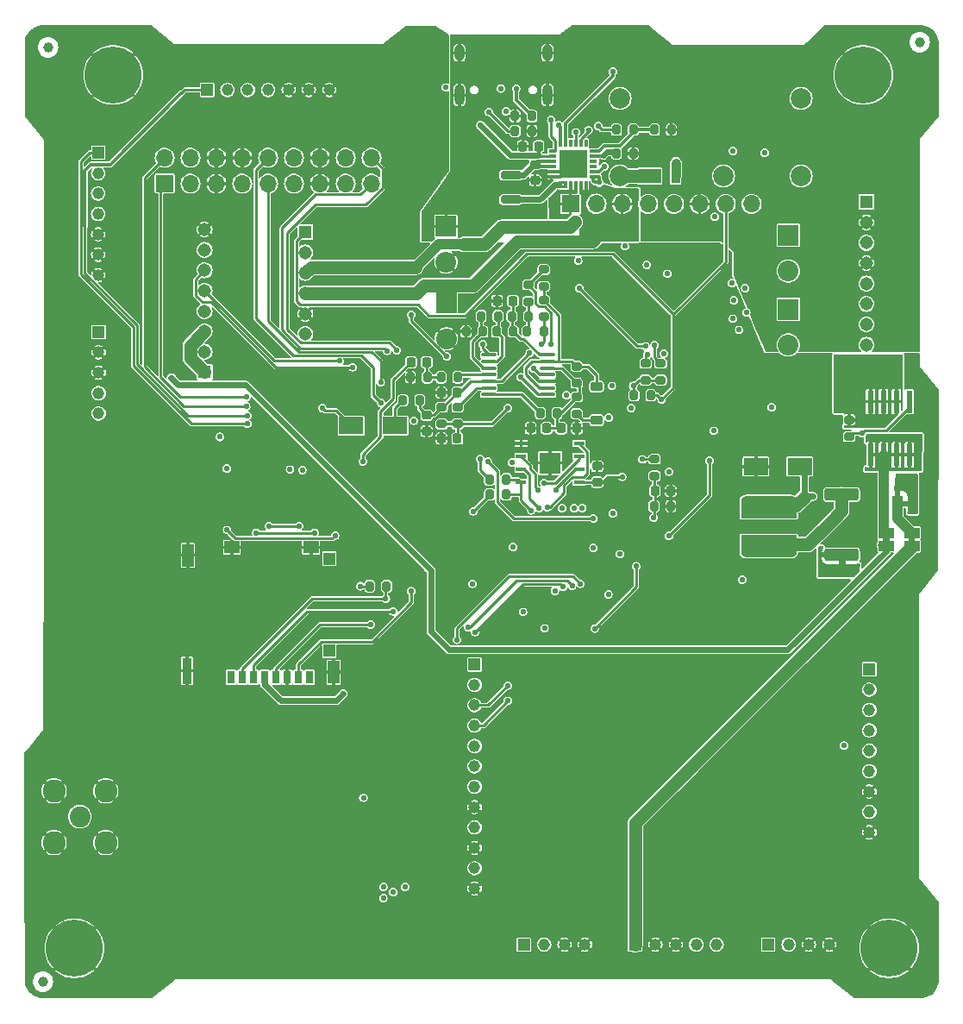
<source format=gbl>
%TF.GenerationSoftware,KiCad,Pcbnew,8.0.4*%
%TF.CreationDate,2024-11-24T13:51:19-08:00*%
%TF.ProjectId,mainboard,6d61696e-626f-4617-9264-2e6b69636164,06c*%
%TF.SameCoordinates,Original*%
%TF.FileFunction,Copper,L4,Bot*%
%TF.FilePolarity,Positive*%
%FSLAX46Y46*%
G04 Gerber Fmt 4.6, Leading zero omitted, Abs format (unit mm)*
G04 Created by KiCad (PCBNEW 8.0.4) date 2024-11-24 13:51:19*
%MOMM*%
%LPD*%
G01*
G04 APERTURE LIST*
G04 Aperture macros list*
%AMRoundRect*
0 Rectangle with rounded corners*
0 $1 Rounding radius*
0 $2 $3 $4 $5 $6 $7 $8 $9 X,Y pos of 4 corners*
0 Add a 4 corners polygon primitive as box body*
4,1,4,$2,$3,$4,$5,$6,$7,$8,$9,$2,$3,0*
0 Add four circle primitives for the rounded corners*
1,1,$1+$1,$2,$3*
1,1,$1+$1,$4,$5*
1,1,$1+$1,$6,$7*
1,1,$1+$1,$8,$9*
0 Add four rect primitives between the rounded corners*
20,1,$1+$1,$2,$3,$4,$5,0*
20,1,$1+$1,$4,$5,$6,$7,0*
20,1,$1+$1,$6,$7,$8,$9,0*
20,1,$1+$1,$8,$9,$2,$3,0*%
%AMFreePoly0*
4,1,17,-1.075000,2.212500,-1.059717,2.339761,-1.006018,2.475934,-0.917570,2.592570,-0.800934,2.681018,-0.664761,2.734717,-0.537500,2.750000,1.075000,2.750000,1.075000,-2.750000,-0.537500,-2.750000,-0.664761,-2.734717,-0.800934,-2.681018,-0.917570,-2.592570,-1.006018,-2.475934,-1.059717,-2.339761,-1.075000,-2.212500,-1.075000,2.212500,-1.075000,2.212500,$1*%
%AMFreePoly1*
4,1,17,-1.075000,2.750000,0.537500,2.750000,0.664761,2.734717,0.800934,2.681018,0.917570,2.592570,1.006018,2.475934,1.059717,2.339761,1.075000,2.212500,1.075000,-2.212500,1.059717,-2.339761,1.006018,-2.475934,0.917570,-2.592570,0.800934,-2.681018,0.664761,-2.734717,0.537500,-2.750000,-1.075000,-2.750000,-1.075000,2.750000,-1.075000,2.750000,$1*%
G04 Aperture macros list end*
%TA.AperFunction,EtchedComponent*%
%ADD10C,0.000000*%
%TD*%
%TA.AperFunction,SMDPad,CuDef*%
%ADD11RoundRect,0.177600X-0.822400X0.222400X-0.822400X-0.222400X0.822400X-0.222400X0.822400X0.222400X0*%
%TD*%
%TA.AperFunction,SMDPad,CuDef*%
%ADD12FreePoly0,270.000000*%
%TD*%
%TA.AperFunction,SMDPad,CuDef*%
%ADD13FreePoly1,270.000000*%
%TD*%
%TA.AperFunction,ComponentPad*%
%ADD14C,5.600000*%
%TD*%
%TA.AperFunction,ComponentPad*%
%ADD15C,2.006600*%
%TD*%
%TA.AperFunction,ComponentPad*%
%ADD16C,2.050000*%
%TD*%
%TA.AperFunction,ComponentPad*%
%ADD17C,2.250000*%
%TD*%
%TA.AperFunction,ComponentPad*%
%ADD18R,2.032000X2.032000*%
%TD*%
%TA.AperFunction,ComponentPad*%
%ADD19C,2.032000*%
%TD*%
%TA.AperFunction,ComponentPad*%
%ADD20O,1.000000X2.100000*%
%TD*%
%TA.AperFunction,ComponentPad*%
%ADD21O,1.000000X1.600000*%
%TD*%
%TA.AperFunction,ComponentPad*%
%ADD22C,0.600000*%
%TD*%
%TA.AperFunction,ComponentPad*%
%ADD23R,1.150000X1.150000*%
%TD*%
%TA.AperFunction,ComponentPad*%
%ADD24C,1.150000*%
%TD*%
%TA.AperFunction,ComponentPad*%
%ADD25R,1.308000X1.308000*%
%TD*%
%TA.AperFunction,ComponentPad*%
%ADD26C,1.308000*%
%TD*%
%TA.AperFunction,SMDPad,CuDef*%
%ADD27R,0.800000X1.240000*%
%TD*%
%TA.AperFunction,SMDPad,CuDef*%
%ADD28R,1.160000X1.200000*%
%TD*%
%TA.AperFunction,SMDPad,CuDef*%
%ADD29R,0.950000X2.500000*%
%TD*%
%TA.AperFunction,SMDPad,CuDef*%
%ADD30R,1.150000X2.200000*%
%TD*%
%TA.AperFunction,SMDPad,CuDef*%
%ADD31R,1.500000X1.150000*%
%TD*%
%TA.AperFunction,SMDPad,CuDef*%
%ADD32R,1.160000X1.250000*%
%TD*%
%TA.AperFunction,SMDPad,CuDef*%
%ADD33C,1.000000*%
%TD*%
%TA.AperFunction,SMDPad,CuDef*%
%ADD34RoundRect,0.200000X-0.200000X-0.275000X0.200000X-0.275000X0.200000X0.275000X-0.200000X0.275000X0*%
%TD*%
%TA.AperFunction,SMDPad,CuDef*%
%ADD35R,0.300000X0.800000*%
%TD*%
%TA.AperFunction,SMDPad,CuDef*%
%ADD36R,0.800000X0.300000*%
%TD*%
%TA.AperFunction,SMDPad,CuDef*%
%ADD37R,2.800000X2.800000*%
%TD*%
%TA.AperFunction,SMDPad,CuDef*%
%ADD38RoundRect,0.200000X0.200000X0.275000X-0.200000X0.275000X-0.200000X-0.275000X0.200000X-0.275000X0*%
%TD*%
%TA.AperFunction,SMDPad,CuDef*%
%ADD39RoundRect,0.225000X0.250000X-0.225000X0.250000X0.225000X-0.250000X0.225000X-0.250000X-0.225000X0*%
%TD*%
%TA.AperFunction,SMDPad,CuDef*%
%ADD40R,0.900000X1.400000*%
%TD*%
%TA.AperFunction,SMDPad,CuDef*%
%ADD41R,2.200000X1.400000*%
%TD*%
%TA.AperFunction,ComponentPad*%
%ADD42R,1.700000X1.700000*%
%TD*%
%TA.AperFunction,ComponentPad*%
%ADD43O,1.700000X1.700000*%
%TD*%
%TA.AperFunction,SMDPad,CuDef*%
%ADD44RoundRect,0.200000X0.275000X-0.200000X0.275000X0.200000X-0.275000X0.200000X-0.275000X-0.200000X0*%
%TD*%
%TA.AperFunction,SMDPad,CuDef*%
%ADD45R,1.500000X1.000000*%
%TD*%
%TA.AperFunction,SMDPad,CuDef*%
%ADD46RoundRect,0.225000X-0.225000X-0.250000X0.225000X-0.250000X0.225000X0.250000X-0.225000X0.250000X0*%
%TD*%
%TA.AperFunction,SMDPad,CuDef*%
%ADD47RoundRect,0.200000X-0.275000X0.200000X-0.275000X-0.200000X0.275000X-0.200000X0.275000X0.200000X0*%
%TD*%
%TA.AperFunction,SMDPad,CuDef*%
%ADD48RoundRect,0.225000X0.225000X0.250000X-0.225000X0.250000X-0.225000X-0.250000X0.225000X-0.250000X0*%
%TD*%
%TA.AperFunction,SMDPad,CuDef*%
%ADD49R,2.350000X1.700000*%
%TD*%
%TA.AperFunction,SMDPad,CuDef*%
%ADD50R,0.609600X2.209800*%
%TD*%
%TA.AperFunction,SMDPad,CuDef*%
%ADD51RoundRect,0.250000X-1.425000X0.362500X-1.425000X-0.362500X1.425000X-0.362500X1.425000X0.362500X0*%
%TD*%
%TA.AperFunction,SMDPad,CuDef*%
%ADD52RoundRect,0.100000X-0.637500X-0.100000X0.637500X-0.100000X0.637500X0.100000X-0.637500X0.100000X0*%
%TD*%
%TA.AperFunction,SMDPad,CuDef*%
%ADD53R,1.050000X0.450000*%
%TD*%
%TA.AperFunction,SMDPad,CuDef*%
%ADD54R,2.100000X2.100000*%
%TD*%
%TA.AperFunction,SMDPad,CuDef*%
%ADD55R,1.000000X1.500000*%
%TD*%
%TA.AperFunction,SMDPad,CuDef*%
%ADD56RoundRect,0.225000X-0.250000X0.225000X-0.250000X-0.225000X0.250000X-0.225000X0.250000X0.225000X0*%
%TD*%
%TA.AperFunction,SMDPad,CuDef*%
%ADD57RoundRect,0.225000X-0.375000X0.225000X-0.375000X-0.225000X0.375000X-0.225000X0.375000X0.225000X0*%
%TD*%
%TA.AperFunction,ViaPad*%
%ADD58C,0.600000*%
%TD*%
%TA.AperFunction,ViaPad*%
%ADD59C,0.584200*%
%TD*%
%TA.AperFunction,ViaPad*%
%ADD60C,1.168400*%
%TD*%
%TA.AperFunction,Conductor*%
%ADD61C,0.234950*%
%TD*%
%TA.AperFunction,Conductor*%
%ADD62C,0.609600*%
%TD*%
%TA.AperFunction,Conductor*%
%ADD63C,0.271780*%
%TD*%
%TA.AperFunction,Conductor*%
%ADD64C,1.270000*%
%TD*%
%TA.AperFunction,Conductor*%
%ADD65C,0.279400*%
%TD*%
%TA.AperFunction,Conductor*%
%ADD66C,0.300000*%
%TD*%
%TA.AperFunction,Conductor*%
%ADD67C,0.337947*%
%TD*%
%TA.AperFunction,Conductor*%
%ADD68C,1.000000*%
%TD*%
%TA.AperFunction,Conductor*%
%ADD69C,0.889000*%
%TD*%
G04 APERTURE END LIST*
D10*
%TA.AperFunction,EtchedComponent*%
G36*
X183450000Y-103400000D02*
G01*
X182850000Y-103400000D01*
X182850000Y-102900000D01*
X183450000Y-102900000D01*
X183450000Y-103400000D01*
G37*
%TD.AperFunction*%
%TA.AperFunction,EtchedComponent*%
G36*
X185950000Y-103425000D02*
G01*
X185350000Y-103425000D01*
X185350000Y-102925000D01*
X185950000Y-102925000D01*
X185950000Y-103425000D01*
G37*
%TD.AperFunction*%
D11*
X146300000Y-67400000D03*
X146300000Y-69800000D03*
D12*
X171600000Y-99975000D03*
D13*
X171600000Y-103825000D03*
D14*
X107236100Y-57564100D03*
X103426100Y-143294100D03*
X183426100Y-143294100D03*
X180896100Y-57564100D03*
D15*
X157000000Y-67500000D03*
X157000000Y-59880000D03*
X167160000Y-67500000D03*
X174780000Y-59880000D03*
X174780000Y-67500000D03*
D16*
X103949500Y-130365500D03*
D17*
X106489500Y-127825500D03*
X101409500Y-127825500D03*
X106489500Y-132905500D03*
X101409500Y-132905500D03*
D18*
X173532800Y-80572200D03*
D19*
X173532800Y-84072200D03*
D18*
X139954000Y-79959200D03*
D19*
X139954000Y-83459200D03*
D20*
X149872000Y-59553000D03*
D21*
X149872000Y-55413000D03*
D20*
X141232000Y-59553000D03*
D21*
X141232000Y-55413000D03*
D18*
X139903200Y-72440800D03*
D19*
X139903200Y-75940800D03*
D18*
X173532800Y-73307800D03*
D19*
X173532800Y-76807800D03*
D22*
X149326667Y-103010000D03*
X149326667Y-104143333D03*
X149326667Y-105276666D03*
X150460000Y-103010000D03*
X150460000Y-104143333D03*
X150460000Y-105276666D03*
X151593333Y-103010000D03*
X151593333Y-104143333D03*
X151593333Y-105276666D03*
D23*
X158484001Y-142920000D03*
D24*
X160484002Y-142920000D03*
X162484001Y-142920000D03*
X164484002Y-142920000D03*
X166484000Y-142920000D03*
D23*
X105800000Y-82799999D03*
D24*
X105800000Y-84800000D03*
X105800000Y-86799999D03*
X105800000Y-88800000D03*
X105800000Y-90799998D03*
D25*
X181200000Y-70050001D03*
D26*
X181200000Y-72050002D03*
X181200000Y-74050001D03*
X181200000Y-76050002D03*
X181200000Y-78050000D03*
X181200000Y-80050001D03*
X181200000Y-82050000D03*
X181200000Y-84050001D03*
D23*
X142720000Y-115430000D03*
D24*
X142720000Y-117430001D03*
X142720000Y-119430000D03*
X142720000Y-121430001D03*
X142720000Y-123429999D03*
X142720000Y-125430000D03*
X142720000Y-127429999D03*
X142720000Y-129430000D03*
X142720000Y-131430001D03*
X142720000Y-133430000D03*
X142720000Y-135430000D03*
X142720000Y-137430000D03*
D23*
X147550000Y-142920000D03*
D24*
X149550000Y-142920000D03*
X151550000Y-142920000D03*
X153550000Y-142920000D03*
D25*
X126100000Y-73000000D03*
D26*
X126100000Y-75000000D03*
X126100000Y-77000000D03*
X126100000Y-79000000D03*
X126100000Y-81000000D03*
X126100000Y-83000000D03*
D25*
X116205000Y-86739999D03*
D26*
X116205000Y-84739998D03*
X116205000Y-82739999D03*
X116205000Y-80739998D03*
X116205000Y-78740000D03*
X116205000Y-76739999D03*
X116205000Y-74740000D03*
X116205000Y-72739999D03*
D23*
X105750000Y-65214001D03*
D24*
X105750000Y-67214002D03*
X105750000Y-69214001D03*
X105750000Y-71214002D03*
X105750000Y-73214000D03*
X105750000Y-75214001D03*
X105750000Y-77214000D03*
D23*
X171550000Y-142920000D03*
D24*
X173550000Y-142920000D03*
X175550000Y-142920000D03*
X177550000Y-142920000D03*
D23*
X116450001Y-59050000D03*
D24*
X118450002Y-59050000D03*
X120450001Y-59050000D03*
X122450002Y-59050000D03*
X124450000Y-59050000D03*
X126450001Y-59050000D03*
X128450000Y-59050000D03*
D23*
X181491000Y-115900000D03*
D24*
X181491000Y-117900001D03*
X181491000Y-119900000D03*
X181491000Y-121900001D03*
X181491000Y-123899999D03*
X181491000Y-125900000D03*
X181491000Y-127899999D03*
X181491000Y-129900000D03*
X181491000Y-131900001D03*
D27*
X118816800Y-116677200D03*
X119916800Y-116677200D03*
X121016800Y-116677200D03*
X122116800Y-116677200D03*
X123216800Y-116677200D03*
X124316800Y-116677200D03*
X125416800Y-116677200D03*
X126516800Y-116677200D03*
D28*
X128456800Y-105047200D03*
D29*
X114471800Y-116047200D03*
D30*
X128861800Y-116197200D03*
X114571800Y-104717200D03*
D31*
X118876800Y-103922200D03*
X126656800Y-103922200D03*
D32*
X128456800Y-114047200D03*
D33*
X186436000Y-54356000D03*
D34*
X146700000Y-61604600D03*
X148350000Y-61604600D03*
D35*
X151150000Y-64294000D03*
X151650000Y-64294000D03*
X152150000Y-64294000D03*
X152650000Y-64294000D03*
X153150000Y-64294000D03*
X153650000Y-64294000D03*
D36*
X154400000Y-65044000D03*
X154400000Y-65544000D03*
X154400000Y-66044000D03*
X154400000Y-66544000D03*
X154400000Y-67044000D03*
X154400000Y-67544000D03*
D35*
X153650000Y-68294000D03*
X153150000Y-68294000D03*
X152650000Y-68294000D03*
X152150000Y-68294000D03*
X151650000Y-68294000D03*
X151150000Y-68294000D03*
D36*
X150400000Y-67544000D03*
X150400000Y-67044000D03*
X150400000Y-66544000D03*
X150400000Y-66044000D03*
X150400000Y-65544000D03*
X150400000Y-65044000D03*
D37*
X152400000Y-66294000D03*
D38*
X158305000Y-65278000D03*
X156655000Y-65278000D03*
D39*
X148666200Y-67900000D03*
X148666200Y-66350000D03*
D38*
X162038800Y-62941200D03*
X160388800Y-62941200D03*
D34*
X156655000Y-62941200D03*
X158305000Y-62941200D03*
D38*
X148350000Y-63075000D03*
X146700000Y-63075000D03*
D40*
X162461000Y-67500500D03*
D41*
X159911000Y-67500500D03*
D42*
X152146000Y-70231000D03*
D43*
X154686000Y-70231000D03*
X157226000Y-70231000D03*
X159766000Y-70231000D03*
X162306000Y-70231000D03*
X164846000Y-70231000D03*
X167386000Y-70231000D03*
X169926000Y-70231000D03*
D38*
X134075000Y-107750000D03*
X132425000Y-107750000D03*
D44*
X161000000Y-87525000D03*
X161000000Y-85875000D03*
D33*
X100838000Y-54864000D03*
D44*
X159500000Y-87525000D03*
X159500000Y-85875000D03*
X152750000Y-87825000D03*
X152750000Y-86175000D03*
D34*
X149175000Y-90750000D03*
X150825000Y-90750000D03*
D38*
X149525000Y-82750000D03*
X147875000Y-82750000D03*
X146525000Y-82750000D03*
X144875000Y-82750000D03*
D44*
X179500000Y-93075000D03*
X179500000Y-91425000D03*
D45*
X183150000Y-102500000D03*
X183150000Y-103800000D03*
D38*
X143525000Y-82750000D03*
X141875000Y-82750000D03*
D46*
X144925000Y-79750000D03*
X146475000Y-79750000D03*
D34*
X144175000Y-97250000D03*
X145825000Y-97250000D03*
D47*
X149500000Y-79675000D03*
X149500000Y-81325000D03*
X160400000Y-95275000D03*
X160400000Y-96925000D03*
X141045000Y-90175000D03*
X141045000Y-91825000D03*
D38*
X161990000Y-99900000D03*
X160340000Y-99900000D03*
D46*
X148225000Y-92250000D03*
X149775000Y-92250000D03*
D34*
X158375000Y-89000000D03*
X160025000Y-89000000D03*
D48*
X152775000Y-92250000D03*
X151225000Y-92250000D03*
D46*
X136475000Y-85750000D03*
X138025000Y-85750000D03*
D34*
X135675000Y-89500000D03*
X137325000Y-89500000D03*
D46*
X139475000Y-88750000D03*
X141025000Y-88750000D03*
D34*
X136425000Y-87250000D03*
X138075000Y-87250000D03*
D45*
X185650000Y-102525000D03*
X185650000Y-103825000D03*
D33*
X100330000Y-146558000D03*
D49*
X174650000Y-96012000D03*
X170350000Y-96012000D03*
D44*
X139500000Y-91825000D03*
X139500000Y-90175000D03*
D34*
X139425000Y-87250000D03*
X141075000Y-87250000D03*
D46*
X139475000Y-93250000D03*
X141025000Y-93250000D03*
D38*
X145025000Y-81250000D03*
X143375000Y-81250000D03*
D50*
X181595000Y-89633800D03*
X182865000Y-89633800D03*
X184135000Y-89633800D03*
X185405000Y-89633800D03*
X185405000Y-94866200D03*
X184135000Y-94866200D03*
X182865000Y-94866200D03*
X181595000Y-94866200D03*
D47*
X149500000Y-76675000D03*
X149500000Y-78325000D03*
D46*
X147450000Y-64575000D03*
X149000000Y-64575000D03*
D51*
X178765200Y-98764500D03*
X178765200Y-104689500D03*
D52*
X144137500Y-88950000D03*
X144137500Y-88300000D03*
X144137500Y-87650000D03*
X144137500Y-87000000D03*
X144137500Y-86350000D03*
X144137500Y-85700000D03*
X144137500Y-85050000D03*
X149862500Y-85050000D03*
X149862500Y-85700000D03*
X149862500Y-86350000D03*
X149862500Y-87000000D03*
X149862500Y-87650000D03*
X149862500Y-88300000D03*
X149862500Y-88950000D03*
D53*
X147285000Y-97560000D03*
X147285000Y-96290000D03*
X147285000Y-95020000D03*
X147285000Y-93750000D03*
X152985000Y-93750000D03*
X152985000Y-95020000D03*
X152985000Y-96290000D03*
X152985000Y-97560000D03*
D54*
X150135000Y-95655000D03*
D49*
X134900000Y-92000000D03*
X130600000Y-92000000D03*
D38*
X148025000Y-81250000D03*
X146375000Y-81250000D03*
D55*
X184225000Y-99675000D03*
X182925000Y-99675000D03*
D56*
X138000000Y-90975000D03*
X138000000Y-92525000D03*
D47*
X152750000Y-89175000D03*
X152750000Y-90825000D03*
X148000000Y-78175000D03*
X148000000Y-79825000D03*
D42*
X112280000Y-68240000D03*
D43*
X112280000Y-65700000D03*
X114820000Y-68240000D03*
X114820000Y-65700000D03*
X117360000Y-68240000D03*
X117360000Y-65700000D03*
X119900000Y-68240000D03*
X119900000Y-65700000D03*
X122440000Y-68240000D03*
X122440000Y-65700000D03*
X124980000Y-68240000D03*
X124980000Y-65700000D03*
X127520000Y-68240000D03*
X127520000Y-65700000D03*
X130060000Y-68240000D03*
X130060000Y-65700000D03*
X132600000Y-68240000D03*
X132600000Y-65700000D03*
D38*
X145825000Y-98750000D03*
X144175000Y-98750000D03*
D57*
X154700000Y-88150000D03*
X154700000Y-91450000D03*
D39*
X154750000Y-97525000D03*
X154750000Y-95975000D03*
D46*
X160425000Y-98400000D03*
X161975000Y-98400000D03*
D58*
X114490500Y-130492500D03*
X112712500Y-130492500D03*
X108018580Y-129528060D03*
X109283500Y-132667500D03*
X110553500Y-132667500D03*
X109283500Y-131397500D03*
X110553500Y-131397500D03*
X109288580Y-127038860D03*
X111828580Y-129528060D03*
X111828580Y-127038860D03*
X109288580Y-129528060D03*
X110558580Y-127038860D03*
X110558580Y-128308860D03*
X111828580Y-128308860D03*
X109288580Y-128308860D03*
X110558580Y-129528060D03*
X138500000Y-140800000D03*
X138500000Y-138641000D03*
X113601500Y-131381500D03*
X108013500Y-131397500D03*
X111823500Y-132667500D03*
X111823500Y-134175500D03*
X115379500Y-136588500D03*
X111823500Y-136588500D03*
X113093500Y-136588500D03*
X114236500Y-136588500D03*
X110553500Y-136588500D03*
X109283500Y-136588500D03*
X110553500Y-134175500D03*
X109283500Y-134175500D03*
X116395500Y-136588500D03*
X113601500Y-129528060D03*
X116395500Y-131635500D03*
X137357000Y-140800000D03*
X172132218Y-91811736D03*
X111823500Y-135318500D03*
X110553500Y-135318500D03*
X109283500Y-135318500D03*
X116395500Y-132667500D03*
D59*
X114998500Y-132675400D03*
D58*
X121340000Y-123510000D03*
X122729900Y-123510000D03*
X122094900Y-121922500D03*
X122094900Y-124843500D03*
X137944000Y-139657000D03*
X137357000Y-138641000D03*
X135745937Y-139720948D03*
D59*
X172974000Y-106426000D03*
X138085200Y-144263400D03*
X138250000Y-88500000D03*
X177038000Y-107696000D03*
X150000000Y-89750000D03*
X172210000Y-95170000D03*
X152082500Y-93027500D03*
X180000000Y-95250000D03*
X162000000Y-103800000D03*
X184090000Y-107390000D03*
X128000000Y-112500000D03*
X147250000Y-91500000D03*
X165000000Y-135470000D03*
X162200000Y-89100000D03*
X126000000Y-118000000D03*
X140400000Y-106500000D03*
X146000000Y-85750000D03*
X159700000Y-109400000D03*
X166824836Y-124314836D03*
X185480000Y-106080000D03*
X143185200Y-143563400D03*
X155450000Y-74450000D03*
X164860000Y-126790000D03*
X151000000Y-89500000D03*
X126000000Y-111750000D03*
X116250000Y-115750000D03*
X146250000Y-78250000D03*
X128000000Y-93250000D03*
X134000000Y-93500000D03*
X154000000Y-92500000D03*
X136500000Y-131200000D03*
X140400000Y-101000000D03*
X154700000Y-116600000D03*
X148600000Y-115800000D03*
X135659575Y-126277000D03*
X166800000Y-115140425D03*
X171958000Y-96774000D03*
X133883937Y-144258948D03*
X186810000Y-104740000D03*
X172900000Y-95900000D03*
X158750000Y-81250000D03*
X138285200Y-135863400D03*
X177000000Y-90550992D03*
X137000000Y-88250000D03*
X142200000Y-81600000D03*
X161800000Y-100900000D03*
X148807525Y-93707525D03*
X172466000Y-107188000D03*
X172974000Y-107950000D03*
X127850000Y-87500000D03*
X172466000Y-108712000D03*
X160700000Y-105100000D03*
X131883937Y-143258948D03*
X171958000Y-106426000D03*
X138000000Y-93750000D03*
X170400000Y-94300000D03*
X154750000Y-79250000D03*
X156200000Y-94900000D03*
X171958000Y-107950000D03*
X146800000Y-93100000D03*
X142800000Y-92450000D03*
X134383937Y-139758948D03*
X159000000Y-79000000D03*
X114998500Y-131635500D03*
X164175000Y-80300000D03*
X153600000Y-111400000D03*
X159500000Y-80500000D03*
X111000000Y-101500000D03*
X176030000Y-115140425D03*
X170570000Y-97300000D03*
X165227000Y-75717400D03*
X153400000Y-117000000D03*
X128383937Y-139258948D03*
X167000000Y-103750000D03*
X140400000Y-103500000D03*
X116750000Y-105000000D03*
X113445596Y-101663500D03*
X142500000Y-107500000D03*
X151750000Y-89000000D03*
X151300000Y-100100000D03*
X131500000Y-107750000D03*
X129800000Y-118300000D03*
X169000000Y-107100000D03*
X124600000Y-96300000D03*
X155900000Y-91200000D03*
X157000000Y-104600000D03*
X131800000Y-128500000D03*
X139900000Y-58800000D03*
X125800000Y-96350000D03*
X142600000Y-100400000D03*
X153300000Y-100100000D03*
X166200000Y-92500000D03*
X171900000Y-90200000D03*
X179000000Y-123400000D03*
X158100000Y-90250000D03*
X146400000Y-95600000D03*
X158300000Y-88100000D03*
X147475000Y-110275000D03*
X161800000Y-96500000D03*
X156200000Y-88100000D03*
X149587500Y-111887500D03*
X157200000Y-97000000D03*
X118400000Y-96200000D03*
X159639000Y-76200054D03*
X155850000Y-108550000D03*
X117700000Y-93100000D03*
X156300000Y-100600000D03*
X136750000Y-91500000D03*
X151400000Y-107800000D03*
X142750000Y-112250000D03*
X142063233Y-111763233D03*
X152300000Y-107700000D03*
X134729937Y-137765148D03*
X133764737Y-138374748D03*
X159500000Y-84200000D03*
X159200000Y-95300000D03*
X133764737Y-137257148D03*
X166300000Y-71500000D03*
X168000000Y-78000000D03*
X179800000Y-106600000D03*
X178816000Y-105664000D03*
X171200000Y-65200000D03*
X168200000Y-79700000D03*
X168100000Y-81500000D03*
X153000000Y-78500000D03*
X127750000Y-90250000D03*
X169300000Y-78500000D03*
X168086600Y-65013400D03*
X135898337Y-137257148D03*
X168700000Y-82600000D03*
X169400000Y-80900000D03*
X150250000Y-62000000D03*
X145300000Y-58900000D03*
X151000000Y-62500000D03*
X145800000Y-61150000D03*
X161300000Y-84900000D03*
X161662185Y-77080185D03*
X131750000Y-95500000D03*
X180594000Y-90424000D03*
X179855000Y-89685000D03*
X160300000Y-101000000D03*
X175082200Y-99040000D03*
X175950000Y-98940000D03*
X152900000Y-75800000D03*
X157479994Y-74358508D03*
X150622000Y-68326000D03*
X154965400Y-68122800D03*
X143500000Y-84000000D03*
X146000000Y-90250000D03*
X144100000Y-61200000D03*
X146800000Y-58928000D03*
X153180000Y-55630000D03*
X168656000Y-74250000D03*
X148400000Y-68900000D03*
X149250000Y-61200000D03*
D58*
X151485600Y-66675004D03*
D59*
X142400000Y-61200000D03*
X148800000Y-71000000D03*
X143300000Y-62500000D03*
X154853201Y-62600400D03*
X133500000Y-87750000D03*
X133500000Y-89750000D03*
D60*
X152600000Y-72000000D03*
D59*
X145988825Y-117500000D03*
X120300000Y-89200000D03*
X162486000Y-66192400D03*
X134000000Y-109000000D03*
X154500000Y-111900000D03*
X158600000Y-105800000D03*
X177800000Y-101346000D03*
X154400000Y-104000000D03*
X150600000Y-108200000D03*
X146500000Y-103900000D03*
X152500000Y-100100000D03*
X156293504Y-57256998D03*
X155448000Y-66548000D03*
X140000000Y-85200000D03*
X136500000Y-81100000D03*
X132500000Y-111500000D03*
X136500000Y-108250000D03*
X134711768Y-110211768D03*
X146000000Y-119000000D03*
X161075000Y-89425000D03*
X153100000Y-107500000D03*
X141000000Y-113000000D03*
X148300000Y-100300000D03*
X165800000Y-95450001D03*
X161800000Y-102800000D03*
X120300000Y-90100000D03*
X143250000Y-95250000D03*
X130750000Y-86250000D03*
X154400000Y-101100000D03*
X144000000Y-95500000D03*
X184410000Y-97920000D03*
X185810000Y-96970000D03*
X184750000Y-97075000D03*
X185480000Y-97980000D03*
X129450000Y-85650000D03*
X134150000Y-84650000D03*
X135075000Y-84575000D03*
X121250000Y-102500000D03*
X127000002Y-102500000D03*
X153900000Y-63000000D03*
X159700000Y-85000000D03*
X148942025Y-98342025D03*
X160400000Y-84100000D03*
X152650000Y-63200000D03*
X180750000Y-92750000D03*
X113000000Y-87300000D03*
X120400000Y-91800000D03*
X120400000Y-91000000D03*
X149500000Y-97600000D03*
X149850000Y-100020000D03*
X149050000Y-100080000D03*
X150700000Y-98300000D03*
X125500000Y-101840425D03*
X122500000Y-101840425D03*
X129020000Y-102770000D03*
X118410000Y-102240000D03*
X148500000Y-86374999D03*
X150250000Y-84000000D03*
X150900000Y-71400000D03*
D60*
X154650869Y-73534609D03*
D59*
X147250000Y-87250000D03*
X149250000Y-84000000D03*
X148125000Y-84875000D03*
D61*
X148942025Y-98342025D02*
X148675000Y-98075000D01*
X148675000Y-98075000D02*
X148675000Y-96750000D01*
X148675000Y-96750000D02*
X148150000Y-96225000D01*
X148150000Y-96225000D02*
X148150000Y-95885000D01*
X148150000Y-95885000D02*
X147285000Y-95020000D01*
X153020000Y-97525000D02*
X152985000Y-97560000D01*
D62*
X122116800Y-117406800D02*
X122116800Y-116677200D01*
D61*
X158300000Y-88925000D02*
X158375000Y-89000000D01*
X157200000Y-97000000D02*
X155800000Y-97000000D01*
D63*
X132425000Y-107750000D02*
X131500000Y-107750000D01*
D61*
X158875000Y-87525000D02*
X158300000Y-88100000D01*
X161000000Y-87525000D02*
X158875000Y-87525000D01*
D62*
X129126400Y-118973600D02*
X123683600Y-118973600D01*
X123683600Y-118973600D02*
X122116800Y-117406800D01*
D61*
X154750000Y-97525000D02*
X153020000Y-97525000D01*
X144250000Y-98750000D02*
X142600000Y-100400000D01*
D62*
X129800000Y-118300000D02*
X129126400Y-118973600D01*
D61*
X155275000Y-97525000D02*
X154750000Y-97525000D01*
X155800000Y-97000000D02*
X155275000Y-97525000D01*
X158300000Y-88100000D02*
X158300000Y-88925000D01*
X147465050Y-107534950D02*
X142750000Y-112250000D01*
X151134950Y-107534950D02*
X147465050Y-107534950D01*
X151400000Y-107800000D02*
X151134950Y-107534950D01*
X142236767Y-111763233D02*
X142063233Y-111763233D01*
X146800000Y-107200000D02*
X142236767Y-111763233D01*
X152300000Y-107700000D02*
X151800000Y-107200000D01*
X151800000Y-107200000D02*
X146800000Y-107200000D01*
D64*
X156907704Y-67500500D02*
X156892300Y-67485096D01*
D63*
X127750000Y-90250000D02*
X128000000Y-90500000D01*
D61*
X159200000Y-95300000D02*
X160375000Y-95300000D01*
D63*
X158700000Y-84200000D02*
X153000000Y-78500000D01*
D64*
X159936000Y-67500500D02*
X156907704Y-67500500D01*
D63*
X159500000Y-84200000D02*
X158700000Y-84200000D01*
X129100000Y-90500000D02*
X130600000Y-92000000D01*
D61*
X160375000Y-95300000D02*
X160400000Y-95275000D01*
D62*
X178816000Y-105664000D02*
X178816000Y-104740300D01*
D63*
X128000000Y-90500000D02*
X129100000Y-90500000D01*
D62*
X178816000Y-104740300D02*
X178765200Y-104689500D01*
D65*
X150250000Y-63600000D02*
X150646828Y-63996828D01*
X150616600Y-65044000D02*
X150622000Y-65049400D01*
X150400000Y-65044000D02*
X150647400Y-65044000D01*
X150250000Y-62000000D02*
X150291802Y-62041802D01*
X150250000Y-62000000D02*
X150250000Y-63600000D01*
X150400000Y-65044000D02*
X150616600Y-65044000D01*
X150647400Y-65044000D02*
X150647400Y-63996828D01*
X150646828Y-63996828D02*
X150647400Y-63996828D01*
D66*
X151000000Y-62500000D02*
X151150000Y-62650000D01*
X151150000Y-62650000D02*
X151150000Y-64294000D01*
D63*
X138025000Y-85750000D02*
X138025000Y-87200000D01*
X138025000Y-87200000D02*
X138075000Y-87250000D01*
X138075000Y-87250000D02*
X139425000Y-87250000D01*
X133489110Y-93085890D02*
X133489110Y-90588906D01*
X133489110Y-90588906D02*
X134750000Y-89328016D01*
X134750000Y-89328016D02*
X134750000Y-87475000D01*
X131750000Y-95500000D02*
X131750000Y-94825000D01*
X134750000Y-87475000D02*
X136475000Y-85750000D01*
X131750000Y-94825000D02*
X133489110Y-93085890D01*
D61*
X160340000Y-99900000D02*
X160340000Y-100960000D01*
X160425000Y-98400000D02*
X160425000Y-99815000D01*
X160400000Y-96925000D02*
X160400000Y-98375000D01*
X160200000Y-99775000D02*
X160225000Y-99800000D01*
X160340000Y-100960000D02*
X160300000Y-101000000D01*
D64*
X171547200Y-99827400D02*
X174294800Y-99827400D01*
X174294800Y-99827400D02*
X175082200Y-99040000D01*
D62*
X174735600Y-96012000D02*
X175082200Y-96358600D01*
X175082200Y-96358600D02*
X175082200Y-99040000D01*
X175182200Y-98940000D02*
X175082200Y-99040000D01*
X175950000Y-98940000D02*
X175182200Y-98940000D01*
D65*
X148967100Y-66544000D02*
X148666200Y-66243100D01*
D66*
X150400000Y-66544000D02*
X148967100Y-66544000D01*
D62*
X148666200Y-66243100D02*
X147509300Y-67400000D01*
X147509300Y-67400000D02*
X146300000Y-67400000D01*
D65*
X148865300Y-66044000D02*
X148666200Y-66243100D01*
D66*
X150400000Y-66044000D02*
X148865300Y-66044000D01*
D63*
X151650000Y-68516500D02*
X151150000Y-68516500D01*
D62*
X151003000Y-68326000D02*
X150876000Y-68326000D01*
X149148000Y-69800000D02*
X146300000Y-69800000D01*
D63*
X151650000Y-68072000D02*
X151150000Y-68072000D01*
D62*
X150622000Y-68326000D02*
X149148000Y-69800000D01*
D66*
X154400000Y-67544000D02*
X154920000Y-67544000D01*
X154965400Y-67589400D02*
X154965400Y-68122800D01*
X154920000Y-67544000D02*
X154965400Y-67589400D01*
X154400000Y-67977000D02*
X154545800Y-68122800D01*
X154545800Y-68122800D02*
X154965400Y-68122800D01*
X154400000Y-67544000D02*
X154400000Y-67977000D01*
D63*
X141045000Y-91825000D02*
X139500000Y-91825000D01*
X143500000Y-84412500D02*
X144137500Y-85050000D01*
X141045000Y-91825000D02*
X141045000Y-93230000D01*
X141045000Y-93230000D02*
X141025000Y-93250000D01*
X143500000Y-84000000D02*
X143500000Y-84412500D01*
X141045000Y-91825000D02*
X144425000Y-91825000D01*
X144425000Y-91825000D02*
X146000000Y-90250000D01*
D65*
X144100000Y-61200000D02*
X145975000Y-63075000D01*
X145975000Y-63075000D02*
X146525000Y-63075000D01*
D67*
X146800000Y-60054600D02*
X148350000Y-61604600D01*
X146800000Y-58928000D02*
X146800000Y-60054600D01*
D66*
X149733000Y-67538600D02*
X151118000Y-67538600D01*
X149733000Y-67044000D02*
X151118000Y-67044000D01*
D63*
X150400000Y-67544000D02*
X150261000Y-67544000D01*
X150241000Y-67564000D02*
X150241000Y-67881500D01*
X150261000Y-67544000D02*
X150241000Y-67564000D01*
D62*
X146275000Y-65475000D02*
X148979200Y-65475000D01*
D65*
X150400000Y-65544000D02*
X149048200Y-65544000D01*
X154853201Y-62600400D02*
X155194001Y-62941200D01*
X155194001Y-62941200D02*
X156718000Y-62941200D01*
X149048200Y-65544000D02*
X148979200Y-65475000D01*
D67*
X149000000Y-64400000D02*
X149000000Y-65254200D01*
X149000000Y-65254200D02*
X149100000Y-65354200D01*
D62*
X143300000Y-62500000D02*
X146275000Y-65475000D01*
D61*
X133500000Y-85626778D02*
X132630297Y-84757075D01*
X125465050Y-84765050D02*
X122440000Y-81740000D01*
X132630297Y-84757075D02*
X129080138Y-84757075D01*
X129080138Y-84757075D02*
X129072163Y-84765050D01*
X129072163Y-84765050D02*
X125465050Y-84765050D01*
X133500000Y-87750000D02*
X133500000Y-85626778D01*
X122440000Y-81740000D02*
X122440000Y-68240000D01*
X132750000Y-89000000D02*
X132750000Y-86250000D01*
X131592025Y-85092025D02*
X129218879Y-85092025D01*
X124900000Y-85100000D02*
X121250000Y-81450000D01*
X132750000Y-86250000D02*
X131592025Y-85092025D01*
X129218879Y-85092025D02*
X129210904Y-85100000D01*
X121250000Y-66890000D02*
X122440000Y-65700000D01*
X133500000Y-89750000D02*
X132750000Y-89000000D01*
X121250000Y-81450000D02*
X121250000Y-66890000D01*
X129210904Y-85100000D02*
X124900000Y-85100000D01*
D64*
X126654000Y-76446000D02*
X126100000Y-77000000D01*
X143700000Y-74200000D02*
X141646000Y-74200000D01*
X152600000Y-72000000D02*
X152100000Y-72500000D01*
D68*
X141646000Y-74200000D02*
X139184112Y-74200000D01*
D64*
X145400000Y-72500000D02*
X143700000Y-74200000D01*
D68*
X136921712Y-76446000D02*
X139175912Y-74191800D01*
D64*
X116205000Y-82739999D02*
X114816000Y-84128999D01*
X132396000Y-76446000D02*
X126654000Y-76446000D01*
X114816000Y-84128999D02*
X114816000Y-85350999D01*
X152100000Y-72500000D02*
X145400000Y-72500000D01*
X114816000Y-85350999D02*
X116205000Y-86739999D01*
X132396000Y-76446000D02*
X136921712Y-76446000D01*
D68*
X139184112Y-74200000D02*
X139175912Y-74191800D01*
D61*
X144058825Y-119430000D02*
X145988825Y-117500000D01*
X142720000Y-119430000D02*
X144058825Y-119430000D01*
X120254000Y-89154000D02*
X120300000Y-89200000D01*
X111900000Y-87211200D02*
X113842800Y-89154000D01*
X112280000Y-68240000D02*
X111900000Y-68620000D01*
X113842800Y-89154000D02*
X120254000Y-89154000D01*
X111900000Y-68620000D02*
X111900000Y-87211200D01*
D69*
X162486000Y-67500500D02*
X162486000Y-66192400D01*
D61*
X119916800Y-115822250D02*
X126739050Y-109000000D01*
X119916800Y-116677200D02*
X119916800Y-115822250D01*
X126739050Y-109000000D02*
X134000000Y-109000000D01*
X134000000Y-107825000D02*
X134075000Y-107750000D01*
X134000000Y-109000000D02*
X134000000Y-107825000D01*
X158600000Y-105800000D02*
X158600000Y-107800000D01*
X158600000Y-107800000D02*
X154500000Y-111900000D01*
D64*
X178765200Y-98764500D02*
X178765200Y-100380800D01*
X171547200Y-103677400D02*
X175468600Y-103677400D01*
X178765200Y-100380800D02*
X177800000Y-101346000D01*
X175468600Y-103677400D02*
X177800000Y-101346000D01*
D63*
X149862500Y-85700000D02*
X148359860Y-85700000D01*
X149500000Y-79675000D02*
X151000000Y-81175000D01*
X148359860Y-85700000D02*
X147750000Y-86309860D01*
X154700000Y-88150000D02*
X154700000Y-87050000D01*
X151000000Y-81175000D02*
X151000000Y-85700000D01*
X152275000Y-85700000D02*
X152750000Y-86175000D01*
X149500000Y-78325000D02*
X149500000Y-79675000D01*
X154700000Y-87050000D02*
X153825000Y-86175000D01*
X151000000Y-85700000D02*
X152275000Y-85700000D01*
X152750000Y-86175000D02*
X153825000Y-86175000D01*
X147750000Y-86924999D02*
X149125001Y-88300000D01*
X149862500Y-85700000D02*
X151000000Y-85700000D01*
X149125001Y-88300000D02*
X149862500Y-88300000D01*
X147750000Y-86309860D02*
X147750000Y-86924999D01*
X153375000Y-91450000D02*
X152750000Y-90825000D01*
X154700000Y-91450000D02*
X153375000Y-91450000D01*
D66*
X151650000Y-62350000D02*
X156293504Y-57706496D01*
X151650000Y-64294000D02*
X151650000Y-62350000D01*
X156293504Y-57706496D02*
X156293504Y-57256998D01*
X155204192Y-66804794D02*
X155204192Y-66791808D01*
X154964986Y-67044000D02*
X155204192Y-66804794D01*
X155204192Y-66791808D02*
X155448000Y-66548000D01*
X154400000Y-67044000D02*
X154964986Y-67044000D01*
D61*
X140000000Y-85200000D02*
X139950402Y-85200000D01*
X139950402Y-85200000D02*
X136500000Y-81749598D01*
X136500000Y-81749598D02*
X136500000Y-81100000D01*
X127539050Y-111500000D02*
X132500000Y-111500000D01*
X123216800Y-116677200D02*
X123216800Y-115822250D01*
X123216800Y-115822250D02*
X127539050Y-111500000D01*
X136500000Y-108250000D02*
X136500000Y-109356316D01*
X125416800Y-115447250D02*
X125416800Y-116677200D01*
X136500000Y-109356316D02*
X132651591Y-113204725D01*
X127659325Y-113204725D02*
X125416800Y-115447250D01*
X132651591Y-113204725D02*
X127659325Y-113204725D01*
X121016800Y-116677200D02*
X121016800Y-115483200D01*
X126288232Y-110211768D02*
X134711768Y-110211768D01*
X121016800Y-115483200D02*
X126288232Y-110211768D01*
X143569999Y-121430001D02*
X142720000Y-121430001D01*
X146000000Y-119000000D02*
X143569999Y-121430001D01*
X167386000Y-70231000D02*
X167386000Y-75914000D01*
X162200000Y-88300000D02*
X162200000Y-81100000D01*
X156350000Y-75150000D02*
X162250000Y-81050000D01*
X126100000Y-73100000D02*
X126000000Y-73100000D01*
X125228525Y-79757050D02*
X125600000Y-80128525D01*
X160650000Y-89000000D02*
X160025000Y-89000000D01*
X161075000Y-89425000D02*
X162200000Y-88300000D01*
X126000000Y-73100000D02*
X125228525Y-73871475D01*
X141807325Y-81192675D02*
X147850000Y-75150000D01*
X167386000Y-75914000D02*
X162250000Y-81050000D01*
X137149668Y-80128525D02*
X138213818Y-81192675D01*
X138213818Y-81192675D02*
X141807325Y-81192675D01*
X125228525Y-73871475D02*
X125228525Y-79757050D01*
X161075000Y-89425000D02*
X160650000Y-89000000D01*
X147850000Y-75150000D02*
X156350000Y-75150000D01*
X162200000Y-81100000D02*
X162250000Y-81050000D01*
X125600000Y-80128525D02*
X137149668Y-80128525D01*
D63*
X134900000Y-90275000D02*
X135675000Y-89500000D01*
X134925000Y-91975000D02*
X134900000Y-92000000D01*
X134900000Y-92000000D02*
X134900000Y-90275000D01*
D61*
X146093684Y-106800000D02*
X141000000Y-111893684D01*
X152400000Y-106800000D02*
X146093684Y-106800000D01*
X141000000Y-111893684D02*
X141000000Y-113000000D01*
X153100000Y-107500000D02*
X152400000Y-106800000D01*
D66*
X154400000Y-65044000D02*
X154935396Y-65044000D01*
X158267500Y-62941200D02*
X160426300Y-62941200D01*
X158267500Y-63220500D02*
X158267500Y-62992000D01*
X154935396Y-65044000D02*
X155463395Y-64516000D01*
X155463395Y-64516000D02*
X156972000Y-64516000D01*
X156972000Y-64516000D02*
X158267500Y-63220500D01*
X158267500Y-62992000D02*
X158267500Y-62941200D01*
D62*
X155676600Y-65125600D02*
X155346400Y-65455800D01*
X156514800Y-65125600D02*
X155676600Y-65125600D01*
D65*
X155334400Y-65544000D02*
X155346400Y-65532000D01*
D66*
X154400000Y-65544000D02*
X155334400Y-65544000D01*
D62*
X156464000Y-65125600D02*
X155901000Y-65125600D01*
D61*
X146975000Y-97250000D02*
X147285000Y-97560000D01*
X147285000Y-99285000D02*
X147285000Y-98750000D01*
X148300000Y-100300000D02*
X147285000Y-99285000D01*
X145825000Y-97250000D02*
X146975000Y-97250000D01*
X147285000Y-98750000D02*
X147285000Y-97560000D01*
X145825000Y-98750000D02*
X147285000Y-98750000D01*
X165800000Y-98800000D02*
X161800000Y-102800000D01*
X165800000Y-95450001D02*
X165800000Y-98800000D01*
X110300000Y-86220800D02*
X114179200Y-90100000D01*
X114179200Y-90100000D02*
X120300000Y-90100000D01*
X110300000Y-67680000D02*
X110300000Y-86220800D01*
X112280000Y-65700000D02*
X110300000Y-67680000D01*
X143250000Y-96325000D02*
X144175000Y-97250000D01*
X143250000Y-95250000D02*
X143250000Y-96325000D01*
X123241309Y-86250000D02*
X116859832Y-79868523D01*
X144950000Y-96450000D02*
X144950000Y-99500000D01*
X115968523Y-79868523D02*
X115333525Y-79233525D01*
X146550000Y-101100000D02*
X154400000Y-101100000D01*
X115333525Y-77611474D02*
X116205000Y-76739999D01*
X116859832Y-79868523D02*
X115968523Y-79868523D01*
X144950000Y-99500000D02*
X146550000Y-101100000D01*
X144000000Y-95500000D02*
X144950000Y-96450000D01*
X115333525Y-79233525D02*
X115333525Y-77611474D01*
X130750000Y-86250000D02*
X123241309Y-86250000D01*
D68*
X184225000Y-99675000D02*
X184225000Y-101100000D01*
X184225000Y-101100000D02*
X185650000Y-102525000D01*
D61*
X123065000Y-85600000D02*
X116205000Y-78740000D01*
X129450000Y-85650000D02*
X129400000Y-85600000D01*
X129400000Y-85600000D02*
X123065000Y-85600000D01*
X127092525Y-69307475D02*
X131532525Y-69307475D01*
X133900000Y-84400000D02*
X125600000Y-84400000D01*
X134150000Y-84650000D02*
X133900000Y-84400000D01*
X123800000Y-72600000D02*
X127092525Y-69307475D01*
X131532525Y-69307475D02*
X132600000Y-68240000D01*
X123800000Y-82600000D02*
X123800000Y-72600000D01*
X125600000Y-84400000D02*
X123800000Y-82600000D01*
X124300000Y-73100000D02*
X127100000Y-70300000D01*
X133667475Y-68682163D02*
X133667475Y-66767475D01*
X127100000Y-70300000D02*
X132049638Y-70300000D01*
X132049638Y-70300000D02*
X133667475Y-68682163D01*
X134371475Y-83871475D02*
X125639023Y-83871475D01*
X125639023Y-83871475D02*
X124300000Y-82532452D01*
X135075000Y-84575000D02*
X134371475Y-83871475D01*
X124300000Y-82532452D02*
X124300000Y-73100000D01*
X133667475Y-66767475D02*
X132600000Y-65700000D01*
X121250000Y-102500000D02*
X127000002Y-102500000D01*
X159500000Y-85875000D02*
X159500000Y-85200000D01*
X159500000Y-85200000D02*
X159700000Y-85000000D01*
X153150000Y-63848130D02*
X153150000Y-64294000D01*
X153900000Y-63098130D02*
X153150000Y-63848130D01*
X153900000Y-63000000D02*
X153900000Y-63098130D01*
D63*
X141325000Y-87000000D02*
X144137500Y-87000000D01*
X141075000Y-87250000D02*
X141325000Y-87000000D01*
X144137500Y-88300000D02*
X142920000Y-88300000D01*
X142920000Y-88300000D02*
X141045000Y-90175000D01*
D61*
X160400000Y-85275000D02*
X161000000Y-85875000D01*
X152650000Y-63200000D02*
X152650000Y-64294000D01*
X160400000Y-84100000D02*
X160400000Y-85275000D01*
X183113450Y-92500000D02*
X181000000Y-92500000D01*
X180750000Y-92750000D02*
X179825000Y-92750000D01*
X181000000Y-92500000D02*
X180750000Y-92750000D01*
X185405000Y-90208450D02*
X185405000Y-89633800D01*
X179825000Y-92750000D02*
X179500000Y-93075000D01*
X183113450Y-92500000D02*
X185405000Y-90208450D01*
X182425000Y-103750000D02*
X182425000Y-103675000D01*
D62*
X173454014Y-114000000D02*
X183150000Y-104304014D01*
X183150000Y-104304014D02*
X183150000Y-103800000D01*
X140250000Y-114000000D02*
X173454014Y-114000000D01*
X120270000Y-88020000D02*
X138422993Y-106172993D01*
X113000000Y-87400000D02*
X113000000Y-87300000D01*
X138422993Y-106172993D02*
X138422993Y-112172993D01*
X113000000Y-87300000D02*
X112900000Y-87300000D01*
X138422993Y-112172993D02*
X140250000Y-114000000D01*
X113000000Y-87400000D02*
X113620000Y-88020000D01*
X113620000Y-88020000D02*
X120270000Y-88020000D01*
X112900000Y-87300000D02*
X113000000Y-87400000D01*
D64*
X158484001Y-130990999D02*
X158484001Y-142920000D01*
X185650000Y-103825000D02*
X158484001Y-130990999D01*
D68*
X182925000Y-99675000D02*
X182925000Y-94926200D01*
X182925000Y-99675000D02*
X182925000Y-102275000D01*
X182925000Y-102275000D02*
X183150000Y-102500000D01*
D61*
X182925000Y-94926200D02*
X182865000Y-94866200D01*
X109213552Y-86081732D02*
X114931820Y-91800000D01*
X105750000Y-65214001D02*
X104940050Y-65214001D01*
X104063551Y-66090500D02*
X104063551Y-77121970D01*
X104940050Y-65214001D02*
X104063551Y-66090500D01*
X114931820Y-91800000D02*
X120400000Y-91800000D01*
X109213552Y-82271971D02*
X109213552Y-86081732D01*
X104063551Y-77121970D02*
X109213552Y-82271971D01*
X116450001Y-59050000D02*
X114250000Y-59050000D01*
X114250000Y-59050000D02*
X113915000Y-59385000D01*
X109548502Y-85942992D02*
X114605510Y-91000000D01*
X114605510Y-91000000D02*
X120400000Y-91000000D01*
X109548502Y-82133231D02*
X109548502Y-85942992D01*
D67*
X113915000Y-59385000D02*
X106929972Y-66370028D01*
X105029972Y-66370028D02*
X104450000Y-66950000D01*
X104450000Y-66950000D02*
X104450000Y-72425000D01*
D61*
X104450000Y-72425000D02*
X104450000Y-77034729D01*
D67*
X106929972Y-66370028D02*
X105029972Y-66370028D01*
D61*
X104450000Y-77034729D02*
X109548502Y-82133231D01*
X150610000Y-97600000D02*
X152985000Y-95225000D01*
X152985000Y-95225000D02*
X152985000Y-95020000D01*
X149500000Y-97600000D02*
X150610000Y-97600000D01*
X151520622Y-98593768D02*
X151520622Y-97829378D01*
X151520622Y-97829378D02*
X152350000Y-97000000D01*
X152350000Y-97000000D02*
X153459950Y-97000000D01*
X153800000Y-94565000D02*
X152985000Y-93750000D01*
X150094390Y-100020000D02*
X151520622Y-98593768D01*
X153800000Y-96659950D02*
X153800000Y-94565000D01*
X149850000Y-100020000D02*
X150094390Y-100020000D01*
X153459950Y-97000000D02*
X153800000Y-96659950D01*
X148100000Y-99130000D02*
X149050000Y-100080000D01*
X147285000Y-96290000D02*
X147585000Y-96290000D01*
X148100000Y-96805000D02*
X148100000Y-99130000D01*
X147585000Y-96290000D02*
X148100000Y-96805000D01*
X150700000Y-98150000D02*
X152560000Y-96290000D01*
X150700000Y-98300000D02*
X150700000Y-98150000D01*
X152560000Y-96290000D02*
X152985000Y-96290000D01*
X125500000Y-101840425D02*
X122500000Y-101840425D01*
X128732025Y-103057975D02*
X119227975Y-103057975D01*
X119227975Y-103057975D02*
X118410000Y-102240000D01*
X129020000Y-102770000D02*
X128732025Y-103057975D01*
D63*
X144137500Y-88950000D02*
X147375000Y-88950000D01*
X147375000Y-88950000D02*
X149175000Y-90750000D01*
X149038906Y-80310890D02*
X148710890Y-79982874D01*
X148500000Y-86374999D02*
X149125001Y-87000000D01*
X148710890Y-79982874D02*
X148710890Y-78885890D01*
X149125001Y-87000000D02*
X149862500Y-87000000D01*
X149582874Y-80310890D02*
X149038906Y-80310890D01*
X148710890Y-78885890D02*
X148000000Y-78175000D01*
X150250000Y-84000000D02*
X150250000Y-80978016D01*
X150250000Y-80978016D02*
X149582874Y-80310890D01*
X149500000Y-76675000D02*
X148000000Y-78175000D01*
D65*
X152150000Y-68294000D02*
X152150000Y-68576000D01*
D66*
X152150000Y-68294000D02*
X152150000Y-68830000D01*
X152650000Y-68294000D02*
X152650000Y-68830000D01*
D64*
X146900000Y-73900000D02*
X142591800Y-78208200D01*
X137000000Y-79000000D02*
X126100000Y-79000000D01*
D66*
X153150000Y-68294000D02*
X153150000Y-68822000D01*
D64*
X154650869Y-73534609D02*
X154285478Y-73900000D01*
D65*
X153150000Y-68294000D02*
X153150000Y-68504500D01*
D64*
X154285478Y-73900000D02*
X146900000Y-73900000D01*
X137791800Y-78208200D02*
X137000000Y-79000000D01*
D65*
X153650000Y-68294000D02*
X153650000Y-68496500D01*
D64*
X142591800Y-78208200D02*
X137791800Y-78208200D01*
D66*
X153650000Y-68294000D02*
X153650000Y-68814000D01*
D63*
X149862500Y-88950000D02*
X148950000Y-88950000D01*
X148950000Y-88950000D02*
X147250000Y-87250000D01*
X152750000Y-87825000D02*
X152976390Y-88051390D01*
X150825000Y-92175000D02*
X150825000Y-90750000D01*
X152976390Y-88051390D02*
X152976390Y-88948610D01*
X151175000Y-90750000D02*
X152750000Y-89175000D01*
X152976390Y-88948610D02*
X152750000Y-89175000D01*
X150750000Y-92250000D02*
X151225000Y-92250000D01*
X150750000Y-92250000D02*
X150825000Y-92175000D01*
X149862500Y-86350000D02*
X151275000Y-86350000D01*
X151275000Y-86350000D02*
X152750000Y-87825000D01*
X150825000Y-90750000D02*
X151175000Y-90750000D01*
X149775000Y-92250000D02*
X150750000Y-92250000D01*
X141025000Y-88750000D02*
X141250000Y-88750000D01*
X139600000Y-90175000D02*
X141025000Y-88750000D01*
X149500000Y-81325000D02*
X149500000Y-82725000D01*
X142350000Y-87650000D02*
X144137500Y-87650000D01*
X137325000Y-89500000D02*
X137325000Y-90300000D01*
X144137500Y-87650000D02*
X145350000Y-87650000D01*
X139500000Y-90175000D02*
X139600000Y-90175000D01*
X149525000Y-83725000D02*
X149250000Y-84000000D01*
X138000000Y-90975000D02*
X138700000Y-90975000D01*
X145350000Y-87650000D02*
X148125000Y-84875000D01*
X149500000Y-82725000D02*
X149525000Y-82750000D01*
X149525000Y-82750000D02*
X149525000Y-83725000D01*
X138700000Y-90975000D02*
X139500000Y-90175000D01*
X137325000Y-90300000D02*
X138000000Y-90975000D01*
X141250000Y-88750000D02*
X142350000Y-87650000D01*
X146475000Y-79750000D02*
X146475000Y-81150000D01*
X149125001Y-85050000D02*
X147535891Y-83460890D01*
X147535891Y-83460890D02*
X147235890Y-83460890D01*
X149862500Y-85050000D02*
X149125001Y-85050000D01*
X146475000Y-81150000D02*
X146375000Y-81250000D01*
X146375000Y-82600000D02*
X146525000Y-82750000D01*
X146375000Y-81250000D02*
X146375000Y-82600000D01*
X147235890Y-83460890D02*
X146525000Y-82750000D01*
X148025000Y-81250000D02*
X148025000Y-82600000D01*
X148025000Y-82600000D02*
X147875000Y-82750000D01*
X148000000Y-81225000D02*
X148025000Y-81250000D01*
X148000000Y-79825000D02*
X148000000Y-81225000D01*
X145025000Y-82600000D02*
X144875000Y-82750000D01*
X145425000Y-85149999D02*
X144874999Y-85700000D01*
X145425000Y-85149999D02*
X145425000Y-83300000D01*
X145425000Y-83300000D02*
X144875000Y-82750000D01*
X145025000Y-81250000D02*
X145025000Y-82600000D01*
X144874999Y-85700000D02*
X144137500Y-85700000D01*
X143375000Y-82600000D02*
X143525000Y-82750000D01*
X143572210Y-86350000D02*
X144137500Y-86350000D01*
X142500000Y-85277790D02*
X143572210Y-86350000D01*
X142500000Y-83775000D02*
X142500000Y-85277790D01*
X143525000Y-82750000D02*
X142500000Y-83775000D01*
X143375000Y-81250000D02*
X143375000Y-82600000D01*
%TA.AperFunction,Conductor*%
G36*
X186508144Y-52689734D02*
G01*
X186736894Y-52704727D01*
X186744998Y-52705793D01*
X186967838Y-52750119D01*
X186975713Y-52752229D01*
X187190867Y-52825264D01*
X187198398Y-52828383D01*
X187402178Y-52928876D01*
X187409258Y-52932964D01*
X187598160Y-53059185D01*
X187604645Y-53064161D01*
X187775466Y-53213966D01*
X187781233Y-53219733D01*
X187896051Y-53350659D01*
X187931037Y-53390553D01*
X187936014Y-53397039D01*
X188062235Y-53585941D01*
X188066323Y-53593021D01*
X188166811Y-53796790D01*
X188169937Y-53804339D01*
X188242967Y-54019475D01*
X188245083Y-54027372D01*
X188289405Y-54250200D01*
X188290472Y-54258305D01*
X188305466Y-54487055D01*
X188305600Y-54491143D01*
X188305600Y-54534584D01*
X188305681Y-54535403D01*
X188318135Y-61578646D01*
X188304336Y-61617929D01*
X186491874Y-63871259D01*
X186487369Y-63876279D01*
X186469225Y-63894423D01*
X186469220Y-63894431D01*
X186468380Y-63896460D01*
X186459350Y-63911695D01*
X186457971Y-63913409D01*
X186457970Y-63913411D01*
X186450762Y-63938043D01*
X186448521Y-63944404D01*
X186438701Y-63968113D01*
X186438700Y-63968120D01*
X186438700Y-63970307D01*
X186436186Y-63987856D01*
X186435569Y-63989963D01*
X186438336Y-64015481D01*
X186438700Y-64022218D01*
X186438700Y-84690500D01*
X186420394Y-84734694D01*
X186376200Y-84753000D01*
X181753096Y-84753000D01*
X181708902Y-84734694D01*
X181690596Y-84690500D01*
X181708902Y-84646306D01*
X181759245Y-84595963D01*
X181814867Y-84540341D01*
X181908562Y-84391227D01*
X181966727Y-84225001D01*
X181986445Y-84050001D01*
X181966727Y-83875001D01*
X181908562Y-83708775D01*
X181908559Y-83708771D01*
X181908559Y-83708769D01*
X181908558Y-83708768D01*
X181814868Y-83559662D01*
X181690338Y-83435132D01*
X181541232Y-83341442D01*
X181541231Y-83341441D01*
X181541226Y-83341439D01*
X181418602Y-83298531D01*
X181374998Y-83283273D01*
X181200000Y-83263556D01*
X181025001Y-83283273D01*
X180858768Y-83341441D01*
X180858767Y-83341442D01*
X180709661Y-83435132D01*
X180585131Y-83559662D01*
X180491441Y-83708768D01*
X180491440Y-83708769D01*
X180433272Y-83875002D01*
X180413555Y-84050001D01*
X180433272Y-84224999D01*
X180453641Y-84283210D01*
X180476731Y-84349198D01*
X180491440Y-84391232D01*
X180491441Y-84391233D01*
X180585131Y-84540339D01*
X180691098Y-84646306D01*
X180709404Y-84690500D01*
X180691098Y-84734694D01*
X180646904Y-84753000D01*
X174572164Y-84753000D01*
X174527970Y-84734694D01*
X174509664Y-84690500D01*
X174516216Y-84662641D01*
X174534814Y-84625291D01*
X174603650Y-84487050D01*
X174661645Y-84283218D01*
X174664750Y-84249709D01*
X174681199Y-84072204D01*
X174681199Y-84072195D01*
X174661646Y-83861189D01*
X174661644Y-83861177D01*
X174622217Y-83722608D01*
X174603650Y-83657350D01*
X174509189Y-83467646D01*
X174381477Y-83298529D01*
X174224865Y-83155758D01*
X174224866Y-83155758D01*
X174044688Y-83044196D01*
X174044686Y-83044195D01*
X173941025Y-83004037D01*
X173847074Y-82967640D01*
X173847071Y-82967639D01*
X173847070Y-82967639D01*
X173638765Y-82928700D01*
X173638761Y-82928700D01*
X173426839Y-82928700D01*
X173426834Y-82928700D01*
X173218529Y-82967639D01*
X173020913Y-83044195D01*
X173020911Y-83044196D01*
X172840733Y-83155758D01*
X172722486Y-83263556D01*
X172685350Y-83297411D01*
X172684121Y-83298531D01*
X172684119Y-83298533D01*
X172556411Y-83467646D01*
X172461950Y-83657349D01*
X172403955Y-83861177D01*
X172403953Y-83861189D01*
X172384401Y-84072195D01*
X172384401Y-84072204D01*
X172403953Y-84283210D01*
X172403955Y-84283222D01*
X172457373Y-84470963D01*
X172461950Y-84487050D01*
X172529175Y-84622057D01*
X172549384Y-84662641D01*
X172552696Y-84710362D01*
X172521295Y-84746448D01*
X172493436Y-84753000D01*
X171314842Y-84753000D01*
X171270648Y-84734694D01*
X171257108Y-84714438D01*
X170152341Y-82050000D01*
X180413555Y-82050000D01*
X180433272Y-82224998D01*
X180491440Y-82391231D01*
X180491441Y-82391232D01*
X180585131Y-82540338D01*
X180709661Y-82664868D01*
X180858767Y-82758558D01*
X180858768Y-82758559D01*
X180858770Y-82758559D01*
X180858774Y-82758562D01*
X181025000Y-82816727D01*
X181200000Y-82836445D01*
X181375000Y-82816727D01*
X181541226Y-82758562D01*
X181690340Y-82664867D01*
X181814867Y-82540340D01*
X181908562Y-82391226D01*
X181966727Y-82225000D01*
X181986445Y-82050000D01*
X181966727Y-81875000D01*
X181908562Y-81708774D01*
X181908559Y-81708770D01*
X181908559Y-81708768D01*
X181908558Y-81708767D01*
X181814868Y-81559661D01*
X181690338Y-81435131D01*
X181541232Y-81341441D01*
X181541231Y-81341440D01*
X181541226Y-81341438D01*
X181377361Y-81284099D01*
X181374998Y-81283272D01*
X181200000Y-81263555D01*
X181025001Y-81283272D01*
X180858768Y-81341440D01*
X180858767Y-81341441D01*
X180709661Y-81435131D01*
X180585131Y-81559661D01*
X180491441Y-81708767D01*
X180491440Y-81708768D01*
X180433272Y-81875001D01*
X180413555Y-82050000D01*
X170152341Y-82050000D01*
X169774228Y-81138080D01*
X169774211Y-81090245D01*
X169776266Y-81085782D01*
X169804037Y-81031280D01*
X169824830Y-80900000D01*
X169824830Y-80899997D01*
X169824830Y-80899996D01*
X169804038Y-80768725D01*
X169804037Y-80768723D01*
X169804037Y-80768720D01*
X169804035Y-80768717D01*
X169804035Y-80768715D01*
X169743695Y-80650291D01*
X169649708Y-80556304D01*
X169526898Y-80493730D01*
X169527521Y-80492507D01*
X169495369Y-80465042D01*
X169493326Y-80460611D01*
X169395633Y-80224999D01*
X169113119Y-79543642D01*
X172389300Y-79543642D01*
X172389300Y-81600757D01*
X172396698Y-81637948D01*
X172396698Y-81637949D01*
X172424877Y-81680122D01*
X172453057Y-81698950D01*
X172467052Y-81708302D01*
X172504242Y-81715700D01*
X172504243Y-81715700D01*
X174561357Y-81715700D01*
X174561358Y-81715700D01*
X174598548Y-81708302D01*
X174640722Y-81680122D01*
X174668902Y-81637948D01*
X174676300Y-81600758D01*
X174676300Y-80050001D01*
X180413555Y-80050001D01*
X180433272Y-80224999D01*
X180433273Y-80225001D01*
X180483562Y-80368720D01*
X180491440Y-80391232D01*
X180491441Y-80391233D01*
X180585131Y-80540339D01*
X180709661Y-80664869D01*
X180858767Y-80758559D01*
X180858768Y-80758560D01*
X180858770Y-80758560D01*
X180858774Y-80758563D01*
X181025000Y-80816728D01*
X181200000Y-80836446D01*
X181375000Y-80816728D01*
X181541226Y-80758563D01*
X181690340Y-80664868D01*
X181814867Y-80540341D01*
X181908562Y-80391227D01*
X181966727Y-80225001D01*
X181986445Y-80050001D01*
X181966727Y-79875001D01*
X181908562Y-79708775D01*
X181908559Y-79708771D01*
X181908559Y-79708769D01*
X181908558Y-79708768D01*
X181814868Y-79559662D01*
X181690338Y-79435132D01*
X181541232Y-79341442D01*
X181541231Y-79341441D01*
X181541226Y-79341439D01*
X181433600Y-79303779D01*
X181374998Y-79283273D01*
X181200000Y-79263556D01*
X181025001Y-79283273D01*
X180858768Y-79341441D01*
X180858767Y-79341442D01*
X180709661Y-79435132D01*
X180585131Y-79559662D01*
X180491441Y-79708768D01*
X180491440Y-79708769D01*
X180433272Y-79875002D01*
X180413555Y-80050001D01*
X174676300Y-80050001D01*
X174676300Y-79543642D01*
X174668902Y-79506452D01*
X174668901Y-79506450D01*
X174640722Y-79464277D01*
X174598548Y-79436098D01*
X174589288Y-79434256D01*
X174561358Y-79428700D01*
X172504242Y-79428700D01*
X172485647Y-79432399D01*
X172467051Y-79436098D01*
X172467050Y-79436098D01*
X172424877Y-79464277D01*
X172396698Y-79506450D01*
X172396698Y-79506451D01*
X172389300Y-79543642D01*
X169113119Y-79543642D01*
X168680391Y-78500003D01*
X168680388Y-78499996D01*
X168875170Y-78499996D01*
X168875170Y-78500003D01*
X168895961Y-78631274D01*
X168895964Y-78631284D01*
X168956304Y-78749708D01*
X169050291Y-78843695D01*
X169168715Y-78904035D01*
X169168717Y-78904035D01*
X169168720Y-78904037D01*
X169168723Y-78904037D01*
X169168725Y-78904038D01*
X169299997Y-78924830D01*
X169300000Y-78924830D01*
X169300003Y-78924830D01*
X169431274Y-78904038D01*
X169431274Y-78904037D01*
X169431280Y-78904037D01*
X169549709Y-78843695D01*
X169643695Y-78749709D01*
X169704037Y-78631280D01*
X169714417Y-78565744D01*
X169724830Y-78500003D01*
X169724830Y-78499996D01*
X169704038Y-78368725D01*
X169704037Y-78368723D01*
X169704037Y-78368720D01*
X169704035Y-78368717D01*
X169704035Y-78368715D01*
X169643695Y-78250291D01*
X169549708Y-78156304D01*
X169431284Y-78095964D01*
X169431274Y-78095961D01*
X169300003Y-78075170D01*
X169299997Y-78075170D01*
X169168725Y-78095961D01*
X169168715Y-78095964D01*
X169050291Y-78156304D01*
X168956304Y-78250291D01*
X168895964Y-78368715D01*
X168895961Y-78368725D01*
X168875170Y-78499996D01*
X168680388Y-78499996D01*
X168493805Y-78050000D01*
X180413555Y-78050000D01*
X180433272Y-78224998D01*
X180491440Y-78391231D01*
X180491441Y-78391232D01*
X180585131Y-78540338D01*
X180709661Y-78664868D01*
X180858767Y-78758558D01*
X180858768Y-78758559D01*
X180858770Y-78758559D01*
X180858774Y-78758562D01*
X181025000Y-78816727D01*
X181200000Y-78836445D01*
X181375000Y-78816727D01*
X181541226Y-78758562D01*
X181690340Y-78664867D01*
X181814867Y-78540340D01*
X181908562Y-78391226D01*
X181966727Y-78225000D01*
X181986445Y-78050000D01*
X181966727Y-77875000D01*
X181908562Y-77708774D01*
X181908559Y-77708770D01*
X181908559Y-77708768D01*
X181908558Y-77708767D01*
X181814868Y-77559661D01*
X181690338Y-77435131D01*
X181541232Y-77341441D01*
X181541231Y-77341440D01*
X181541226Y-77341438D01*
X181465623Y-77314983D01*
X181374998Y-77283272D01*
X181200000Y-77263555D01*
X181025001Y-77283272D01*
X180858768Y-77341440D01*
X180858767Y-77341441D01*
X180709661Y-77435131D01*
X180585131Y-77559661D01*
X180491441Y-77708767D01*
X180491440Y-77708768D01*
X180433272Y-77875001D01*
X180413555Y-78050000D01*
X168493805Y-78050000D01*
X168152766Y-77227494D01*
X168148000Y-77203556D01*
X168148000Y-76807795D01*
X172384401Y-76807795D01*
X172384401Y-76807804D01*
X172403953Y-77018810D01*
X172403955Y-77018822D01*
X172456517Y-77203556D01*
X172461950Y-77222650D01*
X172556411Y-77412354D01*
X172581593Y-77445700D01*
X172679364Y-77575170D01*
X172684123Y-77581471D01*
X172840734Y-77724241D01*
X172840733Y-77724241D01*
X173020911Y-77835803D01*
X173020913Y-77835804D01*
X173020915Y-77835805D01*
X173218526Y-77912360D01*
X173426839Y-77951300D01*
X173426842Y-77951300D01*
X173638758Y-77951300D01*
X173638761Y-77951300D01*
X173847074Y-77912360D01*
X174044685Y-77835805D01*
X174224865Y-77724242D01*
X174381477Y-77581471D01*
X174509189Y-77412354D01*
X174603650Y-77222650D01*
X174661645Y-77018818D01*
X174661646Y-77018810D01*
X174681199Y-76807804D01*
X174681199Y-76807795D01*
X174661646Y-76596789D01*
X174661644Y-76596777D01*
X174632721Y-76495124D01*
X174603650Y-76392950D01*
X174509189Y-76203246D01*
X174393463Y-76050001D01*
X180414058Y-76050001D01*
X180414058Y-76050002D01*
X180433762Y-76224889D01*
X180491893Y-76391013D01*
X180557310Y-76495123D01*
X180557311Y-76495124D01*
X180834864Y-76217569D01*
X180879920Y-76295608D01*
X180954394Y-76370082D01*
X181032431Y-76415136D01*
X180754877Y-76692690D01*
X180858988Y-76758108D01*
X181025112Y-76816239D01*
X181200000Y-76835944D01*
X181374887Y-76816239D01*
X181541005Y-76758110D01*
X181541010Y-76758108D01*
X181645121Y-76692690D01*
X181645122Y-76692690D01*
X181367568Y-76415136D01*
X181445606Y-76370082D01*
X181520080Y-76295608D01*
X181565134Y-76217570D01*
X181842688Y-76495124D01*
X181842688Y-76495123D01*
X181908106Y-76391012D01*
X181908108Y-76391007D01*
X181966237Y-76224889D01*
X181985942Y-76050002D01*
X181985942Y-76050001D01*
X181966237Y-75875114D01*
X181908106Y-75708990D01*
X181842688Y-75604879D01*
X181565134Y-75882432D01*
X181520080Y-75804396D01*
X181445606Y-75729922D01*
X181367567Y-75684866D01*
X181645122Y-75407313D01*
X181645121Y-75407312D01*
X181541011Y-75341895D01*
X181374887Y-75283764D01*
X181200000Y-75264060D01*
X181025112Y-75283764D01*
X180858988Y-75341895D01*
X180754877Y-75407312D01*
X180754877Y-75407313D01*
X181032431Y-75684867D01*
X180954394Y-75729922D01*
X180879920Y-75804396D01*
X180834865Y-75882433D01*
X180557311Y-75604879D01*
X180557310Y-75604879D01*
X180491893Y-75708990D01*
X180433762Y-75875114D01*
X180414058Y-76050001D01*
X174393463Y-76050001D01*
X174381477Y-76034129D01*
X174224865Y-75891358D01*
X174224866Y-75891358D01*
X174044688Y-75779796D01*
X174044686Y-75779795D01*
X173915948Y-75729922D01*
X173847074Y-75703240D01*
X173847071Y-75703239D01*
X173847070Y-75703239D01*
X173638765Y-75664300D01*
X173638761Y-75664300D01*
X173426839Y-75664300D01*
X173426834Y-75664300D01*
X173218529Y-75703239D01*
X173020913Y-75779795D01*
X173020911Y-75779796D01*
X172840733Y-75891358D01*
X172684121Y-76034131D01*
X172684119Y-76034133D01*
X172556411Y-76203246D01*
X172461950Y-76392949D01*
X172403955Y-76596777D01*
X172403953Y-76596789D01*
X172384401Y-76807795D01*
X168148000Y-76807795D01*
X168148000Y-74930000D01*
X168147998Y-74929998D01*
X167654432Y-74535145D01*
X167631357Y-74493243D01*
X167630975Y-74486341D01*
X167630975Y-72279242D01*
X172389300Y-72279242D01*
X172389300Y-74336357D01*
X172396698Y-74373548D01*
X172396698Y-74373549D01*
X172424877Y-74415722D01*
X172453057Y-74434550D01*
X172467052Y-74443902D01*
X172504242Y-74451300D01*
X172504243Y-74451300D01*
X174561357Y-74451300D01*
X174561358Y-74451300D01*
X174598548Y-74443902D01*
X174640722Y-74415722D01*
X174668902Y-74373548D01*
X174676300Y-74336358D01*
X174676300Y-74050001D01*
X180413555Y-74050001D01*
X180433272Y-74224999D01*
X180491440Y-74391232D01*
X180491441Y-74391233D01*
X180585131Y-74540339D01*
X180709661Y-74664869D01*
X180858767Y-74758559D01*
X180858768Y-74758560D01*
X180858770Y-74758560D01*
X180858774Y-74758563D01*
X181025000Y-74816728D01*
X181200000Y-74836446D01*
X181375000Y-74816728D01*
X181541226Y-74758563D01*
X181690340Y-74664868D01*
X181814867Y-74540341D01*
X181908562Y-74391227D01*
X181966727Y-74225001D01*
X181986445Y-74050001D01*
X181966727Y-73875001D01*
X181908562Y-73708775D01*
X181908559Y-73708771D01*
X181908559Y-73708769D01*
X181908558Y-73708768D01*
X181814868Y-73559662D01*
X181690338Y-73435132D01*
X181541232Y-73341442D01*
X181541231Y-73341441D01*
X181541226Y-73341439D01*
X181444883Y-73307727D01*
X181374998Y-73283273D01*
X181200000Y-73263556D01*
X181025001Y-73283273D01*
X180858768Y-73341441D01*
X180858767Y-73341442D01*
X180709661Y-73435132D01*
X180585131Y-73559662D01*
X180491441Y-73708768D01*
X180491440Y-73708769D01*
X180433272Y-73875002D01*
X180413555Y-74050001D01*
X174676300Y-74050001D01*
X174676300Y-72279242D01*
X174668902Y-72242052D01*
X174643741Y-72204396D01*
X174640722Y-72199877D01*
X174598548Y-72171698D01*
X174561358Y-72164300D01*
X172504242Y-72164300D01*
X172485647Y-72167999D01*
X172467051Y-72171698D01*
X172467050Y-72171698D01*
X172424877Y-72199877D01*
X172396698Y-72242050D01*
X172396698Y-72242051D01*
X172389300Y-72279242D01*
X167630975Y-72279242D01*
X167630975Y-72050001D01*
X180414058Y-72050001D01*
X180414058Y-72050002D01*
X180433762Y-72224889D01*
X180491893Y-72391013D01*
X180557310Y-72495123D01*
X180557311Y-72495124D01*
X180834864Y-72217569D01*
X180879920Y-72295608D01*
X180954394Y-72370082D01*
X181032431Y-72415136D01*
X180754877Y-72692690D01*
X180858988Y-72758108D01*
X181025112Y-72816239D01*
X181200000Y-72835944D01*
X181374887Y-72816239D01*
X181541005Y-72758110D01*
X181541010Y-72758108D01*
X181645121Y-72692690D01*
X181645122Y-72692690D01*
X181367568Y-72415136D01*
X181445606Y-72370082D01*
X181520080Y-72295608D01*
X181565134Y-72217570D01*
X181842688Y-72495124D01*
X181842688Y-72495123D01*
X181908106Y-72391012D01*
X181908108Y-72391007D01*
X181966237Y-72224889D01*
X181985942Y-72050002D01*
X181985942Y-72050001D01*
X181966237Y-71875114D01*
X181908106Y-71708990D01*
X181842688Y-71604879D01*
X181565134Y-71882432D01*
X181520080Y-71804396D01*
X181445606Y-71729922D01*
X181367567Y-71684866D01*
X181645122Y-71407313D01*
X181645121Y-71407312D01*
X181541011Y-71341895D01*
X181374887Y-71283764D01*
X181200000Y-71264060D01*
X181025112Y-71283764D01*
X180858988Y-71341895D01*
X180754877Y-71407312D01*
X180754877Y-71407313D01*
X181032431Y-71684867D01*
X180954394Y-71729922D01*
X180879920Y-71804396D01*
X180834865Y-71882433D01*
X180557311Y-71604879D01*
X180557310Y-71604879D01*
X180491893Y-71708990D01*
X180433762Y-71875114D01*
X180414058Y-72050001D01*
X167630975Y-72050001D01*
X167630975Y-71224525D01*
X167649281Y-71180331D01*
X167675331Y-71164716D01*
X167761883Y-71138462D01*
X167931698Y-71047694D01*
X168080541Y-70925541D01*
X168202694Y-70776698D01*
X168293462Y-70606883D01*
X168349357Y-70422624D01*
X168368230Y-70231000D01*
X168368230Y-70230999D01*
X168943770Y-70230999D01*
X168943770Y-70231000D01*
X168962642Y-70422622D01*
X168962643Y-70422624D01*
X169018538Y-70606883D01*
X169018539Y-70606884D01*
X169109302Y-70776692D01*
X169109306Y-70776698D01*
X169231459Y-70925541D01*
X169380302Y-71047694D01*
X169380304Y-71047695D01*
X169380307Y-71047697D01*
X169424491Y-71071313D01*
X169550117Y-71138462D01*
X169734376Y-71194357D01*
X169926000Y-71213230D01*
X170117624Y-71194357D01*
X170301883Y-71138462D01*
X170471698Y-71047694D01*
X170620541Y-70925541D01*
X170742694Y-70776698D01*
X170833462Y-70606883D01*
X170889357Y-70422624D01*
X170908230Y-70231000D01*
X170889357Y-70039376D01*
X170833462Y-69855117D01*
X170758836Y-69715501D01*
X170742697Y-69685307D01*
X170742693Y-69685301D01*
X170620541Y-69536459D01*
X170471698Y-69414306D01*
X170471692Y-69414302D01*
X170413958Y-69383443D01*
X180418500Y-69383443D01*
X180418500Y-70716558D01*
X180425898Y-70753749D01*
X180425898Y-70753750D01*
X180454077Y-70795923D01*
X180482257Y-70814751D01*
X180496252Y-70824103D01*
X180533442Y-70831501D01*
X180533443Y-70831501D01*
X181866557Y-70831501D01*
X181866558Y-70831501D01*
X181903748Y-70824103D01*
X181945922Y-70795923D01*
X181974102Y-70753749D01*
X181981500Y-70716559D01*
X181981500Y-69383443D01*
X181974102Y-69346253D01*
X181958925Y-69323539D01*
X181945922Y-69304078D01*
X181903748Y-69275899D01*
X181886661Y-69272500D01*
X181866558Y-69268501D01*
X180533442Y-69268501D01*
X180514847Y-69272200D01*
X180496251Y-69275899D01*
X180496250Y-69275899D01*
X180454077Y-69304078D01*
X180425898Y-69346251D01*
X180425898Y-69346252D01*
X180418500Y-69383443D01*
X170413958Y-69383443D01*
X170350256Y-69349394D01*
X170301883Y-69323538D01*
X170184111Y-69287811D01*
X170117622Y-69267642D01*
X169926000Y-69248770D01*
X169734377Y-69267642D01*
X169616604Y-69303369D01*
X169550117Y-69323538D01*
X169550115Y-69323538D01*
X169550115Y-69323539D01*
X169380307Y-69414302D01*
X169380301Y-69414306D01*
X169231459Y-69536459D01*
X169109306Y-69685301D01*
X169109302Y-69685307D01*
X169018539Y-69855115D01*
X169018538Y-69855117D01*
X169016367Y-69862274D01*
X168962642Y-70039377D01*
X168943770Y-70230999D01*
X168368230Y-70230999D01*
X168349357Y-70039376D01*
X168293462Y-69855117D01*
X168218836Y-69715501D01*
X168202697Y-69685307D01*
X168202693Y-69685301D01*
X168080541Y-69536459D01*
X167931698Y-69414306D01*
X167931692Y-69414302D01*
X167810256Y-69349394D01*
X167761883Y-69323538D01*
X167644111Y-69287811D01*
X167577622Y-69267642D01*
X167386000Y-69248770D01*
X167194377Y-69267642D01*
X167076604Y-69303369D01*
X167010117Y-69323538D01*
X167010115Y-69323538D01*
X167010115Y-69323539D01*
X166840307Y-69414302D01*
X166840301Y-69414306D01*
X166691459Y-69536459D01*
X166569306Y-69685301D01*
X166569302Y-69685307D01*
X166478539Y-69855115D01*
X166478538Y-69855117D01*
X166476367Y-69862274D01*
X166422642Y-70039377D01*
X166403770Y-70230999D01*
X166403770Y-70231000D01*
X166422642Y-70422622D01*
X166422643Y-70422624D01*
X166478538Y-70606883D01*
X166478539Y-70606884D01*
X166569302Y-70776692D01*
X166569306Y-70776698D01*
X166691459Y-70925541D01*
X166840302Y-71047694D01*
X166840304Y-71047695D01*
X166840307Y-71047697D01*
X166878249Y-71067977D01*
X167010117Y-71138462D01*
X167096667Y-71164716D01*
X167133645Y-71195062D01*
X167141025Y-71224525D01*
X167141025Y-73994381D01*
X167122719Y-74038575D01*
X167078525Y-74056881D01*
X167039481Y-74043185D01*
X166878000Y-73914000D01*
X159088568Y-73914000D01*
X159044374Y-73895694D01*
X159026068Y-73851500D01*
X159027017Y-73840648D01*
X159029900Y-73824300D01*
X159029900Y-71499996D01*
X165875170Y-71499996D01*
X165875170Y-71500003D01*
X165895961Y-71631274D01*
X165895964Y-71631284D01*
X165956304Y-71749708D01*
X166050291Y-71843695D01*
X166168715Y-71904035D01*
X166168717Y-71904035D01*
X166168720Y-71904037D01*
X166168723Y-71904037D01*
X166168725Y-71904038D01*
X166299997Y-71924830D01*
X166300000Y-71924830D01*
X166300003Y-71924830D01*
X166431274Y-71904038D01*
X166431274Y-71904037D01*
X166431280Y-71904037D01*
X166549709Y-71843695D01*
X166643695Y-71749709D01*
X166704037Y-71631280D01*
X166724830Y-71500000D01*
X166724830Y-71499996D01*
X166704038Y-71368725D01*
X166704037Y-71368723D01*
X166704037Y-71368720D01*
X166704035Y-71368717D01*
X166704035Y-71368715D01*
X166643695Y-71250291D01*
X166549708Y-71156304D01*
X166431284Y-71095964D01*
X166431274Y-71095961D01*
X166300003Y-71075170D01*
X166299997Y-71075170D01*
X166168725Y-71095961D01*
X166168715Y-71095964D01*
X166050291Y-71156304D01*
X165956304Y-71250291D01*
X165895964Y-71368715D01*
X165895961Y-71368725D01*
X165875170Y-71499996D01*
X159029900Y-71499996D01*
X159029900Y-71023579D01*
X159048206Y-70979385D01*
X159092400Y-70961079D01*
X159132047Y-70975265D01*
X159220302Y-71047694D01*
X159220304Y-71047695D01*
X159220307Y-71047697D01*
X159264491Y-71071313D01*
X159390117Y-71138462D01*
X159574376Y-71194357D01*
X159766000Y-71213230D01*
X159957624Y-71194357D01*
X160141883Y-71138462D01*
X160311698Y-71047694D01*
X160460541Y-70925541D01*
X160582694Y-70776698D01*
X160673462Y-70606883D01*
X160729357Y-70422624D01*
X160748230Y-70231000D01*
X160748230Y-70230999D01*
X161323770Y-70230999D01*
X161323770Y-70231000D01*
X161342642Y-70422622D01*
X161342643Y-70422624D01*
X161398538Y-70606883D01*
X161398539Y-70606884D01*
X161489302Y-70776692D01*
X161489306Y-70776698D01*
X161611459Y-70925541D01*
X161760302Y-71047694D01*
X161760304Y-71047695D01*
X161760307Y-71047697D01*
X161804491Y-71071313D01*
X161930117Y-71138462D01*
X162114376Y-71194357D01*
X162306000Y-71213230D01*
X162497624Y-71194357D01*
X162681883Y-71138462D01*
X162851698Y-71047694D01*
X163000541Y-70925541D01*
X163122694Y-70776698D01*
X163213462Y-70606883D01*
X163269357Y-70422624D01*
X163288230Y-70231000D01*
X163274471Y-70091300D01*
X163878033Y-70091300D01*
X164365795Y-70091300D01*
X164346000Y-70165174D01*
X164346000Y-70296826D01*
X164365795Y-70370700D01*
X163878033Y-70370700D01*
X163883136Y-70422523D01*
X163939004Y-70606692D01*
X164029720Y-70776412D01*
X164029728Y-70776423D01*
X164151812Y-70925184D01*
X164151815Y-70925187D01*
X164300576Y-71047271D01*
X164300587Y-71047279D01*
X164470307Y-71137995D01*
X164654476Y-71193863D01*
X164706300Y-71198966D01*
X164706300Y-70711205D01*
X164780174Y-70731000D01*
X164911826Y-70731000D01*
X164985700Y-70711205D01*
X164985700Y-71198966D01*
X165037523Y-71193863D01*
X165221692Y-71137995D01*
X165391412Y-71047279D01*
X165391423Y-71047271D01*
X165540184Y-70925187D01*
X165540187Y-70925184D01*
X165662271Y-70776423D01*
X165662279Y-70776412D01*
X165752995Y-70606692D01*
X165808863Y-70422523D01*
X165813967Y-70370700D01*
X165326205Y-70370700D01*
X165346000Y-70296826D01*
X165346000Y-70165174D01*
X165326205Y-70091300D01*
X165813966Y-70091300D01*
X165808863Y-70039476D01*
X165752995Y-69855307D01*
X165662279Y-69685587D01*
X165662271Y-69685576D01*
X165540187Y-69536815D01*
X165540184Y-69536812D01*
X165391423Y-69414728D01*
X165391412Y-69414720D01*
X165221692Y-69324004D01*
X165037524Y-69268136D01*
X164985700Y-69263031D01*
X164985700Y-69750794D01*
X164911826Y-69731000D01*
X164780174Y-69731000D01*
X164706300Y-69750794D01*
X164706300Y-69263032D01*
X164706299Y-69263031D01*
X164654475Y-69268136D01*
X164470307Y-69324004D01*
X164300587Y-69414720D01*
X164300576Y-69414728D01*
X164151815Y-69536812D01*
X164151812Y-69536815D01*
X164029728Y-69685576D01*
X164029720Y-69685587D01*
X163939004Y-69855307D01*
X163883136Y-70039476D01*
X163878033Y-70091300D01*
X163274471Y-70091300D01*
X163269357Y-70039376D01*
X163213462Y-69855117D01*
X163138836Y-69715501D01*
X163122697Y-69685307D01*
X163122693Y-69685301D01*
X163000541Y-69536459D01*
X162851698Y-69414306D01*
X162851692Y-69414302D01*
X162730256Y-69349394D01*
X162681883Y-69323538D01*
X162564111Y-69287811D01*
X162497622Y-69267642D01*
X162306000Y-69248770D01*
X162114377Y-69267642D01*
X161996604Y-69303369D01*
X161930117Y-69323538D01*
X161930115Y-69323538D01*
X161930115Y-69323539D01*
X161760307Y-69414302D01*
X161760301Y-69414306D01*
X161611459Y-69536459D01*
X161489306Y-69685301D01*
X161489302Y-69685307D01*
X161398539Y-69855115D01*
X161398538Y-69855117D01*
X161396367Y-69862274D01*
X161342642Y-70039377D01*
X161323770Y-70230999D01*
X160748230Y-70230999D01*
X160729357Y-70039376D01*
X160673462Y-69855117D01*
X160598836Y-69715501D01*
X160582697Y-69685307D01*
X160582693Y-69685301D01*
X160460541Y-69536459D01*
X160311698Y-69414306D01*
X160311692Y-69414302D01*
X160190256Y-69349394D01*
X160141883Y-69323538D01*
X160024111Y-69287811D01*
X159957622Y-69267642D01*
X159766000Y-69248770D01*
X159574377Y-69267642D01*
X159456604Y-69303369D01*
X159390117Y-69323538D01*
X159390115Y-69323538D01*
X159390115Y-69323539D01*
X159220307Y-69414302D01*
X159220301Y-69414306D01*
X159132050Y-69486733D01*
X159086274Y-69500619D01*
X159044087Y-69478070D01*
X159029900Y-69438420D01*
X159029900Y-68790209D01*
X159029900Y-68790200D01*
X159029300Y-68776443D01*
X159028158Y-68763385D01*
X159028157Y-68763384D01*
X159028157Y-68763379D01*
X159007604Y-68698193D01*
X159007603Y-68698192D01*
X158981887Y-68653650D01*
X158981884Y-68653644D01*
X158981875Y-68653631D01*
X158966097Y-68631097D01*
X158966096Y-68631096D01*
X158899143Y-68584216D01*
X158899137Y-68584213D01*
X158850806Y-68566623D01*
X158850805Y-68566622D01*
X158850803Y-68566622D01*
X158850799Y-68566621D01*
X158850798Y-68566621D01*
X158840922Y-68564879D01*
X158796800Y-68557100D01*
X158796797Y-68557100D01*
X157660433Y-68557100D01*
X157616239Y-68538794D01*
X157597933Y-68494600D01*
X157616239Y-68450406D01*
X157627531Y-68441462D01*
X157669566Y-68415434D01*
X157684378Y-68406263D01*
X157823637Y-68279311D01*
X157865743Y-68263000D01*
X158666012Y-68263000D01*
X158710206Y-68281306D01*
X158717978Y-68290776D01*
X158719076Y-68292420D01*
X158719080Y-68292424D01*
X158747194Y-68311208D01*
X158761252Y-68320602D01*
X158798442Y-68328000D01*
X158798443Y-68328000D01*
X161023557Y-68328000D01*
X161023558Y-68328000D01*
X161060748Y-68320602D01*
X161102922Y-68292422D01*
X161131102Y-68250248D01*
X161138500Y-68213058D01*
X161138500Y-66787942D01*
X161883500Y-66787942D01*
X161883500Y-68213058D01*
X161886239Y-68226825D01*
X161890898Y-68250248D01*
X161890898Y-68250249D01*
X161919077Y-68292422D01*
X161947257Y-68311250D01*
X161961252Y-68320602D01*
X161998442Y-68328000D01*
X161998443Y-68328000D01*
X162923557Y-68328000D01*
X162923558Y-68328000D01*
X162960748Y-68320602D01*
X163002922Y-68292422D01*
X163031102Y-68250248D01*
X163038500Y-68213058D01*
X163038500Y-67656806D01*
X163040630Y-67640629D01*
X163057999Y-67575809D01*
X163058000Y-67575803D01*
X163058000Y-67499996D01*
X166024356Y-67499996D01*
X166024356Y-67500003D01*
X166043690Y-67708666D01*
X166043692Y-67708677D01*
X166096337Y-67893700D01*
X166101044Y-67910242D01*
X166194456Y-68097840D01*
X166244774Y-68164471D01*
X166309550Y-68250249D01*
X166320749Y-68265078D01*
X166475621Y-68406262D01*
X166475620Y-68406262D01*
X166618290Y-68494600D01*
X166653800Y-68516587D01*
X166849216Y-68592292D01*
X167055216Y-68630800D01*
X167055219Y-68630800D01*
X167264781Y-68630800D01*
X167264784Y-68630800D01*
X167470784Y-68592292D01*
X167666200Y-68516587D01*
X167844378Y-68406263D01*
X167999251Y-68265078D01*
X168125544Y-68097840D01*
X168218956Y-67910242D01*
X168276308Y-67708674D01*
X168277717Y-67693466D01*
X168295644Y-67500003D01*
X168295644Y-67499996D01*
X173644356Y-67499996D01*
X173644356Y-67500003D01*
X173663690Y-67708666D01*
X173663692Y-67708677D01*
X173716337Y-67893700D01*
X173721044Y-67910242D01*
X173814456Y-68097840D01*
X173864774Y-68164471D01*
X173929550Y-68250249D01*
X173940749Y-68265078D01*
X174095621Y-68406262D01*
X174095620Y-68406262D01*
X174238290Y-68494600D01*
X174273800Y-68516587D01*
X174469216Y-68592292D01*
X174675216Y-68630800D01*
X174675219Y-68630800D01*
X174884781Y-68630800D01*
X174884784Y-68630800D01*
X175090784Y-68592292D01*
X175286200Y-68516587D01*
X175464378Y-68406263D01*
X175619251Y-68265078D01*
X175745544Y-68097840D01*
X175838956Y-67910242D01*
X175896308Y-67708674D01*
X175897717Y-67693466D01*
X175915644Y-67500003D01*
X175915644Y-67499996D01*
X175896309Y-67291333D01*
X175896307Y-67291322D01*
X175882715Y-67243553D01*
X175838956Y-67089758D01*
X175745544Y-66902160D01*
X175619251Y-66734922D01*
X175464378Y-66593737D01*
X175464379Y-66593737D01*
X175286204Y-66483415D01*
X175286201Y-66483414D01*
X175286200Y-66483413D01*
X175090784Y-66407708D01*
X175090782Y-66407707D01*
X175090778Y-66407706D01*
X174884788Y-66369200D01*
X174884784Y-66369200D01*
X174675216Y-66369200D01*
X174675211Y-66369200D01*
X174469221Y-66407706D01*
X174273795Y-66483415D01*
X174095620Y-66593737D01*
X173940747Y-66734924D01*
X173940745Y-66734926D01*
X173814456Y-66902160D01*
X173721044Y-67089757D01*
X173663692Y-67291322D01*
X173663690Y-67291333D01*
X173644356Y-67499996D01*
X168295644Y-67499996D01*
X168276309Y-67291333D01*
X168276307Y-67291322D01*
X168262715Y-67243553D01*
X168218956Y-67089758D01*
X168125544Y-66902160D01*
X167999251Y-66734922D01*
X167844378Y-66593737D01*
X167844379Y-66593737D01*
X167666204Y-66483415D01*
X167666201Y-66483414D01*
X167666200Y-66483413D01*
X167470784Y-66407708D01*
X167470782Y-66407707D01*
X167470778Y-66407706D01*
X167264788Y-66369200D01*
X167264784Y-66369200D01*
X167055216Y-66369200D01*
X167055211Y-66369200D01*
X166849221Y-66407706D01*
X166653795Y-66483415D01*
X166475620Y-66593737D01*
X166320747Y-66734924D01*
X166320745Y-66734926D01*
X166194456Y-66902160D01*
X166101044Y-67089757D01*
X166043692Y-67291322D01*
X166043690Y-67291333D01*
X166024356Y-67499996D01*
X163058000Y-67499996D01*
X163058000Y-66117096D01*
X163057998Y-66117088D01*
X163019020Y-65971619D01*
X163019019Y-65971616D01*
X162992455Y-65925606D01*
X162943714Y-65841184D01*
X162943712Y-65841182D01*
X162943709Y-65841178D01*
X162837221Y-65734690D01*
X162837217Y-65734687D01*
X162837216Y-65734686D01*
X162772000Y-65697033D01*
X162706783Y-65659380D01*
X162706780Y-65659379D01*
X162561311Y-65620401D01*
X162561306Y-65620400D01*
X162561305Y-65620400D01*
X162410695Y-65620400D01*
X162410694Y-65620400D01*
X162410688Y-65620401D01*
X162265219Y-65659379D01*
X162265216Y-65659380D01*
X162134782Y-65734687D01*
X162134778Y-65734690D01*
X162028290Y-65841178D01*
X162028287Y-65841182D01*
X161952980Y-65971616D01*
X161952979Y-65971619D01*
X161914001Y-66117088D01*
X161914000Y-66117096D01*
X161914000Y-66697217D01*
X161903467Y-66731939D01*
X161890899Y-66750747D01*
X161890898Y-66750751D01*
X161890898Y-66750752D01*
X161883500Y-66787942D01*
X161138500Y-66787942D01*
X161131102Y-66750752D01*
X161126422Y-66743748D01*
X161102922Y-66708577D01*
X161060748Y-66680398D01*
X161055128Y-66679280D01*
X161023558Y-66673000D01*
X158798442Y-66673000D01*
X158779847Y-66676699D01*
X158761251Y-66680398D01*
X158761250Y-66680398D01*
X158719080Y-66708575D01*
X158719076Y-66708579D01*
X158717978Y-66710224D01*
X158716335Y-66711321D01*
X158714728Y-66712929D01*
X158714408Y-66712609D01*
X158678204Y-66736799D01*
X158666012Y-66738000D01*
X157866840Y-66738000D01*
X157824734Y-66721688D01*
X157684378Y-66593737D01*
X157684379Y-66593737D01*
X157506204Y-66483415D01*
X157506201Y-66483414D01*
X157506200Y-66483413D01*
X157310784Y-66407708D01*
X157310782Y-66407707D01*
X157310778Y-66407706D01*
X157104788Y-66369200D01*
X157104784Y-66369200D01*
X156895216Y-66369200D01*
X156895211Y-66369200D01*
X156689221Y-66407706D01*
X156493795Y-66483415D01*
X156315620Y-66593737D01*
X156160747Y-66734924D01*
X156160745Y-66734926D01*
X156034456Y-66902160D01*
X155941044Y-67089757D01*
X155883692Y-67291322D01*
X155883690Y-67291333D01*
X155864356Y-67499996D01*
X155864356Y-67500003D01*
X155883690Y-67708666D01*
X155883692Y-67708677D01*
X155936337Y-67893700D01*
X155941044Y-67910242D01*
X156034456Y-68097840D01*
X156084774Y-68164471D01*
X156149550Y-68250249D01*
X156160749Y-68265078D01*
X156191518Y-68293127D01*
X156211845Y-68336429D01*
X156195600Y-68381421D01*
X156152298Y-68401748D01*
X156127635Y-68397898D01*
X155499698Y-68164471D01*
X155492050Y-68161849D01*
X155484743Y-68159550D01*
X155484747Y-68159550D01*
X155442236Y-68155078D01*
X155400200Y-68132248D01*
X155387046Y-68102701D01*
X155369437Y-67991520D01*
X155369435Y-67991517D01*
X155369435Y-67991515D01*
X155309095Y-67873091D01*
X155261206Y-67825202D01*
X155242900Y-67781008D01*
X155242900Y-67552867D01*
X155242898Y-67552859D01*
X155228733Y-67499996D01*
X155223989Y-67482289D01*
X155187456Y-67419011D01*
X155135789Y-67367344D01*
X155128691Y-67360246D01*
X155110385Y-67316052D01*
X155128691Y-67271858D01*
X155134851Y-67266457D01*
X155135366Y-67266060D01*
X155135375Y-67266056D01*
X155374579Y-67026851D01*
X155374581Y-67026850D01*
X155410592Y-66990838D01*
X155445008Y-66973303D01*
X155447997Y-66972829D01*
X155448000Y-66972830D01*
X155579280Y-66952037D01*
X155697709Y-66891695D01*
X155791695Y-66797709D01*
X155852037Y-66679280D01*
X155856335Y-66652145D01*
X155872830Y-66548003D01*
X155872830Y-66547996D01*
X155852038Y-66416725D01*
X155852037Y-66416723D01*
X155852037Y-66416720D01*
X155852035Y-66416717D01*
X155852035Y-66416715D01*
X155791695Y-66298291D01*
X155697708Y-66204304D01*
X155579284Y-66143964D01*
X155579274Y-66143961D01*
X155448003Y-66123170D01*
X155447997Y-66123170D01*
X155316725Y-66143961D01*
X155316715Y-66143964D01*
X155198291Y-66204304D01*
X155104304Y-66298291D01*
X155045688Y-66413333D01*
X155009314Y-66444400D01*
X154961626Y-66440647D01*
X154930559Y-66404273D01*
X154927500Y-66384959D01*
X154927500Y-66381442D01*
X154925065Y-66369200D01*
X154920102Y-66344252D01*
X154909726Y-66328723D01*
X154900394Y-66281807D01*
X154909726Y-66259277D01*
X154920101Y-66243749D01*
X154920102Y-66243748D01*
X154927500Y-66206558D01*
X154927500Y-65884000D01*
X154945806Y-65839806D01*
X154990000Y-65821500D01*
X155098464Y-65821500D01*
X155129713Y-65829872D01*
X155179538Y-65858639D01*
X155213180Y-65867653D01*
X155289480Y-65888099D01*
X155289486Y-65888100D01*
X155403314Y-65888100D01*
X155403319Y-65888099D01*
X155441608Y-65877839D01*
X155513262Y-65858639D01*
X155611839Y-65801726D01*
X155837359Y-65576206D01*
X155881553Y-65557900D01*
X156068283Y-65557900D01*
X156112477Y-65576206D01*
X156130247Y-65612241D01*
X156133779Y-65639071D01*
X156133780Y-65639073D01*
X156182590Y-65743746D01*
X156264253Y-65825409D01*
X156264254Y-65825409D01*
X156264256Y-65825411D01*
X156368929Y-65874221D01*
X156416625Y-65880500D01*
X156893374Y-65880499D01*
X156941071Y-65874221D01*
X157045744Y-65825411D01*
X157127411Y-65743744D01*
X157176221Y-65639071D01*
X157182500Y-65591375D01*
X157182500Y-65591313D01*
X157778001Y-65591313D01*
X157784270Y-65638942D01*
X157833005Y-65743454D01*
X157914545Y-65824994D01*
X158019060Y-65873731D01*
X158066678Y-65879999D01*
X158165299Y-65879999D01*
X158444700Y-65879999D01*
X158543312Y-65879999D01*
X158543313Y-65879998D01*
X158590942Y-65873729D01*
X158695454Y-65824994D01*
X158695455Y-65824994D01*
X158776994Y-65743455D01*
X158776994Y-65743454D01*
X158825731Y-65638939D01*
X158831999Y-65591327D01*
X158832000Y-65591314D01*
X158832000Y-65417700D01*
X158444700Y-65417700D01*
X158444700Y-65879999D01*
X158165299Y-65879999D01*
X158165300Y-65879998D01*
X158165300Y-65417700D01*
X157778001Y-65417700D01*
X157778001Y-65591313D01*
X157182500Y-65591313D01*
X157182499Y-64964672D01*
X157778000Y-64964672D01*
X157778000Y-65138300D01*
X158165300Y-65138300D01*
X158444700Y-65138300D01*
X158831999Y-65138300D01*
X158831999Y-65013396D01*
X167661770Y-65013396D01*
X167661770Y-65013403D01*
X167682561Y-65144674D01*
X167682564Y-65144684D01*
X167742904Y-65263108D01*
X167836891Y-65357095D01*
X167955315Y-65417435D01*
X167955317Y-65417435D01*
X167955320Y-65417437D01*
X167955323Y-65417437D01*
X167955325Y-65417438D01*
X168086597Y-65438230D01*
X168086600Y-65438230D01*
X168086603Y-65438230D01*
X168217874Y-65417438D01*
X168217874Y-65417437D01*
X168217880Y-65417437D01*
X168336309Y-65357095D01*
X168430295Y-65263109D01*
X168462452Y-65199996D01*
X170775170Y-65199996D01*
X170775170Y-65200003D01*
X170795961Y-65331274D01*
X170795964Y-65331284D01*
X170856304Y-65449708D01*
X170950291Y-65543695D01*
X171068715Y-65604035D01*
X171068717Y-65604035D01*
X171068720Y-65604037D01*
X171068723Y-65604037D01*
X171068725Y-65604038D01*
X171199997Y-65624830D01*
X171200000Y-65624830D01*
X171200003Y-65624830D01*
X171331274Y-65604038D01*
X171331274Y-65604037D01*
X171331280Y-65604037D01*
X171449709Y-65543695D01*
X171543695Y-65449709D01*
X171604037Y-65331280D01*
X171612714Y-65276499D01*
X171624830Y-65200003D01*
X171624830Y-65199996D01*
X171604038Y-65068725D01*
X171604037Y-65068723D01*
X171604037Y-65068720D01*
X171604035Y-65068717D01*
X171604035Y-65068715D01*
X171543695Y-64950291D01*
X171449708Y-64856304D01*
X171331284Y-64795964D01*
X171331274Y-64795961D01*
X171200003Y-64775170D01*
X171199997Y-64775170D01*
X171068725Y-64795961D01*
X171068715Y-64795964D01*
X170950291Y-64856304D01*
X170856304Y-64950291D01*
X170795964Y-65068715D01*
X170795961Y-65068725D01*
X170775170Y-65199996D01*
X168462452Y-65199996D01*
X168490637Y-65144680D01*
X168495204Y-65115847D01*
X168511430Y-65013403D01*
X168511430Y-65013396D01*
X168490638Y-64882125D01*
X168490637Y-64882123D01*
X168490637Y-64882120D01*
X168490635Y-64882117D01*
X168490635Y-64882115D01*
X168430295Y-64763691D01*
X168336308Y-64669704D01*
X168217884Y-64609364D01*
X168217874Y-64609361D01*
X168086603Y-64588570D01*
X168086597Y-64588570D01*
X167955325Y-64609361D01*
X167955315Y-64609364D01*
X167836891Y-64669704D01*
X167742904Y-64763691D01*
X167682564Y-64882115D01*
X167682561Y-64882125D01*
X167661770Y-65013396D01*
X158831999Y-65013396D01*
X158831999Y-64964688D01*
X158831998Y-64964686D01*
X158825729Y-64917057D01*
X158776994Y-64812545D01*
X158695454Y-64731005D01*
X158590939Y-64682268D01*
X158543327Y-64676000D01*
X158444700Y-64676000D01*
X158444700Y-65138300D01*
X158165300Y-65138300D01*
X158165300Y-64676000D01*
X158066688Y-64676000D01*
X158066686Y-64676001D01*
X158019057Y-64682270D01*
X157914545Y-64731005D01*
X157914545Y-64731006D01*
X157833006Y-64812545D01*
X157833005Y-64812545D01*
X157784268Y-64917060D01*
X157778000Y-64964672D01*
X157182499Y-64964672D01*
X157182499Y-64964626D01*
X157176221Y-64916929D01*
X157127411Y-64812256D01*
X157127410Y-64812255D01*
X157127072Y-64811530D01*
X157124985Y-64763740D01*
X157139522Y-64740922D01*
X157142386Y-64738057D01*
X157142389Y-64738056D01*
X158318438Y-63562004D01*
X158362632Y-63543699D01*
X158543366Y-63543699D01*
X158543374Y-63543699D01*
X158591071Y-63537421D01*
X158695744Y-63488611D01*
X158777411Y-63406944D01*
X158826221Y-63302271D01*
X158830069Y-63273042D01*
X158853986Y-63231616D01*
X158892034Y-63218700D01*
X159801767Y-63218700D01*
X159845961Y-63237006D01*
X159863731Y-63273041D01*
X159867579Y-63302271D01*
X159915034Y-63404037D01*
X159916390Y-63406946D01*
X159998053Y-63488609D01*
X159998054Y-63488609D01*
X159998056Y-63488611D01*
X160102729Y-63537421D01*
X160150425Y-63543700D01*
X160627174Y-63543699D01*
X160674871Y-63537421D01*
X160779544Y-63488611D01*
X160861211Y-63406944D01*
X160910021Y-63302271D01*
X160916300Y-63254575D01*
X160916300Y-63254513D01*
X161511801Y-63254513D01*
X161518070Y-63302142D01*
X161566805Y-63406654D01*
X161648345Y-63488194D01*
X161752860Y-63536931D01*
X161800478Y-63543199D01*
X161899099Y-63543199D01*
X162178500Y-63543199D01*
X162277112Y-63543199D01*
X162277113Y-63543198D01*
X162324742Y-63536929D01*
X162429254Y-63488194D01*
X162429255Y-63488194D01*
X162510794Y-63406655D01*
X162510794Y-63406654D01*
X162559531Y-63302139D01*
X162565799Y-63254527D01*
X162565800Y-63254514D01*
X162565800Y-63080900D01*
X162178500Y-63080900D01*
X162178500Y-63543199D01*
X161899099Y-63543199D01*
X161899100Y-63543198D01*
X161899100Y-63080900D01*
X161511801Y-63080900D01*
X161511801Y-63254513D01*
X160916300Y-63254513D01*
X160916299Y-62627872D01*
X161511800Y-62627872D01*
X161511800Y-62801500D01*
X161899100Y-62801500D01*
X162178500Y-62801500D01*
X162565799Y-62801500D01*
X162565799Y-62627888D01*
X162565798Y-62627886D01*
X162559529Y-62580257D01*
X162510794Y-62475745D01*
X162429254Y-62394205D01*
X162324739Y-62345468D01*
X162277127Y-62339200D01*
X162178500Y-62339200D01*
X162178500Y-62801500D01*
X161899100Y-62801500D01*
X161899100Y-62339200D01*
X161800488Y-62339200D01*
X161800486Y-62339201D01*
X161752857Y-62345470D01*
X161648345Y-62394205D01*
X161648345Y-62394206D01*
X161566806Y-62475745D01*
X161566805Y-62475745D01*
X161518068Y-62580260D01*
X161511800Y-62627872D01*
X160916299Y-62627872D01*
X160916299Y-62627826D01*
X160910021Y-62580129D01*
X160861211Y-62475456D01*
X160861209Y-62475454D01*
X160861209Y-62475453D01*
X160779546Y-62393790D01*
X160725784Y-62368720D01*
X160674871Y-62344979D01*
X160674869Y-62344978D01*
X160674867Y-62344978D01*
X160627175Y-62338700D01*
X160150434Y-62338700D01*
X160150432Y-62338700D01*
X160150426Y-62338701D01*
X160102729Y-62344979D01*
X160102727Y-62344979D01*
X160102726Y-62344980D01*
X159998053Y-62393790D01*
X159916390Y-62475453D01*
X159867580Y-62580126D01*
X159867578Y-62580131D01*
X159863731Y-62609358D01*
X159839814Y-62650784D01*
X159801766Y-62663700D01*
X158892033Y-62663700D01*
X158847839Y-62645394D01*
X158830068Y-62609358D01*
X158826221Y-62580129D01*
X158777411Y-62475456D01*
X158777409Y-62475454D01*
X158777409Y-62475453D01*
X158695746Y-62393790D01*
X158641984Y-62368720D01*
X158591071Y-62344979D01*
X158591069Y-62344978D01*
X158591067Y-62344978D01*
X158543375Y-62338700D01*
X158066634Y-62338700D01*
X158066632Y-62338700D01*
X158066626Y-62338701D01*
X158018929Y-62344979D01*
X158018927Y-62344979D01*
X158018926Y-62344980D01*
X157914253Y-62393790D01*
X157832590Y-62475453D01*
X157783780Y-62580126D01*
X157783778Y-62580132D01*
X157777500Y-62627818D01*
X157777500Y-63254565D01*
X157777500Y-63254569D01*
X157777501Y-63254574D01*
X157779932Y-63273042D01*
X157780863Y-63280114D01*
X157768480Y-63326319D01*
X157763091Y-63332463D01*
X156875361Y-64220194D01*
X156831167Y-64238500D01*
X155503769Y-64238500D01*
X155503752Y-64238499D01*
X155426863Y-64238499D01*
X155426854Y-64238501D01*
X155356288Y-64257409D01*
X155356281Y-64257412D01*
X155293006Y-64293943D01*
X155241337Y-64345613D01*
X154838758Y-64748194D01*
X154794564Y-64766500D01*
X153990000Y-64766500D01*
X153945806Y-64748194D01*
X153927500Y-64704000D01*
X153927500Y-63881442D01*
X153925474Y-63871259D01*
X153920102Y-63844252D01*
X153900000Y-63814167D01*
X153891922Y-63802077D01*
X153849748Y-63773898D01*
X153836366Y-63771236D01*
X153812558Y-63766500D01*
X153812557Y-63766500D01*
X153728965Y-63766500D01*
X153684771Y-63748194D01*
X153666465Y-63704000D01*
X153684771Y-63659806D01*
X153836948Y-63507628D01*
X153909104Y-63435471D01*
X153943517Y-63417936D01*
X154031280Y-63404037D01*
X154149709Y-63343695D01*
X154243695Y-63249709D01*
X154304037Y-63131280D01*
X154313946Y-63068720D01*
X154324830Y-63000003D01*
X154324830Y-62999996D01*
X154304038Y-62868725D01*
X154304037Y-62868723D01*
X154304037Y-62868720D01*
X154304035Y-62868717D01*
X154304035Y-62868715D01*
X154243695Y-62750291D01*
X154149708Y-62656304D01*
X154039982Y-62600396D01*
X154428371Y-62600396D01*
X154428371Y-62600403D01*
X154449162Y-62731674D01*
X154449165Y-62731684D01*
X154509505Y-62850108D01*
X154603492Y-62944095D01*
X154721916Y-63004435D01*
X154721918Y-63004435D01*
X154721921Y-63004437D01*
X154721924Y-63004437D01*
X154721926Y-63004438D01*
X154853198Y-63025230D01*
X154853200Y-63025230D01*
X154853200Y-63025229D01*
X154853201Y-63025230D01*
X154862278Y-63023792D01*
X154908791Y-63034957D01*
X154916251Y-63041328D01*
X154967480Y-63092557D01*
X155042644Y-63167721D01*
X155140852Y-63208400D01*
X156066611Y-63208400D01*
X156110805Y-63226706D01*
X156128576Y-63262743D01*
X156133778Y-63302269D01*
X156133779Y-63302272D01*
X156182590Y-63406946D01*
X156264253Y-63488609D01*
X156264254Y-63488609D01*
X156264256Y-63488611D01*
X156368929Y-63537421D01*
X156416625Y-63543700D01*
X156893374Y-63543699D01*
X156941071Y-63537421D01*
X157045744Y-63488611D01*
X157127411Y-63406944D01*
X157176221Y-63302271D01*
X157182500Y-63254575D01*
X157182499Y-62627826D01*
X157176221Y-62580129D01*
X157127411Y-62475456D01*
X157127409Y-62475454D01*
X157127409Y-62475453D01*
X157045746Y-62393790D01*
X156991984Y-62368720D01*
X156941071Y-62344979D01*
X156941069Y-62344978D01*
X156941067Y-62344978D01*
X156893375Y-62338700D01*
X156416634Y-62338700D01*
X156416632Y-62338700D01*
X156416626Y-62338701D01*
X156368929Y-62344979D01*
X156368927Y-62344979D01*
X156368926Y-62344980D01*
X156264253Y-62393790D01*
X156182590Y-62475453D01*
X156133780Y-62580126D01*
X156133778Y-62580131D01*
X156128575Y-62619658D01*
X156104658Y-62661084D01*
X156066610Y-62674000D01*
X155339552Y-62674000D01*
X155295358Y-62655694D01*
X155277052Y-62611500D01*
X155277822Y-62601723D01*
X155278031Y-62600403D01*
X155278031Y-62600396D01*
X155257239Y-62469125D01*
X155257238Y-62469123D01*
X155257238Y-62469120D01*
X155257236Y-62469117D01*
X155257236Y-62469115D01*
X155196896Y-62350691D01*
X155102909Y-62256704D01*
X154984485Y-62196364D01*
X154984475Y-62196361D01*
X154853204Y-62175570D01*
X154853198Y-62175570D01*
X154721926Y-62196361D01*
X154721916Y-62196364D01*
X154603492Y-62256704D01*
X154509505Y-62350691D01*
X154449165Y-62469115D01*
X154449162Y-62469125D01*
X154428371Y-62600396D01*
X154039982Y-62600396D01*
X154031284Y-62595964D01*
X154031274Y-62595961D01*
X153900003Y-62575170D01*
X153899997Y-62575170D01*
X153768725Y-62595961D01*
X153768715Y-62595964D01*
X153650291Y-62656304D01*
X153556304Y-62750291D01*
X153495964Y-62868715D01*
X153495961Y-62868725D01*
X153475170Y-62999996D01*
X153475170Y-62999997D01*
X153475170Y-63000000D01*
X153489830Y-63092557D01*
X153494323Y-63120924D01*
X153483156Y-63167438D01*
X153476786Y-63174895D01*
X153001669Y-63650013D01*
X152957475Y-63668319D01*
X152913281Y-63650013D01*
X152894975Y-63605819D01*
X152894975Y-63574317D01*
X152913281Y-63530123D01*
X152935776Y-63507628D01*
X152993695Y-63449709D01*
X153054037Y-63331280D01*
X153058631Y-63302273D01*
X153074830Y-63200003D01*
X153074830Y-63199996D01*
X153054038Y-63068725D01*
X153054037Y-63068723D01*
X153054037Y-63068720D01*
X153054035Y-63068717D01*
X153054035Y-63068715D01*
X152993695Y-62950291D01*
X152899708Y-62856304D01*
X152781284Y-62795964D01*
X152781274Y-62795961D01*
X152650003Y-62775170D01*
X152649997Y-62775170D01*
X152518725Y-62795961D01*
X152518715Y-62795964D01*
X152400291Y-62856304D01*
X152306304Y-62950291D01*
X152245964Y-63068715D01*
X152245961Y-63068725D01*
X152225170Y-63199996D01*
X152225170Y-63200003D01*
X152245961Y-63331274D01*
X152245964Y-63331284D01*
X152306304Y-63449708D01*
X152386719Y-63530123D01*
X152405025Y-63574317D01*
X152405025Y-63708736D01*
X152386719Y-63752930D01*
X152342525Y-63771236D01*
X152330333Y-63770035D01*
X152312561Y-63766500D01*
X152312558Y-63766500D01*
X151990000Y-63766500D01*
X151945806Y-63748194D01*
X151927500Y-63704000D01*
X151927500Y-62490831D01*
X151945805Y-62446638D01*
X154512446Y-59879996D01*
X155864356Y-59879996D01*
X155864356Y-59880003D01*
X155883690Y-60088666D01*
X155883692Y-60088677D01*
X155925792Y-60236638D01*
X155941044Y-60290242D01*
X156034456Y-60477840D01*
X156160749Y-60645078D01*
X156315621Y-60786262D01*
X156315620Y-60786262D01*
X156428741Y-60856304D01*
X156493800Y-60896587D01*
X156689216Y-60972292D01*
X156895216Y-61010800D01*
X156895219Y-61010800D01*
X157104781Y-61010800D01*
X157104784Y-61010800D01*
X157310784Y-60972292D01*
X157506200Y-60896587D01*
X157684378Y-60786263D01*
X157839251Y-60645078D01*
X157965544Y-60477840D01*
X158058956Y-60290242D01*
X158116308Y-60088674D01*
X158129148Y-59950103D01*
X158135644Y-59880003D01*
X158135644Y-59879996D01*
X173644356Y-59879996D01*
X173644356Y-59880003D01*
X173663690Y-60088666D01*
X173663692Y-60088677D01*
X173705792Y-60236638D01*
X173721044Y-60290242D01*
X173814456Y-60477840D01*
X173940749Y-60645078D01*
X174095621Y-60786262D01*
X174095620Y-60786262D01*
X174208741Y-60856304D01*
X174273800Y-60896587D01*
X174469216Y-60972292D01*
X174675216Y-61010800D01*
X174675219Y-61010800D01*
X174884781Y-61010800D01*
X174884784Y-61010800D01*
X175090784Y-60972292D01*
X175286200Y-60896587D01*
X175464378Y-60786263D01*
X175619251Y-60645078D01*
X175745544Y-60477840D01*
X175838956Y-60290242D01*
X175896308Y-60088674D01*
X175909148Y-59950103D01*
X175915644Y-59880003D01*
X175915644Y-59879996D01*
X175896309Y-59671333D01*
X175896307Y-59671322D01*
X175841443Y-59478500D01*
X175838956Y-59469758D01*
X175745544Y-59282160D01*
X175619251Y-59114922D01*
X175464378Y-58973737D01*
X175464379Y-58973737D01*
X175286204Y-58863415D01*
X175286201Y-58863414D01*
X175286200Y-58863413D01*
X175090784Y-58787708D01*
X175090782Y-58787707D01*
X175090778Y-58787706D01*
X174884788Y-58749200D01*
X174884784Y-58749200D01*
X174675216Y-58749200D01*
X174675211Y-58749200D01*
X174469221Y-58787706D01*
X174273795Y-58863415D01*
X174095620Y-58973737D01*
X173940747Y-59114924D01*
X173940745Y-59114926D01*
X173814456Y-59282160D01*
X173721044Y-59469757D01*
X173663692Y-59671322D01*
X173663690Y-59671333D01*
X173644356Y-59879996D01*
X158135644Y-59879996D01*
X158116309Y-59671333D01*
X158116307Y-59671322D01*
X158061443Y-59478500D01*
X158058956Y-59469758D01*
X157965544Y-59282160D01*
X157839251Y-59114922D01*
X157684378Y-58973737D01*
X157684379Y-58973737D01*
X157506204Y-58863415D01*
X157506201Y-58863414D01*
X157506200Y-58863413D01*
X157310784Y-58787708D01*
X157310782Y-58787707D01*
X157310778Y-58787706D01*
X157104788Y-58749200D01*
X157104784Y-58749200D01*
X156895216Y-58749200D01*
X156895211Y-58749200D01*
X156689221Y-58787706D01*
X156493795Y-58863415D01*
X156315620Y-58973737D01*
X156160747Y-59114924D01*
X156160745Y-59114926D01*
X156034456Y-59282160D01*
X155941044Y-59469757D01*
X155883692Y-59671322D01*
X155883690Y-59671333D01*
X155864356Y-59879996D01*
X154512446Y-59879996D01*
X156458746Y-57933696D01*
X156458751Y-57933693D01*
X156463891Y-57928552D01*
X156463893Y-57928552D01*
X156515560Y-57876885D01*
X156552093Y-57813607D01*
X156571004Y-57743030D01*
X156571004Y-57598790D01*
X156585376Y-57564094D01*
X177963639Y-57564094D01*
X177963639Y-57564105D01*
X177983465Y-57904522D01*
X177983467Y-57904543D01*
X178042682Y-58240369D01*
X178140486Y-58567058D01*
X178140489Y-58567064D01*
X178275554Y-58880181D01*
X178446069Y-59175521D01*
X178608337Y-59393483D01*
X178649705Y-59449050D01*
X178650133Y-59449504D01*
X178879576Y-59692700D01*
X178883723Y-59697095D01*
X179144956Y-59916295D01*
X179144966Y-59916301D01*
X179144968Y-59916303D01*
X179184973Y-59942615D01*
X179429869Y-60103686D01*
X179734612Y-60256733D01*
X180055061Y-60373367D01*
X180055069Y-60373368D01*
X180055076Y-60373371D01*
X180324028Y-60437113D01*
X180386883Y-60452010D01*
X180531619Y-60468927D01*
X180725577Y-60491599D01*
X180725593Y-60491600D01*
X181066607Y-60491600D01*
X181066622Y-60491599D01*
X181234526Y-60471972D01*
X181405317Y-60452010D01*
X181624782Y-60399996D01*
X181737123Y-60373371D01*
X181737126Y-60373370D01*
X181737139Y-60373367D01*
X182057588Y-60256733D01*
X182362331Y-60103686D01*
X182647244Y-59916295D01*
X182908477Y-59697095D01*
X183142495Y-59449050D01*
X183322974Y-59206625D01*
X183346130Y-59175521D01*
X183346130Y-59175519D01*
X183346135Y-59175514D01*
X183516643Y-58880186D01*
X183651712Y-58567061D01*
X183654933Y-58556304D01*
X183749517Y-58240369D01*
X183808732Y-57904543D01*
X183808733Y-57904538D01*
X183818140Y-57743028D01*
X183828561Y-57564105D01*
X183828561Y-57564094D01*
X183808734Y-57223677D01*
X183808732Y-57223656D01*
X183749517Y-56887830D01*
X183651713Y-56561141D01*
X183651710Y-56561135D01*
X183516645Y-56248018D01*
X183346130Y-55952678D01*
X183142500Y-55679157D01*
X183142495Y-55679150D01*
X182908477Y-55431105D01*
X182908476Y-55431104D01*
X182647249Y-55211909D01*
X182647247Y-55211907D01*
X182647244Y-55211905D01*
X182647237Y-55211901D01*
X182647231Y-55211896D01*
X182436816Y-55073504D01*
X182362331Y-55024514D01*
X182307952Y-54997204D01*
X182057589Y-54871467D01*
X182057584Y-54871465D01*
X181737146Y-54754835D01*
X181737123Y-54754828D01*
X181405324Y-54676191D01*
X181405319Y-54676190D01*
X181066622Y-54636600D01*
X181066607Y-54636600D01*
X180725593Y-54636600D01*
X180725577Y-54636600D01*
X180386880Y-54676190D01*
X180386875Y-54676191D01*
X180055076Y-54754828D01*
X180055053Y-54754835D01*
X179734615Y-54871465D01*
X179734610Y-54871467D01*
X179429870Y-55024513D01*
X179144968Y-55211896D01*
X179144950Y-55211909D01*
X178883723Y-55431104D01*
X178883719Y-55431108D01*
X178649708Y-55679146D01*
X178649699Y-55679157D01*
X178446069Y-55952678D01*
X178275554Y-56248018D01*
X178140489Y-56561135D01*
X178140486Y-56561141D01*
X178042682Y-56887830D01*
X177983467Y-57223656D01*
X177983465Y-57223677D01*
X177963639Y-57564094D01*
X156585376Y-57564094D01*
X156589310Y-57554596D01*
X156605874Y-57538032D01*
X156637199Y-57506707D01*
X156697541Y-57388278D01*
X156718334Y-57256998D01*
X156718334Y-57256994D01*
X156697542Y-57125723D01*
X156697541Y-57125721D01*
X156697541Y-57125718D01*
X156697539Y-57125715D01*
X156697539Y-57125713D01*
X156637199Y-57007289D01*
X156543212Y-56913302D01*
X156424788Y-56852962D01*
X156424778Y-56852959D01*
X156293507Y-56832168D01*
X156293501Y-56832168D01*
X156162229Y-56852959D01*
X156162219Y-56852962D01*
X156043795Y-56913302D01*
X155949808Y-57007289D01*
X155889468Y-57125713D01*
X155889465Y-57125723D01*
X155868674Y-57256994D01*
X155868674Y-57257001D01*
X155889465Y-57388272D01*
X155889468Y-57388282D01*
X155949808Y-57506706D01*
X155981134Y-57538032D01*
X155999440Y-57582226D01*
X155981134Y-57626420D01*
X151427944Y-62179610D01*
X151411962Y-62207293D01*
X151374011Y-62236413D01*
X151326585Y-62230170D01*
X151313641Y-62220237D01*
X151249708Y-62156304D01*
X151131284Y-62095964D01*
X151131274Y-62095961D01*
X151000003Y-62075170D01*
X150999997Y-62075170D01*
X150868725Y-62095961D01*
X150868715Y-62095964D01*
X150750569Y-62156163D01*
X150702881Y-62159916D01*
X150666507Y-62128849D01*
X150660465Y-62090698D01*
X150674830Y-62000003D01*
X150674830Y-61999996D01*
X150654038Y-61868725D01*
X150654037Y-61868723D01*
X150654037Y-61868720D01*
X150654035Y-61868717D01*
X150654035Y-61868715D01*
X150593695Y-61750291D01*
X150499708Y-61656304D01*
X150381284Y-61595964D01*
X150381274Y-61595961D01*
X150250003Y-61575170D01*
X150249997Y-61575170D01*
X150118725Y-61595961D01*
X150118715Y-61595964D01*
X150000291Y-61656304D01*
X149906304Y-61750291D01*
X149845964Y-61868715D01*
X149845961Y-61868725D01*
X149825170Y-61999996D01*
X149825170Y-62000003D01*
X149845961Y-62131274D01*
X149845964Y-62131284D01*
X149906304Y-62249708D01*
X149964494Y-62307898D01*
X149982800Y-62352092D01*
X149982800Y-63546851D01*
X149982800Y-63653149D01*
X150005825Y-63708736D01*
X150023479Y-63751357D01*
X150361894Y-64089772D01*
X150380200Y-64133966D01*
X150380200Y-64704000D01*
X150361894Y-64748194D01*
X150317700Y-64766500D01*
X149987442Y-64766500D01*
X149968847Y-64770199D01*
X149950251Y-64773898D01*
X149950250Y-64773898D01*
X149908077Y-64802077D01*
X149879898Y-64844250D01*
X149879898Y-64844251D01*
X149872500Y-64881442D01*
X149872500Y-65206560D01*
X149872659Y-65208175D01*
X149872500Y-65208699D01*
X149872500Y-65209629D01*
X149872218Y-65209629D01*
X149858773Y-65253950D01*
X149816585Y-65276499D01*
X149810460Y-65276800D01*
X149433370Y-65276800D01*
X149389176Y-65258494D01*
X149378831Y-65243015D01*
X149378316Y-65243313D01*
X149366366Y-65222615D01*
X149360123Y-65175189D01*
X149389243Y-65137238D01*
X149393021Y-65135227D01*
X149432662Y-65115848D01*
X149515848Y-65032662D01*
X149567517Y-64926972D01*
X149577500Y-64858453D01*
X149577499Y-64291548D01*
X149567517Y-64223028D01*
X149515848Y-64117338D01*
X149432662Y-64034152D01*
X149326972Y-63982483D01*
X149326970Y-63982482D01*
X149326969Y-63982482D01*
X149272539Y-63974552D01*
X149258453Y-63972500D01*
X149258452Y-63972500D01*
X148741548Y-63972500D01*
X148673030Y-63982482D01*
X148673029Y-63982482D01*
X148673028Y-63982483D01*
X148620183Y-64008317D01*
X148567337Y-64034152D01*
X148484152Y-64117337D01*
X148432482Y-64223030D01*
X148422500Y-64291547D01*
X148422500Y-64858451D01*
X148432482Y-64926969D01*
X148432484Y-64926976D01*
X148445085Y-64952750D01*
X148448050Y-65000494D01*
X148416386Y-65036349D01*
X148388936Y-65042700D01*
X148060507Y-65042700D01*
X148016313Y-65024394D01*
X147998007Y-64980200D01*
X148004358Y-64952750D01*
X148017030Y-64926828D01*
X148017030Y-64926827D01*
X148027000Y-64858404D01*
X148027000Y-64714700D01*
X146873001Y-64714700D01*
X146873001Y-64858403D01*
X146882968Y-64926824D01*
X146882970Y-64926831D01*
X146895642Y-64952750D01*
X146898607Y-65000494D01*
X146866943Y-65036349D01*
X146839493Y-65042700D01*
X146479953Y-65042700D01*
X146435759Y-65024394D01*
X145702960Y-64291595D01*
X146873000Y-64291595D01*
X146873000Y-64435300D01*
X147310300Y-64435300D01*
X147589700Y-64435300D01*
X148026999Y-64435300D01*
X148026999Y-64291596D01*
X148017031Y-64223175D01*
X148017030Y-64223174D01*
X147965434Y-64117631D01*
X147882368Y-64034565D01*
X147776824Y-63982968D01*
X147708404Y-63973000D01*
X147589700Y-63973000D01*
X147589700Y-64435300D01*
X147310300Y-64435300D01*
X147310300Y-63973000D01*
X147191596Y-63973000D01*
X147123175Y-63982968D01*
X147123174Y-63982969D01*
X147017631Y-64034565D01*
X146934565Y-64117631D01*
X146882968Y-64223175D01*
X146873000Y-64291595D01*
X145702960Y-64291595D01*
X143565440Y-62154075D01*
X143565439Y-62154074D01*
X143466862Y-62097161D01*
X143466861Y-62097160D01*
X143466860Y-62097160D01*
X143356919Y-62067700D01*
X143356914Y-62067700D01*
X143243086Y-62067700D01*
X143243080Y-62067700D01*
X143133140Y-62097160D01*
X143133138Y-62097160D01*
X143034559Y-62154075D01*
X142954075Y-62234559D01*
X142897160Y-62333138D01*
X142897160Y-62333140D01*
X142867700Y-62443080D01*
X142867700Y-62556919D01*
X142897160Y-62666859D01*
X142897160Y-62666861D01*
X142921291Y-62708657D01*
X142954074Y-62765439D01*
X146009561Y-65820926D01*
X146032470Y-65834152D01*
X146108139Y-65877839D01*
X146146433Y-65888100D01*
X146218081Y-65907299D01*
X146218087Y-65907300D01*
X148030136Y-65907300D01*
X148074330Y-65925606D01*
X148092636Y-65969800D01*
X148086285Y-65997250D01*
X148073683Y-66023026D01*
X148073683Y-66023027D01*
X148063700Y-66091547D01*
X148063700Y-66208347D01*
X148045394Y-66252541D01*
X147381149Y-66916785D01*
X147336955Y-66935091D01*
X147301632Y-66924152D01*
X147297810Y-66921533D01*
X147287057Y-66916785D01*
X147193463Y-66875459D01*
X147167957Y-66872500D01*
X147167955Y-66872500D01*
X145432044Y-66872500D01*
X145406533Y-66875459D01*
X145406532Y-66875460D01*
X145302191Y-66921532D01*
X145302190Y-66921533D01*
X145221534Y-67002188D01*
X145221533Y-67002189D01*
X145221533Y-67002190D01*
X145182869Y-67089757D01*
X145175459Y-67106538D01*
X145172500Y-67132044D01*
X145172500Y-67667955D01*
X145175459Y-67693466D01*
X145175460Y-67693467D01*
X145216284Y-67785922D01*
X145221533Y-67797810D01*
X145302190Y-67878467D01*
X145406537Y-67924541D01*
X145432043Y-67927500D01*
X147167956Y-67927499D01*
X147193463Y-67924541D01*
X147193465Y-67924540D01*
X147193466Y-67924540D01*
X147193466Y-67924539D01*
X147297810Y-67878467D01*
X147325671Y-67850606D01*
X147369865Y-67832300D01*
X147566214Y-67832300D01*
X147566219Y-67832299D01*
X147619581Y-67818000D01*
X147676162Y-67802839D01*
X147774739Y-67745926D01*
X147962573Y-67558090D01*
X148006767Y-67539785D01*
X148050961Y-67558091D01*
X148069267Y-67602285D01*
X148068614Y-67611295D01*
X148064200Y-67641594D01*
X148064200Y-67760300D01*
X148526500Y-67760300D01*
X148805900Y-67760300D01*
X149268199Y-67760300D01*
X149268199Y-67641596D01*
X149258231Y-67573175D01*
X149258230Y-67573174D01*
X149206634Y-67467631D01*
X149123568Y-67384565D01*
X149018024Y-67332968D01*
X148949604Y-67323000D01*
X148805900Y-67323000D01*
X148805900Y-67760300D01*
X148526500Y-67760300D01*
X148526500Y-67323000D01*
X148382795Y-67323000D01*
X148352492Y-67327415D01*
X148306121Y-67315671D01*
X148281636Y-67274577D01*
X148293380Y-67228206D01*
X148299284Y-67221379D01*
X148574858Y-66945804D01*
X148619052Y-66927499D01*
X148949652Y-66927499D01*
X149018172Y-66917517D01*
X149123862Y-66865848D01*
X149149904Y-66839806D01*
X149194098Y-66821500D01*
X149810500Y-66821500D01*
X149854694Y-66839806D01*
X149873000Y-66884000D01*
X149873000Y-66904300D01*
X150178500Y-66904300D01*
X150222694Y-66922606D01*
X150241000Y-66966800D01*
X150241000Y-67121200D01*
X150222694Y-67165394D01*
X150178500Y-67183700D01*
X149873000Y-67183700D01*
X149873000Y-67206507D01*
X149872999Y-67206507D01*
X149880369Y-67243553D01*
X149880369Y-67243554D01*
X149890875Y-67259277D01*
X149900207Y-67306194D01*
X149890875Y-67328723D01*
X149880369Y-67344445D01*
X149880369Y-67344446D01*
X149873000Y-67381492D01*
X149873000Y-67404300D01*
X150178500Y-67404300D01*
X150222694Y-67422606D01*
X150241000Y-67466800D01*
X150241000Y-67621200D01*
X150222694Y-67665394D01*
X150178500Y-67683700D01*
X149873000Y-67683700D01*
X149873000Y-67706507D01*
X149872999Y-67706507D01*
X149880369Y-67743553D01*
X149880369Y-67743554D01*
X149908438Y-67785561D01*
X149950446Y-67813630D01*
X149987493Y-67821000D01*
X150281945Y-67821000D01*
X150289188Y-67818000D01*
X150404030Y-67818000D01*
X150448224Y-67836306D01*
X150466530Y-67880500D01*
X150448224Y-67924694D01*
X150435279Y-67934627D01*
X150356561Y-67980073D01*
X148987241Y-69349394D01*
X148943047Y-69367700D01*
X147369865Y-69367700D01*
X147325671Y-69349394D01*
X147297811Y-69321534D01*
X147297810Y-69321533D01*
X147193463Y-69275459D01*
X147167957Y-69272500D01*
X147167955Y-69272500D01*
X145432044Y-69272500D01*
X145406533Y-69275459D01*
X145406532Y-69275460D01*
X145302191Y-69321532D01*
X145302190Y-69321533D01*
X145221534Y-69402188D01*
X145221533Y-69402189D01*
X145221533Y-69402190D01*
X145184204Y-69486733D01*
X145175459Y-69506538D01*
X145172500Y-69532044D01*
X145172500Y-70067955D01*
X145175459Y-70093466D01*
X145175460Y-70093467D01*
X145221532Y-70197808D01*
X145221533Y-70197810D01*
X145302190Y-70278467D01*
X145406537Y-70324541D01*
X145432043Y-70327500D01*
X147167956Y-70327499D01*
X147193463Y-70324541D01*
X147193465Y-70324540D01*
X147193466Y-70324540D01*
X147193466Y-70324539D01*
X147297810Y-70278467D01*
X147325671Y-70250606D01*
X147369865Y-70232300D01*
X149204914Y-70232300D01*
X149204919Y-70232299D01*
X149237581Y-70223546D01*
X149314862Y-70202839D01*
X149413439Y-70145926D01*
X149740060Y-69819304D01*
X149784252Y-69800999D01*
X149828446Y-69819305D01*
X149846740Y-69862274D01*
X149874613Y-71283764D01*
X149881627Y-71641475D01*
X149882125Y-71650002D01*
X149882342Y-71653711D01*
X149883792Y-71668588D01*
X149881659Y-71668795D01*
X149873832Y-71709412D01*
X149834218Y-71736225D01*
X149821659Y-71737500D01*
X145324900Y-71737500D01*
X145177588Y-71766802D01*
X145038820Y-71824282D01*
X145038817Y-71824283D01*
X144913935Y-71907726D01*
X144913933Y-71907728D01*
X143402468Y-73419194D01*
X143358274Y-73437500D01*
X141570900Y-73437500D01*
X141423588Y-73466802D01*
X141423587Y-73466802D01*
X141284823Y-73524281D01*
X141284819Y-73524283D01*
X141250549Y-73547181D01*
X141231872Y-73559662D01*
X141228422Y-73561967D01*
X141193699Y-73572500D01*
X141101830Y-73572500D01*
X141057636Y-73554194D01*
X141039330Y-73510000D01*
X141040531Y-73497806D01*
X141046200Y-73469307D01*
X141046200Y-72580500D01*
X140486933Y-72580500D01*
X140503200Y-72519791D01*
X140503200Y-72361809D01*
X140486933Y-72301100D01*
X141046200Y-72301100D01*
X141046200Y-71412292D01*
X141038830Y-71375246D01*
X141038830Y-71375245D01*
X141010761Y-71333238D01*
X140968753Y-71305169D01*
X140931707Y-71297800D01*
X140042900Y-71297800D01*
X140042900Y-71857066D01*
X139982191Y-71840800D01*
X139824209Y-71840800D01*
X139763500Y-71857066D01*
X139763500Y-71297800D01*
X138874693Y-71297800D01*
X138837646Y-71305169D01*
X138837645Y-71305169D01*
X138795638Y-71333238D01*
X138767569Y-71375245D01*
X138767569Y-71375246D01*
X138760200Y-71412292D01*
X138760200Y-72301100D01*
X139319467Y-72301100D01*
X139303200Y-72361809D01*
X139303200Y-72519791D01*
X139319467Y-72580500D01*
X138760200Y-72580500D01*
X138760200Y-73469307D01*
X138760199Y-73469307D01*
X138767569Y-73506353D01*
X138767569Y-73506354D01*
X138795638Y-73548361D01*
X138824752Y-73567815D01*
X138851328Y-73607589D01*
X138841996Y-73654505D01*
X138824753Y-73671748D01*
X138775907Y-73704386D01*
X138775902Y-73704390D01*
X138584599Y-73895694D01*
X138540405Y-73914000D01*
X137550366Y-73914000D01*
X137506172Y-73895694D01*
X137487866Y-73851500D01*
X137487867Y-73851234D01*
X137489503Y-73466802D01*
X137499915Y-71019839D01*
X137511512Y-70983842D01*
X139524638Y-68158403D01*
X148064201Y-68158403D01*
X148074168Y-68226824D01*
X148074169Y-68226825D01*
X148125765Y-68332368D01*
X148208831Y-68415434D01*
X148314375Y-68467031D01*
X148382788Y-68476998D01*
X148382802Y-68476999D01*
X148526499Y-68476999D01*
X148805900Y-68476999D01*
X148949604Y-68476999D01*
X149018024Y-68467031D01*
X149018025Y-68467030D01*
X149123568Y-68415434D01*
X149206634Y-68332368D01*
X149258231Y-68226824D01*
X149268200Y-68158404D01*
X149268200Y-68039700D01*
X148805900Y-68039700D01*
X148805900Y-68476999D01*
X148526499Y-68476999D01*
X148526500Y-68476998D01*
X148526500Y-68039700D01*
X148064201Y-68039700D01*
X148064201Y-68158403D01*
X139524638Y-68158403D01*
X140350000Y-67000000D01*
X140326551Y-61199996D01*
X143675170Y-61199996D01*
X143675170Y-61200003D01*
X143695961Y-61331274D01*
X143695964Y-61331284D01*
X143756304Y-61449708D01*
X143850291Y-61543695D01*
X143968715Y-61604035D01*
X143968717Y-61604035D01*
X143968720Y-61604037D01*
X143968723Y-61604037D01*
X143968725Y-61604038D01*
X144099997Y-61624830D01*
X144099999Y-61624830D01*
X144099999Y-61624829D01*
X144100000Y-61624830D01*
X144109077Y-61623392D01*
X144155590Y-61634557D01*
X144163050Y-61640928D01*
X145748479Y-63226357D01*
X145823643Y-63301521D01*
X145921851Y-63342200D01*
X146111611Y-63342200D01*
X146155805Y-63360506D01*
X146173576Y-63396543D01*
X146178778Y-63436069D01*
X146178779Y-63436072D01*
X146203084Y-63488194D01*
X146226039Y-63537421D01*
X146227590Y-63540746D01*
X146309253Y-63622409D01*
X146309254Y-63622409D01*
X146309256Y-63622411D01*
X146413929Y-63671221D01*
X146461625Y-63677500D01*
X146938374Y-63677499D01*
X146986071Y-63671221D01*
X147090744Y-63622411D01*
X147172411Y-63540744D01*
X147221221Y-63436071D01*
X147227500Y-63388375D01*
X147227500Y-63388313D01*
X147823001Y-63388313D01*
X147829270Y-63435942D01*
X147878005Y-63540454D01*
X147959545Y-63621994D01*
X148064060Y-63670731D01*
X148111678Y-63676999D01*
X148210299Y-63676999D01*
X148489700Y-63676999D01*
X148588312Y-63676999D01*
X148588313Y-63676998D01*
X148635942Y-63670729D01*
X148740454Y-63621994D01*
X148740455Y-63621994D01*
X148821994Y-63540455D01*
X148821994Y-63540454D01*
X148870731Y-63435939D01*
X148876999Y-63388327D01*
X148877000Y-63388314D01*
X148877000Y-63214700D01*
X148489700Y-63214700D01*
X148489700Y-63676999D01*
X148210299Y-63676999D01*
X148210300Y-63676998D01*
X148210300Y-63214700D01*
X147823001Y-63214700D01*
X147823001Y-63388313D01*
X147227500Y-63388313D01*
X147227499Y-62761672D01*
X147823000Y-62761672D01*
X147823000Y-62935300D01*
X148210300Y-62935300D01*
X148489700Y-62935300D01*
X148876999Y-62935300D01*
X148876999Y-62761688D01*
X148876998Y-62761686D01*
X148870729Y-62714057D01*
X148821994Y-62609545D01*
X148740454Y-62528005D01*
X148635939Y-62479268D01*
X148588327Y-62473000D01*
X148489700Y-62473000D01*
X148489700Y-62935300D01*
X148210300Y-62935300D01*
X148210300Y-62473000D01*
X148111688Y-62473000D01*
X148111686Y-62473001D01*
X148064057Y-62479270D01*
X147959545Y-62528005D01*
X147959545Y-62528006D01*
X147878006Y-62609545D01*
X147878005Y-62609545D01*
X147829268Y-62714060D01*
X147823000Y-62761672D01*
X147227499Y-62761672D01*
X147227499Y-62761626D01*
X147221221Y-62713929D01*
X147172411Y-62609256D01*
X147172409Y-62609254D01*
X147172409Y-62609253D01*
X147090746Y-62527590D01*
X147011917Y-62490831D01*
X146986071Y-62478779D01*
X146986069Y-62478778D01*
X146986067Y-62478778D01*
X146938375Y-62472500D01*
X146461634Y-62472500D01*
X146461632Y-62472500D01*
X146461626Y-62472501D01*
X146413929Y-62478779D01*
X146413927Y-62478779D01*
X146413926Y-62478780D01*
X146309253Y-62527590D01*
X146227590Y-62609253D01*
X146178780Y-62713926D01*
X146178778Y-62713931D01*
X146173575Y-62753458D01*
X146149658Y-62794884D01*
X146111610Y-62807800D01*
X146111566Y-62807800D01*
X146067372Y-62789494D01*
X145195791Y-61917913D01*
X146173001Y-61917913D01*
X146179270Y-61965542D01*
X146228005Y-62070054D01*
X146309545Y-62151594D01*
X146414060Y-62200331D01*
X146461678Y-62206599D01*
X146560299Y-62206599D01*
X146839700Y-62206599D01*
X146938312Y-62206599D01*
X146938313Y-62206598D01*
X146985942Y-62200329D01*
X147090454Y-62151594D01*
X147090455Y-62151594D01*
X147171994Y-62070055D01*
X147171994Y-62070054D01*
X147220731Y-61965539D01*
X147226999Y-61917927D01*
X147227000Y-61917914D01*
X147227000Y-61744300D01*
X146839700Y-61744300D01*
X146839700Y-62206599D01*
X146560299Y-62206599D01*
X146560300Y-62206598D01*
X146560300Y-61744300D01*
X146173001Y-61744300D01*
X146173001Y-61917913D01*
X145195791Y-61917913D01*
X144540928Y-61263050D01*
X144522622Y-61218856D01*
X144523392Y-61209076D01*
X144524830Y-61200003D01*
X144524830Y-61200000D01*
X144524830Y-61199999D01*
X144524830Y-61199996D01*
X144516911Y-61149996D01*
X145375170Y-61149996D01*
X145375170Y-61150003D01*
X145395961Y-61281274D01*
X145395964Y-61281284D01*
X145456304Y-61399708D01*
X145550291Y-61493695D01*
X145668715Y-61554035D01*
X145668717Y-61554035D01*
X145668720Y-61554037D01*
X145668723Y-61554037D01*
X145668725Y-61554038D01*
X145799997Y-61574830D01*
X145800000Y-61574830D01*
X145800003Y-61574830D01*
X145931274Y-61554038D01*
X145931274Y-61554037D01*
X145931280Y-61554037D01*
X146049709Y-61493695D01*
X146081558Y-61461846D01*
X146125752Y-61443540D01*
X146169946Y-61461846D01*
X146173000Y-61464900D01*
X146560300Y-61464900D01*
X146839700Y-61464900D01*
X147226999Y-61464900D01*
X147226999Y-61291288D01*
X147226998Y-61291286D01*
X147220729Y-61243657D01*
X147171994Y-61139145D01*
X147090454Y-61057605D01*
X146985939Y-61008868D01*
X146938327Y-61002600D01*
X146839700Y-61002600D01*
X146839700Y-61464900D01*
X146560300Y-61464900D01*
X146560300Y-61002600D01*
X146461688Y-61002600D01*
X146461686Y-61002601D01*
X146414057Y-61008870D01*
X146309545Y-61057605D01*
X146305066Y-61060742D01*
X146304063Y-61059310D01*
X146266310Y-61074941D01*
X146222119Y-61056628D01*
X146204590Y-61022216D01*
X146204037Y-61018720D01*
X146143695Y-60900291D01*
X146049709Y-60806305D01*
X146049708Y-60806304D01*
X145931284Y-60745964D01*
X145931274Y-60745961D01*
X145800003Y-60725170D01*
X145799997Y-60725170D01*
X145668725Y-60745961D01*
X145668715Y-60745964D01*
X145550291Y-60806304D01*
X145456304Y-60900291D01*
X145395964Y-61018715D01*
X145395961Y-61018725D01*
X145375170Y-61149996D01*
X144516911Y-61149996D01*
X144504038Y-61068725D01*
X144504037Y-61068723D01*
X144504037Y-61068720D01*
X144504035Y-61068717D01*
X144504035Y-61068715D01*
X144443695Y-60950291D01*
X144349708Y-60856304D01*
X144231284Y-60795964D01*
X144231274Y-60795961D01*
X144100003Y-60775170D01*
X144099997Y-60775170D01*
X143968725Y-60795961D01*
X143968715Y-60795964D01*
X143850291Y-60856304D01*
X143756304Y-60950291D01*
X143695964Y-61068715D01*
X143695961Y-61068725D01*
X143675170Y-61199996D01*
X140326551Y-61199996D01*
X140322500Y-60198000D01*
X140322500Y-58941245D01*
X140605000Y-58941245D01*
X140605000Y-59413300D01*
X140932000Y-59413300D01*
X140932000Y-59692700D01*
X140605000Y-59692700D01*
X140605000Y-60164754D01*
X140629094Y-60285887D01*
X140676360Y-60399996D01*
X140676361Y-60399998D01*
X140744976Y-60502688D01*
X140832311Y-60590023D01*
X140935001Y-60658638D01*
X140935004Y-60658639D01*
X141049103Y-60705902D01*
X141049110Y-60705904D01*
X141092299Y-60714495D01*
X141092300Y-60714495D01*
X141092300Y-60368755D01*
X141116204Y-60382556D01*
X141192504Y-60403000D01*
X141271496Y-60403000D01*
X141347796Y-60382556D01*
X141371700Y-60368755D01*
X141371700Y-60714495D01*
X141414889Y-60705904D01*
X141414896Y-60705902D01*
X141528995Y-60658639D01*
X141528998Y-60658638D01*
X141631688Y-60590023D01*
X141719023Y-60502688D01*
X141787638Y-60399998D01*
X141787639Y-60399996D01*
X141834905Y-60285887D01*
X141858999Y-60164754D01*
X141859000Y-60164754D01*
X141859000Y-59692700D01*
X141532000Y-59692700D01*
X141532000Y-59413300D01*
X141859000Y-59413300D01*
X141859000Y-58996983D01*
X142241500Y-58996983D01*
X142241500Y-59109016D01*
X142241501Y-59109024D01*
X142270495Y-59217233D01*
X142270496Y-59217236D01*
X142326516Y-59314264D01*
X142326519Y-59314268D01*
X142405731Y-59393480D01*
X142405735Y-59393483D01*
X142405737Y-59393485D01*
X142501965Y-59449042D01*
X142502763Y-59449503D01*
X142502766Y-59449504D01*
X142568988Y-59467247D01*
X142610982Y-59478500D01*
X142610983Y-59478500D01*
X142723017Y-59478500D01*
X142723018Y-59478500D01*
X142831237Y-59449503D01*
X142928263Y-59393485D01*
X143007485Y-59314263D01*
X143063503Y-59217237D01*
X143092500Y-59109018D01*
X143092500Y-58996982D01*
X143074017Y-58928003D01*
X143066513Y-58899996D01*
X144875170Y-58899996D01*
X144875170Y-58900003D01*
X144895961Y-59031274D01*
X144895964Y-59031284D01*
X144956304Y-59149708D01*
X145050291Y-59243695D01*
X145168715Y-59304035D01*
X145168717Y-59304035D01*
X145168720Y-59304037D01*
X145168723Y-59304037D01*
X145168725Y-59304038D01*
X145299997Y-59324830D01*
X145300000Y-59324830D01*
X145300003Y-59324830D01*
X145431274Y-59304038D01*
X145431274Y-59304037D01*
X145431280Y-59304037D01*
X145549709Y-59243695D01*
X145643695Y-59149709D01*
X145704037Y-59031280D01*
X145709469Y-58996983D01*
X145720396Y-58927996D01*
X146375170Y-58927996D01*
X146375170Y-58928003D01*
X146395961Y-59059274D01*
X146395964Y-59059284D01*
X146456304Y-59177708D01*
X146485221Y-59206625D01*
X146503527Y-59250819D01*
X146503527Y-60093629D01*
X146503528Y-60093637D01*
X146523730Y-60169034D01*
X146523731Y-60169037D01*
X146562762Y-60236638D01*
X146562767Y-60236644D01*
X147804194Y-61478070D01*
X147822500Y-61522264D01*
X147822500Y-61917965D01*
X147822500Y-61917966D01*
X147822501Y-61917974D01*
X147828779Y-61965671D01*
X147828780Y-61965673D01*
X147877590Y-62070346D01*
X147959253Y-62152009D01*
X147959254Y-62152009D01*
X147959256Y-62152011D01*
X148063929Y-62200821D01*
X148111625Y-62207100D01*
X148588374Y-62207099D01*
X148636071Y-62200821D01*
X148740744Y-62152011D01*
X148822411Y-62070344D01*
X148871221Y-61965671D01*
X148877500Y-61917975D01*
X148877499Y-61291226D01*
X148871221Y-61243529D01*
X148822411Y-61138856D01*
X148822409Y-61138854D01*
X148822409Y-61138853D01*
X148740746Y-61057190D01*
X148658237Y-61018715D01*
X148636071Y-61008379D01*
X148636069Y-61008378D01*
X148636067Y-61008378D01*
X148588381Y-61002100D01*
X148588375Y-61002100D01*
X148192664Y-61002100D01*
X148148470Y-60983794D01*
X147114779Y-59950103D01*
X147096473Y-59905909D01*
X147096473Y-59250819D01*
X147114779Y-59206625D01*
X147117367Y-59204037D01*
X147143695Y-59177709D01*
X147204037Y-59059280D01*
X147213904Y-58996983D01*
X148011500Y-58996983D01*
X148011500Y-59109016D01*
X148011501Y-59109024D01*
X148040495Y-59217233D01*
X148040496Y-59217236D01*
X148096516Y-59314264D01*
X148096519Y-59314268D01*
X148175731Y-59393480D01*
X148175735Y-59393483D01*
X148175737Y-59393485D01*
X148271965Y-59449042D01*
X148272763Y-59449503D01*
X148272766Y-59449504D01*
X148338988Y-59467247D01*
X148380982Y-59478500D01*
X148380983Y-59478500D01*
X148493017Y-59478500D01*
X148493018Y-59478500D01*
X148601237Y-59449503D01*
X148698263Y-59393485D01*
X148777485Y-59314263D01*
X148833503Y-59217237D01*
X148862500Y-59109018D01*
X148862500Y-58996982D01*
X148847565Y-58941245D01*
X149245000Y-58941245D01*
X149245000Y-59413300D01*
X149572000Y-59413300D01*
X149572000Y-59692700D01*
X149245000Y-59692700D01*
X149245000Y-60164754D01*
X149269094Y-60285887D01*
X149316360Y-60399996D01*
X149316361Y-60399998D01*
X149384976Y-60502688D01*
X149472311Y-60590023D01*
X149575001Y-60658638D01*
X149575004Y-60658639D01*
X149689103Y-60705902D01*
X149689110Y-60705904D01*
X149732299Y-60714495D01*
X149732300Y-60714495D01*
X149732300Y-60368755D01*
X149756204Y-60382556D01*
X149832504Y-60403000D01*
X149911496Y-60403000D01*
X149987796Y-60382556D01*
X150011700Y-60368755D01*
X150011700Y-60714495D01*
X150054889Y-60705904D01*
X150054896Y-60705902D01*
X150168995Y-60658639D01*
X150168998Y-60658638D01*
X150271688Y-60590023D01*
X150359023Y-60502688D01*
X150427638Y-60399998D01*
X150427639Y-60399996D01*
X150474905Y-60285887D01*
X150498999Y-60164754D01*
X150499000Y-60164754D01*
X150499000Y-59692700D01*
X150172000Y-59692700D01*
X150172000Y-59413300D01*
X150499000Y-59413300D01*
X150499000Y-58941246D01*
X150498999Y-58941245D01*
X150474905Y-58820112D01*
X150427639Y-58706003D01*
X150427638Y-58706001D01*
X150359023Y-58603311D01*
X150271688Y-58515976D01*
X150168998Y-58447361D01*
X150168996Y-58447360D01*
X150054887Y-58400094D01*
X150011700Y-58391504D01*
X150011700Y-58737244D01*
X149987796Y-58723444D01*
X149911496Y-58703000D01*
X149832504Y-58703000D01*
X149756204Y-58723444D01*
X149732300Y-58737244D01*
X149732300Y-58391504D01*
X149732299Y-58391504D01*
X149689112Y-58400094D01*
X149575003Y-58447360D01*
X149575001Y-58447361D01*
X149472311Y-58515976D01*
X149384976Y-58603311D01*
X149316361Y-58706001D01*
X149316360Y-58706003D01*
X149269094Y-58820112D01*
X149245000Y-58941245D01*
X148847565Y-58941245D01*
X148844017Y-58928003D01*
X148833504Y-58888766D01*
X148833503Y-58888763D01*
X148793587Y-58819627D01*
X148777485Y-58791737D01*
X148777483Y-58791735D01*
X148777480Y-58791731D01*
X148698268Y-58712519D01*
X148698264Y-58712516D01*
X148698263Y-58712515D01*
X148622408Y-58668720D01*
X148601236Y-58656496D01*
X148601233Y-58656495D01*
X148493024Y-58627501D01*
X148493019Y-58627500D01*
X148493018Y-58627500D01*
X148380982Y-58627500D01*
X148380981Y-58627500D01*
X148380975Y-58627501D01*
X148272766Y-58656495D01*
X148272763Y-58656496D01*
X148175735Y-58712516D01*
X148175731Y-58712519D01*
X148096519Y-58791731D01*
X148096516Y-58791735D01*
X148040496Y-58888763D01*
X148040495Y-58888766D01*
X148011501Y-58996975D01*
X148011500Y-58996983D01*
X147213904Y-58996983D01*
X147213904Y-58996982D01*
X147224830Y-58928003D01*
X147224830Y-58927996D01*
X147204038Y-58796725D01*
X147204037Y-58796723D01*
X147204037Y-58796720D01*
X147204035Y-58796717D01*
X147204035Y-58796715D01*
X147143695Y-58678291D01*
X147049708Y-58584304D01*
X146931284Y-58523964D01*
X146931274Y-58523961D01*
X146800003Y-58503170D01*
X146799997Y-58503170D01*
X146668725Y-58523961D01*
X146668715Y-58523964D01*
X146550291Y-58584304D01*
X146456304Y-58678291D01*
X146395964Y-58796715D01*
X146395961Y-58796725D01*
X146375170Y-58927996D01*
X145720396Y-58927996D01*
X145724830Y-58900003D01*
X145724830Y-58899996D01*
X145704038Y-58768725D01*
X145704037Y-58768723D01*
X145704037Y-58768720D01*
X145704035Y-58768717D01*
X145704035Y-58768715D01*
X145643695Y-58650291D01*
X145549708Y-58556304D01*
X145431284Y-58495964D01*
X145431274Y-58495961D01*
X145300003Y-58475170D01*
X145299997Y-58475170D01*
X145168725Y-58495961D01*
X145168715Y-58495964D01*
X145050291Y-58556304D01*
X144956304Y-58650291D01*
X144895964Y-58768715D01*
X144895961Y-58768725D01*
X144875170Y-58899996D01*
X143066513Y-58899996D01*
X143063504Y-58888766D01*
X143063503Y-58888763D01*
X143023587Y-58819627D01*
X143007485Y-58791737D01*
X143007483Y-58791735D01*
X143007480Y-58791731D01*
X142928268Y-58712519D01*
X142928264Y-58712516D01*
X142928263Y-58712515D01*
X142852408Y-58668720D01*
X142831236Y-58656496D01*
X142831233Y-58656495D01*
X142723024Y-58627501D01*
X142723019Y-58627500D01*
X142723018Y-58627500D01*
X142610982Y-58627500D01*
X142610981Y-58627500D01*
X142610975Y-58627501D01*
X142502766Y-58656495D01*
X142502763Y-58656496D01*
X142405735Y-58712516D01*
X142405731Y-58712519D01*
X142326519Y-58791731D01*
X142326516Y-58791735D01*
X142270496Y-58888763D01*
X142270495Y-58888766D01*
X142241501Y-58996975D01*
X142241500Y-58996983D01*
X141859000Y-58996983D01*
X141859000Y-58941246D01*
X141858999Y-58941245D01*
X141834905Y-58820112D01*
X141787639Y-58706003D01*
X141787638Y-58706001D01*
X141719023Y-58603311D01*
X141631688Y-58515976D01*
X141528998Y-58447361D01*
X141528996Y-58447360D01*
X141414887Y-58400094D01*
X141371700Y-58391504D01*
X141371700Y-58737244D01*
X141347796Y-58723444D01*
X141271496Y-58703000D01*
X141192504Y-58703000D01*
X141116204Y-58723444D01*
X141092300Y-58737244D01*
X141092300Y-58391504D01*
X141092299Y-58391504D01*
X141049112Y-58400094D01*
X140935003Y-58447360D01*
X140935001Y-58447361D01*
X140832311Y-58515976D01*
X140744976Y-58603311D01*
X140676361Y-58706001D01*
X140676360Y-58706003D01*
X140629094Y-58820112D01*
X140605000Y-58941245D01*
X140322500Y-58941245D01*
X140322500Y-58819627D01*
X140323270Y-58809848D01*
X140324830Y-58800000D01*
X140324830Y-58799999D01*
X140323269Y-58790142D01*
X140322500Y-58780367D01*
X140322500Y-55051245D01*
X140605000Y-55051245D01*
X140605000Y-55273300D01*
X140932000Y-55273300D01*
X140932000Y-55552700D01*
X140605000Y-55552700D01*
X140605000Y-55774754D01*
X140629094Y-55895887D01*
X140676360Y-56009996D01*
X140676361Y-56009998D01*
X140744976Y-56112688D01*
X140832311Y-56200023D01*
X140935001Y-56268638D01*
X140935004Y-56268639D01*
X141049103Y-56315902D01*
X141049110Y-56315904D01*
X141092299Y-56324495D01*
X141092300Y-56324495D01*
X141092300Y-55978755D01*
X141116204Y-55992556D01*
X141192504Y-56013000D01*
X141271496Y-56013000D01*
X141347796Y-55992556D01*
X141371700Y-55978755D01*
X141371700Y-56324495D01*
X141414889Y-56315904D01*
X141414896Y-56315902D01*
X141528995Y-56268639D01*
X141528998Y-56268638D01*
X141631688Y-56200023D01*
X141719023Y-56112688D01*
X141787638Y-56009998D01*
X141787639Y-56009996D01*
X141834905Y-55895887D01*
X141858999Y-55774754D01*
X141859000Y-55774754D01*
X141859000Y-55552700D01*
X141532000Y-55552700D01*
X141532000Y-55273300D01*
X141859000Y-55273300D01*
X141859000Y-55051246D01*
X141858999Y-55051245D01*
X149245000Y-55051245D01*
X149245000Y-55273300D01*
X149572000Y-55273300D01*
X149572000Y-55552700D01*
X149245000Y-55552700D01*
X149245000Y-55774754D01*
X149269094Y-55895887D01*
X149316360Y-56009996D01*
X149316361Y-56009998D01*
X149384976Y-56112688D01*
X149472311Y-56200023D01*
X149575001Y-56268638D01*
X149575004Y-56268639D01*
X149689103Y-56315902D01*
X149689110Y-56315904D01*
X149732299Y-56324495D01*
X149732300Y-56324495D01*
X149732300Y-55978755D01*
X149756204Y-55992556D01*
X149832504Y-56013000D01*
X149911496Y-56013000D01*
X149987796Y-55992556D01*
X150011700Y-55978755D01*
X150011700Y-56324495D01*
X150054889Y-56315904D01*
X150054896Y-56315902D01*
X150168995Y-56268639D01*
X150168998Y-56268638D01*
X150271688Y-56200023D01*
X150359023Y-56112688D01*
X150427638Y-56009998D01*
X150427639Y-56009996D01*
X150474905Y-55895887D01*
X150498999Y-55774754D01*
X150499000Y-55774754D01*
X150499000Y-55552700D01*
X150172000Y-55552700D01*
X150172000Y-55273300D01*
X150499000Y-55273300D01*
X150499000Y-55051246D01*
X150498999Y-55051245D01*
X150474905Y-54930112D01*
X150427639Y-54816003D01*
X150427638Y-54816001D01*
X150359023Y-54713311D01*
X150271688Y-54625976D01*
X150168998Y-54557361D01*
X150168996Y-54557360D01*
X150054887Y-54510094D01*
X150011700Y-54501504D01*
X150011700Y-54847244D01*
X149987796Y-54833444D01*
X149911496Y-54813000D01*
X149832504Y-54813000D01*
X149756204Y-54833444D01*
X149732300Y-54847244D01*
X149732300Y-54501504D01*
X149732299Y-54501504D01*
X149689112Y-54510094D01*
X149575003Y-54557360D01*
X149575001Y-54557361D01*
X149472311Y-54625976D01*
X149384976Y-54713311D01*
X149316361Y-54816001D01*
X149316360Y-54816003D01*
X149269094Y-54930112D01*
X149245000Y-55051245D01*
X141858999Y-55051245D01*
X141834905Y-54930112D01*
X141787639Y-54816003D01*
X141787638Y-54816001D01*
X141719023Y-54713311D01*
X141631688Y-54625976D01*
X141528998Y-54557361D01*
X141528996Y-54557360D01*
X141414887Y-54510094D01*
X141371700Y-54501504D01*
X141371700Y-54847244D01*
X141347796Y-54833444D01*
X141271496Y-54813000D01*
X141192504Y-54813000D01*
X141116204Y-54833444D01*
X141092300Y-54847244D01*
X141092300Y-54501504D01*
X141092299Y-54501504D01*
X141049112Y-54510094D01*
X140935003Y-54557360D01*
X140935001Y-54557361D01*
X140832311Y-54625976D01*
X140744976Y-54713311D01*
X140676361Y-54816001D01*
X140676360Y-54816003D01*
X140629094Y-54930112D01*
X140605000Y-55051245D01*
X140322500Y-55051245D01*
X140322500Y-53651096D01*
X140340806Y-53606902D01*
X140385000Y-53588596D01*
X150983072Y-53588596D01*
X150993932Y-53589546D01*
X151010531Y-53592476D01*
X151021365Y-53590075D01*
X151034883Y-53588596D01*
X151045980Y-53588596D01*
X151045982Y-53588596D01*
X151061558Y-53582143D01*
X151071943Y-53578870D01*
X151088407Y-53575223D01*
X151097495Y-53568860D01*
X151109423Y-53562318D01*
X151112650Y-53560981D01*
X151119674Y-53558072D01*
X151131598Y-53546146D01*
X151139940Y-53539148D01*
X152323162Y-52710894D01*
X152359003Y-52699596D01*
X159738528Y-52699596D01*
X159777840Y-52713508D01*
X160864194Y-53592476D01*
X161969841Y-54487055D01*
X162031525Y-54536963D01*
X162036408Y-54541358D01*
X162054823Y-54559774D01*
X162054824Y-54559774D01*
X162054826Y-54559776D01*
X162056491Y-54560465D01*
X162071889Y-54569621D01*
X162073291Y-54570756D01*
X162090096Y-54575726D01*
X162098265Y-54578142D01*
X162104458Y-54580334D01*
X162122775Y-54587921D01*
X162128518Y-54590300D01*
X162130321Y-54590300D01*
X162148047Y-54592866D01*
X162149779Y-54593379D01*
X162175687Y-54590645D01*
X162182246Y-54590300D01*
X174996646Y-54590300D01*
X174998236Y-54590320D01*
X174998799Y-54590334D01*
X175034767Y-54591250D01*
X175034772Y-54591247D01*
X175034995Y-54591210D01*
X175035537Y-54591163D01*
X175036550Y-54590962D01*
X175038130Y-54590669D01*
X175039142Y-54590494D01*
X175039658Y-54590345D01*
X175039880Y-54590300D01*
X175039882Y-54590300D01*
X175073691Y-54576294D01*
X175075071Y-54575743D01*
X175109212Y-54562611D01*
X175109216Y-54562606D01*
X175109388Y-54562499D01*
X175109868Y-54562250D01*
X175110750Y-54561661D01*
X175112096Y-54560786D01*
X175112984Y-54560224D01*
X175113403Y-54559889D01*
X175113563Y-54559780D01*
X175113574Y-54559776D01*
X175139469Y-54533879D01*
X175140489Y-54532885D01*
X175326616Y-54355999D01*
X185430659Y-54355999D01*
X185430659Y-54356000D01*
X185449975Y-54552130D01*
X185457313Y-54576318D01*
X185507186Y-54740727D01*
X185514726Y-54754833D01*
X185600086Y-54914532D01*
X185600090Y-54914538D01*
X185725117Y-55066883D01*
X185877462Y-55191910D01*
X185877464Y-55191911D01*
X185877467Y-55191913D01*
X185914853Y-55211896D01*
X186051273Y-55284814D01*
X186239868Y-55342024D01*
X186436000Y-55361341D01*
X186632132Y-55342024D01*
X186820727Y-55284814D01*
X186994538Y-55191910D01*
X187146883Y-55066883D01*
X187271910Y-54914538D01*
X187364814Y-54740727D01*
X187422024Y-54552132D01*
X187441341Y-54356000D01*
X187441340Y-54355994D01*
X187422024Y-54159869D01*
X187422024Y-54159868D01*
X187364814Y-53971273D01*
X187271910Y-53797462D01*
X187146883Y-53645117D01*
X186994538Y-53520090D01*
X186994532Y-53520086D01*
X186885018Y-53461550D01*
X186820727Y-53427186D01*
X186699965Y-53390553D01*
X186632130Y-53369975D01*
X186436000Y-53350659D01*
X186239869Y-53369975D01*
X186119325Y-53406542D01*
X186051273Y-53427186D01*
X186051271Y-53427186D01*
X186051271Y-53427187D01*
X185877467Y-53520086D01*
X185877461Y-53520090D01*
X185725117Y-53645117D01*
X185600090Y-53797461D01*
X185600086Y-53797467D01*
X185507187Y-53971271D01*
X185507186Y-53971273D01*
X185486542Y-54039325D01*
X185449975Y-54159869D01*
X185430659Y-54355999D01*
X175326616Y-54355999D01*
X176826394Y-52930687D01*
X177061983Y-52706795D01*
X177105038Y-52689600D01*
X186466218Y-52689600D01*
X186504056Y-52689600D01*
X186508144Y-52689734D01*
G37*
%TD.AperFunction*%
%TA.AperFunction,Conductor*%
G36*
X110908948Y-52690689D02*
G01*
X110948111Y-52704487D01*
X113201654Y-54517119D01*
X113206676Y-54521626D01*
X113224826Y-54539776D01*
X113226851Y-54540614D01*
X113242102Y-54549654D01*
X113243812Y-54551029D01*
X113268454Y-54558239D01*
X113274801Y-54560475D01*
X113298518Y-54570300D01*
X113300709Y-54570300D01*
X113318262Y-54572816D01*
X113319332Y-54573128D01*
X113320365Y-54573431D01*
X113345885Y-54570664D01*
X113352621Y-54570300D01*
X133588501Y-54570300D01*
X133595838Y-54570732D01*
X133599793Y-54571199D01*
X133620062Y-54573596D01*
X133623422Y-54572647D01*
X133640392Y-54570300D01*
X133643882Y-54570300D01*
X133666414Y-54560966D01*
X133673349Y-54558561D01*
X133696828Y-54551937D01*
X133699564Y-54549779D01*
X133714350Y-54541111D01*
X133717574Y-54539776D01*
X133734815Y-54522533D01*
X133740311Y-54517649D01*
X133788983Y-54479271D01*
X135993317Y-52741121D01*
X136032016Y-52727700D01*
X138850887Y-52727700D01*
X138885768Y-52738339D01*
X140078044Y-53540236D01*
X140087357Y-53547903D01*
X140097526Y-53558072D01*
X140097527Y-53558072D01*
X140097528Y-53558073D01*
X140110066Y-53563266D01*
X140121028Y-53569146D01*
X140132296Y-53576725D01*
X140140913Y-53578466D01*
X140180607Y-53605161D01*
X140189052Y-53647917D01*
X140190301Y-53648040D01*
X140190000Y-53651096D01*
X140190000Y-58374843D01*
X140171694Y-58419037D01*
X140127500Y-58437343D01*
X140099126Y-58430531D01*
X140031284Y-58395964D01*
X140031274Y-58395961D01*
X139900003Y-58375170D01*
X139899997Y-58375170D01*
X139768725Y-58395961D01*
X139768715Y-58395964D01*
X139650291Y-58456304D01*
X139556304Y-58550291D01*
X139495964Y-58668715D01*
X139495961Y-58668725D01*
X139475170Y-58799996D01*
X139475170Y-58800003D01*
X139495961Y-58931274D01*
X139495964Y-58931284D01*
X139556304Y-59049708D01*
X139650291Y-59143695D01*
X139768715Y-59204035D01*
X139768717Y-59204035D01*
X139768720Y-59204037D01*
X139768723Y-59204037D01*
X139768725Y-59204038D01*
X139899997Y-59224830D01*
X139900000Y-59224830D01*
X139900003Y-59224830D01*
X140031274Y-59204038D01*
X140031274Y-59204037D01*
X140031280Y-59204037D01*
X140099126Y-59169467D01*
X140146814Y-59165715D01*
X140183188Y-59196782D01*
X140190000Y-59225156D01*
X140190000Y-60198058D01*
X140190001Y-60198627D01*
X140194049Y-61199980D01*
X140194049Y-61200003D01*
X140194050Y-61200003D01*
X140194052Y-61200545D01*
X140194051Y-61200545D01*
X140217246Y-66937737D01*
X140205648Y-66974257D01*
X139416727Y-68081517D01*
X139352115Y-68172200D01*
X137403603Y-70906951D01*
X137385397Y-70943206D01*
X137385396Y-70943207D01*
X137373798Y-70979208D01*
X137367416Y-71019273D01*
X137367415Y-71019279D01*
X137357004Y-73466238D01*
X137355367Y-73850723D01*
X137355368Y-73850724D01*
X137355367Y-73851001D01*
X137365451Y-73902204D01*
X137365454Y-73902214D01*
X137383752Y-73946386D01*
X137383764Y-73946413D01*
X137397330Y-73971257D01*
X137397331Y-73971258D01*
X137397333Y-73971261D01*
X137455466Y-74018108D01*
X137499660Y-74036414D01*
X137550366Y-74046500D01*
X138282905Y-74046500D01*
X138327099Y-74064806D01*
X138345405Y-74109000D01*
X138327099Y-74153194D01*
X136815099Y-75665194D01*
X136770905Y-75683500D01*
X126672595Y-75683500D01*
X126628401Y-75665194D01*
X126610095Y-75621000D01*
X126628401Y-75576806D01*
X126671126Y-75534081D01*
X126714867Y-75490340D01*
X126808562Y-75341226D01*
X126866727Y-75175000D01*
X126886445Y-75000000D01*
X126866727Y-74825000D01*
X126808562Y-74658774D01*
X126808559Y-74658770D01*
X126808559Y-74658768D01*
X126808558Y-74658767D01*
X126714868Y-74509661D01*
X126590338Y-74385131D01*
X126441232Y-74291441D01*
X126441231Y-74291440D01*
X126441226Y-74291438D01*
X126365623Y-74264983D01*
X126274998Y-74233272D01*
X126100000Y-74213555D01*
X125925001Y-74233272D01*
X125758768Y-74291440D01*
X125758767Y-74291441D01*
X125609661Y-74385131D01*
X125580193Y-74414599D01*
X125535999Y-74432904D01*
X125491805Y-74414597D01*
X125473500Y-74370404D01*
X125473500Y-73998835D01*
X125491806Y-73954641D01*
X125646641Y-73799806D01*
X125690835Y-73781500D01*
X126766557Y-73781500D01*
X126766558Y-73781500D01*
X126803748Y-73774102D01*
X126845922Y-73745922D01*
X126874102Y-73703748D01*
X126881500Y-73666558D01*
X126881500Y-72333442D01*
X126874102Y-72296252D01*
X126874101Y-72296250D01*
X126845922Y-72254077D01*
X126803748Y-72225898D01*
X126766558Y-72218500D01*
X126766557Y-72218500D01*
X125678835Y-72218500D01*
X125634641Y-72200194D01*
X125616335Y-72156000D01*
X125634641Y-72111806D01*
X127183166Y-70563281D01*
X127227360Y-70544975D01*
X132098366Y-70544975D01*
X132179176Y-70511502D01*
X132188406Y-70507679D01*
X133875154Y-68820931D01*
X133889748Y-68785698D01*
X133912450Y-68730891D01*
X133912450Y-66718747D01*
X133903532Y-66697217D01*
X133875155Y-66628708D01*
X133475751Y-66229304D01*
X133457445Y-66185110D01*
X133464823Y-66155652D01*
X133507462Y-66075883D01*
X133563357Y-65891624D01*
X133582230Y-65700000D01*
X133563357Y-65508376D01*
X133507462Y-65324117D01*
X133440313Y-65198491D01*
X133416697Y-65154307D01*
X133416693Y-65154301D01*
X133294541Y-65005459D01*
X133145698Y-64883306D01*
X133145692Y-64883302D01*
X133038695Y-64826112D01*
X132975883Y-64792538D01*
X132858111Y-64756811D01*
X132791622Y-64736642D01*
X132600000Y-64717770D01*
X132408377Y-64736642D01*
X132290604Y-64772369D01*
X132224117Y-64792538D01*
X132224115Y-64792538D01*
X132224115Y-64792539D01*
X132054307Y-64883302D01*
X132054301Y-64883306D01*
X131905459Y-65005459D01*
X131783306Y-65154301D01*
X131783302Y-65154307D01*
X131692539Y-65324115D01*
X131692538Y-65324117D01*
X131672369Y-65390604D01*
X131636642Y-65508377D01*
X131617770Y-65699999D01*
X131617770Y-65700000D01*
X131636642Y-65891622D01*
X131636643Y-65891624D01*
X131692538Y-66075883D01*
X131702093Y-66093759D01*
X131783302Y-66245692D01*
X131783306Y-66245698D01*
X131905459Y-66394541D01*
X132054302Y-66516694D01*
X132054304Y-66516695D01*
X132054307Y-66516697D01*
X132062936Y-66521309D01*
X132224117Y-66607462D01*
X132408376Y-66663357D01*
X132600000Y-66682230D01*
X132791624Y-66663357D01*
X132975883Y-66607462D01*
X133055650Y-66564824D01*
X133103252Y-66560136D01*
X133129304Y-66575751D01*
X133404194Y-66850641D01*
X133422500Y-66894835D01*
X133422500Y-67526701D01*
X133404194Y-67570895D01*
X133360000Y-67589201D01*
X133315806Y-67570895D01*
X133311688Y-67566352D01*
X133294541Y-67545459D01*
X133145698Y-67423306D01*
X133145692Y-67423302D01*
X133038695Y-67366112D01*
X132975883Y-67332538D01*
X132858111Y-67296811D01*
X132791622Y-67276642D01*
X132600000Y-67257770D01*
X132408377Y-67276642D01*
X132290604Y-67312369D01*
X132224117Y-67332538D01*
X132224115Y-67332538D01*
X132224115Y-67332539D01*
X132054307Y-67423302D01*
X132054301Y-67423306D01*
X131905459Y-67545459D01*
X131783306Y-67694301D01*
X131783302Y-67694307D01*
X131704702Y-67841360D01*
X131692538Y-67864117D01*
X131683564Y-67893700D01*
X131636642Y-68048377D01*
X131617770Y-68239999D01*
X131617770Y-68240000D01*
X131636642Y-68431622D01*
X131636643Y-68431624D01*
X131692538Y-68615883D01*
X131700944Y-68631609D01*
X131735173Y-68695648D01*
X131739862Y-68743253D01*
X131724247Y-68769304D01*
X131449359Y-69044194D01*
X131405165Y-69062500D01*
X130773298Y-69062500D01*
X130729104Y-69044194D01*
X130710798Y-69000000D01*
X130729104Y-68955806D01*
X130733641Y-68951692D01*
X130754541Y-68934541D01*
X130876694Y-68785698D01*
X130967462Y-68615883D01*
X131023357Y-68431624D01*
X131042230Y-68240000D01*
X131023357Y-68048376D01*
X130967462Y-67864117D01*
X130882500Y-67705164D01*
X130876697Y-67694307D01*
X130876693Y-67694301D01*
X130868960Y-67684878D01*
X130754541Y-67545459D01*
X130605698Y-67423306D01*
X130605692Y-67423302D01*
X130498695Y-67366112D01*
X130435883Y-67332538D01*
X130318111Y-67296811D01*
X130251622Y-67276642D01*
X130060000Y-67257770D01*
X129868377Y-67276642D01*
X129750604Y-67312369D01*
X129684117Y-67332538D01*
X129684115Y-67332538D01*
X129684115Y-67332539D01*
X129514307Y-67423302D01*
X129514301Y-67423306D01*
X129365459Y-67545459D01*
X129243306Y-67694301D01*
X129243302Y-67694307D01*
X129164702Y-67841360D01*
X129152538Y-67864117D01*
X129143564Y-67893700D01*
X129096642Y-68048377D01*
X129077770Y-68239999D01*
X129077770Y-68240000D01*
X129096642Y-68431622D01*
X129096643Y-68431624D01*
X129152538Y-68615883D01*
X129160944Y-68631609D01*
X129243302Y-68785692D01*
X129243305Y-68785696D01*
X129243306Y-68785698D01*
X129365459Y-68934541D01*
X129386352Y-68951687D01*
X129408901Y-68993874D01*
X129395015Y-69039650D01*
X129352828Y-69062199D01*
X129346702Y-69062500D01*
X128232510Y-69062500D01*
X128188316Y-69044194D01*
X128170010Y-69000000D01*
X128188316Y-68955806D01*
X128192861Y-68951687D01*
X128214184Y-68934187D01*
X128214187Y-68934184D01*
X128336271Y-68785423D01*
X128336279Y-68785412D01*
X128426995Y-68615692D01*
X128482863Y-68431524D01*
X128486717Y-68392400D01*
X127996802Y-68392400D01*
X128020000Y-68305826D01*
X128020000Y-68174174D01*
X127996802Y-68087600D01*
X128486717Y-68087600D01*
X128486717Y-68087599D01*
X128482863Y-68048475D01*
X128426995Y-67864307D01*
X128336279Y-67694587D01*
X128336271Y-67694576D01*
X128214187Y-67545815D01*
X128214184Y-67545812D01*
X128065423Y-67423728D01*
X128065412Y-67423720D01*
X127895692Y-67333004D01*
X127711524Y-67277136D01*
X127672400Y-67273282D01*
X127672400Y-67763197D01*
X127585826Y-67740000D01*
X127454174Y-67740000D01*
X127367600Y-67763197D01*
X127367600Y-67273283D01*
X127367599Y-67273282D01*
X127328475Y-67277136D01*
X127144307Y-67333004D01*
X126974587Y-67423720D01*
X126974576Y-67423728D01*
X126825815Y-67545812D01*
X126825812Y-67545815D01*
X126703728Y-67694576D01*
X126703720Y-67694587D01*
X126613004Y-67864307D01*
X126557136Y-68048475D01*
X126553282Y-68087599D01*
X126553283Y-68087600D01*
X127043198Y-68087600D01*
X127020000Y-68174174D01*
X127020000Y-68305826D01*
X127043198Y-68392400D01*
X126553283Y-68392400D01*
X126557136Y-68431524D01*
X126613004Y-68615692D01*
X126703720Y-68785412D01*
X126703728Y-68785423D01*
X126825812Y-68934184D01*
X126825815Y-68934187D01*
X126933741Y-69022759D01*
X126956291Y-69064946D01*
X126942405Y-69110721D01*
X126938286Y-69115266D01*
X123592320Y-72461232D01*
X123587563Y-72472718D01*
X123587563Y-72472719D01*
X123555025Y-72551270D01*
X123555025Y-82357690D01*
X123536719Y-82401884D01*
X123492525Y-82420190D01*
X123448331Y-82401884D01*
X122703281Y-81656834D01*
X122684975Y-81612640D01*
X122684975Y-69233525D01*
X122703281Y-69189331D01*
X122729331Y-69173716D01*
X122815883Y-69147462D01*
X122985698Y-69056694D01*
X123134541Y-68934541D01*
X123256694Y-68785698D01*
X123347462Y-68615883D01*
X123403357Y-68431624D01*
X123422230Y-68240000D01*
X123422230Y-68239999D01*
X123997770Y-68239999D01*
X123997770Y-68240000D01*
X124016642Y-68431622D01*
X124016643Y-68431624D01*
X124072538Y-68615883D01*
X124080944Y-68631609D01*
X124163302Y-68785692D01*
X124163305Y-68785696D01*
X124163306Y-68785698D01*
X124285459Y-68934541D01*
X124434302Y-69056694D01*
X124434304Y-69056695D01*
X124434307Y-69056697D01*
X124444601Y-69062199D01*
X124604117Y-69147462D01*
X124788376Y-69203357D01*
X124980000Y-69222230D01*
X125171624Y-69203357D01*
X125355883Y-69147462D01*
X125525698Y-69056694D01*
X125674541Y-68934541D01*
X125796694Y-68785698D01*
X125887462Y-68615883D01*
X125943357Y-68431624D01*
X125962230Y-68240000D01*
X125943357Y-68048376D01*
X125887462Y-67864117D01*
X125802500Y-67705164D01*
X125796697Y-67694307D01*
X125796693Y-67694301D01*
X125788960Y-67684878D01*
X125674541Y-67545459D01*
X125525698Y-67423306D01*
X125525692Y-67423302D01*
X125418695Y-67366112D01*
X125355883Y-67332538D01*
X125238111Y-67296811D01*
X125171622Y-67276642D01*
X124980000Y-67257770D01*
X124788377Y-67276642D01*
X124670604Y-67312369D01*
X124604117Y-67332538D01*
X124604115Y-67332538D01*
X124604115Y-67332539D01*
X124434307Y-67423302D01*
X124434301Y-67423306D01*
X124285459Y-67545459D01*
X124163306Y-67694301D01*
X124163302Y-67694307D01*
X124084702Y-67841360D01*
X124072538Y-67864117D01*
X124063564Y-67893700D01*
X124016642Y-68048377D01*
X123997770Y-68239999D01*
X123422230Y-68239999D01*
X123403357Y-68048376D01*
X123347462Y-67864117D01*
X123262500Y-67705164D01*
X123256697Y-67694307D01*
X123256693Y-67694301D01*
X123248960Y-67684878D01*
X123134541Y-67545459D01*
X122985698Y-67423306D01*
X122985692Y-67423302D01*
X122878695Y-67366112D01*
X122815883Y-67332538D01*
X122698111Y-67296811D01*
X122631622Y-67276642D01*
X122440000Y-67257770D01*
X122248377Y-67276642D01*
X122130604Y-67312369D01*
X122064117Y-67332538D01*
X122064115Y-67332538D01*
X122064115Y-67332539D01*
X121894307Y-67423302D01*
X121894301Y-67423306D01*
X121745459Y-67545459D01*
X121623306Y-67694301D01*
X121623302Y-67694307D01*
X121612595Y-67714340D01*
X121575618Y-67744687D01*
X121528013Y-67739998D01*
X121497666Y-67703021D01*
X121494975Y-67684878D01*
X121494975Y-67017359D01*
X121513280Y-66973166D01*
X121910695Y-66575750D01*
X121954888Y-66557445D01*
X121984347Y-66564824D01*
X122064117Y-66607462D01*
X122248376Y-66663357D01*
X122440000Y-66682230D01*
X122631624Y-66663357D01*
X122815883Y-66607462D01*
X122985698Y-66516694D01*
X123134541Y-66394541D01*
X123256694Y-66245698D01*
X123347462Y-66075883D01*
X123403357Y-65891624D01*
X123422230Y-65700000D01*
X123422230Y-65699999D01*
X123997770Y-65699999D01*
X123997770Y-65700000D01*
X124016642Y-65891622D01*
X124016643Y-65891624D01*
X124072538Y-66075883D01*
X124082093Y-66093759D01*
X124163302Y-66245692D01*
X124163306Y-66245698D01*
X124285459Y-66394541D01*
X124434302Y-66516694D01*
X124434304Y-66516695D01*
X124434307Y-66516697D01*
X124442936Y-66521309D01*
X124604117Y-66607462D01*
X124788376Y-66663357D01*
X124980000Y-66682230D01*
X125171624Y-66663357D01*
X125355883Y-66607462D01*
X125525698Y-66516694D01*
X125674541Y-66394541D01*
X125796694Y-66245698D01*
X125887462Y-66075883D01*
X125943357Y-65891624D01*
X125962230Y-65700000D01*
X125947220Y-65547599D01*
X126553282Y-65547599D01*
X126553283Y-65547600D01*
X127043198Y-65547600D01*
X127020000Y-65634174D01*
X127020000Y-65765826D01*
X127043198Y-65852400D01*
X126553283Y-65852400D01*
X126557136Y-65891524D01*
X126613004Y-66075692D01*
X126703720Y-66245412D01*
X126703728Y-66245423D01*
X126825812Y-66394184D01*
X126825815Y-66394187D01*
X126974576Y-66516271D01*
X126974587Y-66516279D01*
X127144307Y-66606995D01*
X127328479Y-66662863D01*
X127328475Y-66662863D01*
X127367600Y-66666715D01*
X127367600Y-66176802D01*
X127454174Y-66200000D01*
X127585826Y-66200000D01*
X127672400Y-66176802D01*
X127672400Y-66666715D01*
X127711522Y-66662863D01*
X127895692Y-66606995D01*
X128065412Y-66516279D01*
X128065423Y-66516271D01*
X128214184Y-66394187D01*
X128214187Y-66394184D01*
X128336271Y-66245423D01*
X128336279Y-66245412D01*
X128426995Y-66075692D01*
X128482863Y-65891524D01*
X128486717Y-65852400D01*
X127996802Y-65852400D01*
X128020000Y-65765826D01*
X128020000Y-65699999D01*
X129077770Y-65699999D01*
X129077770Y-65700000D01*
X129096642Y-65891622D01*
X129096643Y-65891624D01*
X129152538Y-66075883D01*
X129162093Y-66093759D01*
X129243302Y-66245692D01*
X129243306Y-66245698D01*
X129365459Y-66394541D01*
X129514302Y-66516694D01*
X129514304Y-66516695D01*
X129514307Y-66516697D01*
X129522936Y-66521309D01*
X129684117Y-66607462D01*
X129868376Y-66663357D01*
X130060000Y-66682230D01*
X130251624Y-66663357D01*
X130435883Y-66607462D01*
X130605698Y-66516694D01*
X130754541Y-66394541D01*
X130876694Y-66245698D01*
X130967462Y-66075883D01*
X131023357Y-65891624D01*
X131042230Y-65700000D01*
X131023357Y-65508376D01*
X130967462Y-65324117D01*
X130900313Y-65198491D01*
X130876697Y-65154307D01*
X130876693Y-65154301D01*
X130754541Y-65005459D01*
X130605698Y-64883306D01*
X130605692Y-64883302D01*
X130498695Y-64826112D01*
X130435883Y-64792538D01*
X130318111Y-64756811D01*
X130251622Y-64736642D01*
X130060000Y-64717770D01*
X129868377Y-64736642D01*
X129750604Y-64772369D01*
X129684117Y-64792538D01*
X129684115Y-64792538D01*
X129684115Y-64792539D01*
X129514307Y-64883302D01*
X129514301Y-64883306D01*
X129365459Y-65005459D01*
X129243306Y-65154301D01*
X129243302Y-65154307D01*
X129152539Y-65324115D01*
X129152538Y-65324117D01*
X129132369Y-65390604D01*
X129096642Y-65508377D01*
X129077770Y-65699999D01*
X128020000Y-65699999D01*
X128020000Y-65634174D01*
X127996802Y-65547600D01*
X128486717Y-65547600D01*
X128486717Y-65547599D01*
X128482863Y-65508475D01*
X128426995Y-65324307D01*
X128336279Y-65154587D01*
X128336271Y-65154576D01*
X128214187Y-65005815D01*
X128214184Y-65005812D01*
X128065423Y-64883728D01*
X128065412Y-64883720D01*
X127895692Y-64793004D01*
X127711524Y-64737136D01*
X127672400Y-64733282D01*
X127672400Y-65223197D01*
X127585826Y-65200000D01*
X127454174Y-65200000D01*
X127367600Y-65223197D01*
X127367600Y-64733283D01*
X127367599Y-64733282D01*
X127328475Y-64737136D01*
X127144307Y-64793004D01*
X126974587Y-64883720D01*
X126974576Y-64883728D01*
X126825815Y-65005812D01*
X126825812Y-65005815D01*
X126703728Y-65154576D01*
X126703720Y-65154587D01*
X126613004Y-65324307D01*
X126557136Y-65508475D01*
X126553282Y-65547599D01*
X125947220Y-65547599D01*
X125943357Y-65508376D01*
X125887462Y-65324117D01*
X125820313Y-65198491D01*
X125796697Y-65154307D01*
X125796693Y-65154301D01*
X125674541Y-65005459D01*
X125525698Y-64883306D01*
X125525692Y-64883302D01*
X125418695Y-64826112D01*
X125355883Y-64792538D01*
X125238111Y-64756811D01*
X125171622Y-64736642D01*
X124980000Y-64717770D01*
X124788377Y-64736642D01*
X124670604Y-64772369D01*
X124604117Y-64792538D01*
X124604115Y-64792538D01*
X124604115Y-64792539D01*
X124434307Y-64883302D01*
X124434301Y-64883306D01*
X124285459Y-65005459D01*
X124163306Y-65154301D01*
X124163302Y-65154307D01*
X124072539Y-65324115D01*
X124072538Y-65324117D01*
X124052369Y-65390604D01*
X124016642Y-65508377D01*
X123997770Y-65699999D01*
X123422230Y-65699999D01*
X123403357Y-65508376D01*
X123347462Y-65324117D01*
X123280313Y-65198491D01*
X123256697Y-65154307D01*
X123256693Y-65154301D01*
X123134541Y-65005459D01*
X122985698Y-64883306D01*
X122985692Y-64883302D01*
X122878695Y-64826112D01*
X122815883Y-64792538D01*
X122698111Y-64756811D01*
X122631622Y-64736642D01*
X122440000Y-64717770D01*
X122248377Y-64736642D01*
X122130604Y-64772369D01*
X122064117Y-64792538D01*
X122064115Y-64792538D01*
X122064115Y-64792539D01*
X121894307Y-64883302D01*
X121894301Y-64883306D01*
X121745459Y-65005459D01*
X121623306Y-65154301D01*
X121623302Y-65154307D01*
X121532539Y-65324115D01*
X121532538Y-65324117D01*
X121512369Y-65390604D01*
X121476642Y-65508377D01*
X121457770Y-65699999D01*
X121457770Y-65700000D01*
X121476642Y-65891622D01*
X121476643Y-65891624D01*
X121532538Y-66075883D01*
X121542093Y-66093759D01*
X121575173Y-66155648D01*
X121579862Y-66203253D01*
X121564247Y-66229304D01*
X121042322Y-66751230D01*
X121042320Y-66751232D01*
X121033803Y-66771798D01*
X121033802Y-66771800D01*
X121005025Y-66841270D01*
X121005025Y-68214541D01*
X120995250Y-68238139D01*
X121005025Y-68265458D01*
X121005025Y-81498728D01*
X121022915Y-81541916D01*
X121022915Y-81541918D01*
X121022916Y-81541918D01*
X121022916Y-81541919D01*
X121042321Y-81588768D01*
X121042322Y-81588769D01*
X124701884Y-85248331D01*
X124720190Y-85292525D01*
X124701884Y-85336719D01*
X124657690Y-85355025D01*
X123192360Y-85355025D01*
X123148166Y-85336719D01*
X116935916Y-79124469D01*
X116917610Y-79080275D01*
X116921115Y-79059637D01*
X116971727Y-78915000D01*
X116991445Y-78740000D01*
X116971727Y-78565000D01*
X116913562Y-78398774D01*
X116913559Y-78398770D01*
X116913559Y-78398768D01*
X116913558Y-78398767D01*
X116819868Y-78249661D01*
X116695338Y-78125131D01*
X116546232Y-78031441D01*
X116546231Y-78031440D01*
X116546226Y-78031438D01*
X116456390Y-78000003D01*
X116379998Y-77973272D01*
X116205000Y-77953555D01*
X116030001Y-77973272D01*
X115863768Y-78031440D01*
X115863767Y-78031441D01*
X115714661Y-78125131D01*
X115685193Y-78154599D01*
X115640999Y-78172904D01*
X115596805Y-78154597D01*
X115578500Y-78110404D01*
X115578500Y-77738833D01*
X115596805Y-77694640D01*
X115820531Y-77470913D01*
X115864724Y-77452608D01*
X115885357Y-77456113D01*
X116030000Y-77506726D01*
X116205000Y-77526444D01*
X116380000Y-77506726D01*
X116546226Y-77448561D01*
X116695340Y-77354866D01*
X116819867Y-77230339D01*
X116913562Y-77081225D01*
X116971727Y-76914999D01*
X116991445Y-76739999D01*
X116971727Y-76564999D01*
X116913562Y-76398773D01*
X116913559Y-76398769D01*
X116913559Y-76398767D01*
X116913558Y-76398766D01*
X116819868Y-76249660D01*
X116695338Y-76125130D01*
X116546232Y-76031440D01*
X116546231Y-76031439D01*
X116546226Y-76031437D01*
X116470623Y-76004982D01*
X116379998Y-75973271D01*
X116205000Y-75953554D01*
X116030001Y-75973271D01*
X115863768Y-76031439D01*
X115863767Y-76031440D01*
X115714661Y-76125130D01*
X115590131Y-76249660D01*
X115496441Y-76398766D01*
X115496440Y-76398767D01*
X115438272Y-76565000D01*
X115418555Y-76739999D01*
X115438273Y-76914999D01*
X115488882Y-77059632D01*
X115486200Y-77107392D01*
X115474083Y-77124468D01*
X115125845Y-77472706D01*
X115121088Y-77484192D01*
X115121088Y-77484193D01*
X115088550Y-77562744D01*
X115088550Y-77562746D01*
X115088550Y-79282253D01*
X115097467Y-79303778D01*
X115097467Y-79303779D01*
X115125845Y-79372291D01*
X115125847Y-79372294D01*
X115759972Y-80006419D01*
X115778278Y-80050613D01*
X115759972Y-80094807D01*
X115749031Y-80103532D01*
X115714664Y-80125127D01*
X115714660Y-80125130D01*
X115590131Y-80249659D01*
X115496441Y-80398765D01*
X115496440Y-80398766D01*
X115438272Y-80564999D01*
X115418555Y-80739998D01*
X115438272Y-80914996D01*
X115449716Y-80947700D01*
X115486443Y-81052661D01*
X115496440Y-81081229D01*
X115496441Y-81081230D01*
X115590131Y-81230336D01*
X115714661Y-81354866D01*
X115863767Y-81448556D01*
X115863768Y-81448557D01*
X115863770Y-81448557D01*
X115863774Y-81448560D01*
X116030000Y-81506725D01*
X116205000Y-81526443D01*
X116380000Y-81506725D01*
X116546226Y-81448560D01*
X116695340Y-81354865D01*
X116819867Y-81230338D01*
X116913562Y-81081224D01*
X116971727Y-80914998D01*
X116991445Y-80739998D01*
X116971727Y-80564998D01*
X116933988Y-80457146D01*
X116936670Y-80409390D01*
X116972338Y-80377514D01*
X117020098Y-80380196D01*
X117037175Y-80392313D01*
X123102541Y-86457679D01*
X123102542Y-86457679D01*
X123102543Y-86457680D01*
X123122083Y-86465774D01*
X123122086Y-86465774D01*
X123122087Y-86465775D01*
X123192581Y-86494975D01*
X130375682Y-86494975D01*
X130419876Y-86513281D01*
X130500291Y-86593695D01*
X130618715Y-86654035D01*
X130618717Y-86654035D01*
X130618720Y-86654037D01*
X130618723Y-86654037D01*
X130618725Y-86654038D01*
X130749997Y-86674830D01*
X130750000Y-86674830D01*
X130750003Y-86674830D01*
X130881274Y-86654038D01*
X130881274Y-86654037D01*
X130881280Y-86654037D01*
X130999709Y-86593695D01*
X131093695Y-86499709D01*
X131154037Y-86381280D01*
X131158596Y-86352499D01*
X131174830Y-86250003D01*
X131174830Y-86249996D01*
X131154038Y-86118725D01*
X131154037Y-86118723D01*
X131154037Y-86118720D01*
X131154035Y-86118717D01*
X131154035Y-86118715D01*
X131093695Y-86000291D01*
X130999708Y-85906304D01*
X130881284Y-85845964D01*
X130881274Y-85845961D01*
X130750003Y-85825170D01*
X130749997Y-85825170D01*
X130618725Y-85845961D01*
X130618715Y-85845964D01*
X130500291Y-85906304D01*
X130419876Y-85986719D01*
X130375682Y-86005025D01*
X129839267Y-86005025D01*
X129795073Y-85986719D01*
X129776767Y-85942525D01*
X129792380Y-85904831D01*
X129790805Y-85903687D01*
X129793691Y-85899712D01*
X129793695Y-85899709D01*
X129854037Y-85781280D01*
X129862436Y-85728250D01*
X129874830Y-85650003D01*
X129874830Y-85649996D01*
X129854038Y-85518725D01*
X129854037Y-85518723D01*
X129854037Y-85518720D01*
X129854035Y-85518717D01*
X129854035Y-85518715D01*
X129807749Y-85427874D01*
X129803996Y-85380186D01*
X129835063Y-85343812D01*
X129863437Y-85337000D01*
X131464665Y-85337000D01*
X131508859Y-85355306D01*
X132486719Y-86333166D01*
X132505025Y-86377360D01*
X132505025Y-89048730D01*
X132530587Y-89110440D01*
X132538219Y-89128866D01*
X132542320Y-89138766D01*
X132542322Y-89138769D01*
X133063368Y-89659815D01*
X133081674Y-89704009D01*
X133080905Y-89713784D01*
X133075170Y-89749999D01*
X133075170Y-89750003D01*
X133095961Y-89881274D01*
X133095964Y-89881284D01*
X133156304Y-89999708D01*
X133250291Y-90093695D01*
X133368715Y-90154035D01*
X133368717Y-90154035D01*
X133368720Y-90154037D01*
X133405347Y-90159838D01*
X133446131Y-90184831D01*
X133457299Y-90231345D01*
X133439762Y-90265762D01*
X133265819Y-90439706D01*
X133265818Y-90439707D01*
X133265818Y-90439708D01*
X133249276Y-90479645D01*
X133239173Y-90504037D01*
X133225720Y-90536515D01*
X133225720Y-92950902D01*
X133207414Y-92995096D01*
X131526709Y-94675800D01*
X131526705Y-94675805D01*
X131506658Y-94724203D01*
X131506659Y-94724204D01*
X131486610Y-94772608D01*
X131486610Y-95144098D01*
X131468304Y-95188292D01*
X131406304Y-95250291D01*
X131345964Y-95368715D01*
X131345961Y-95368725D01*
X131325170Y-95499996D01*
X131325170Y-95500003D01*
X131345961Y-95631274D01*
X131345964Y-95631284D01*
X131406304Y-95749708D01*
X131500291Y-95843695D01*
X131618715Y-95904035D01*
X131618717Y-95904035D01*
X131618720Y-95904037D01*
X131618723Y-95904037D01*
X131618725Y-95904038D01*
X131749997Y-95924830D01*
X131750000Y-95924830D01*
X131750003Y-95924830D01*
X131881274Y-95904038D01*
X131881274Y-95904037D01*
X131881280Y-95904037D01*
X131999709Y-95843695D01*
X132093695Y-95749709D01*
X132154037Y-95631280D01*
X132172712Y-95513375D01*
X132174830Y-95500003D01*
X132174830Y-95499996D01*
X132154038Y-95368725D01*
X132154037Y-95368723D01*
X132154037Y-95368720D01*
X132154035Y-95368717D01*
X132154035Y-95368715D01*
X132093695Y-95250291D01*
X132031696Y-95188292D01*
X132013390Y-95144098D01*
X132013390Y-94959988D01*
X132031696Y-94915794D01*
X132354998Y-94592492D01*
X148958000Y-94592492D01*
X148958000Y-95502600D01*
X149982600Y-95502600D01*
X150287400Y-95502600D01*
X151312000Y-95502600D01*
X151312000Y-94592492D01*
X151304630Y-94555446D01*
X151304630Y-94555445D01*
X151276561Y-94513438D01*
X151234553Y-94485369D01*
X151197507Y-94478000D01*
X150287400Y-94478000D01*
X150287400Y-95502600D01*
X149982600Y-95502600D01*
X149982600Y-94478000D01*
X149072493Y-94478000D01*
X149035446Y-94485369D01*
X149035445Y-94485369D01*
X148993438Y-94513438D01*
X148965369Y-94555445D01*
X148965369Y-94555446D01*
X148958000Y-94592492D01*
X132354998Y-94592492D01*
X132852860Y-94094630D01*
X132959983Y-93987507D01*
X146632999Y-93987507D01*
X146640369Y-94024553D01*
X146640369Y-94024554D01*
X146668438Y-94066561D01*
X146710446Y-94094630D01*
X146747493Y-94102000D01*
X147132600Y-94102000D01*
X147437400Y-94102000D01*
X147822507Y-94102000D01*
X147859553Y-94094630D01*
X147859554Y-94094630D01*
X147901561Y-94066561D01*
X147929630Y-94024554D01*
X147929630Y-94024553D01*
X147937000Y-93987507D01*
X147937000Y-93902400D01*
X147437400Y-93902400D01*
X147437400Y-94102000D01*
X147132600Y-94102000D01*
X147132600Y-93902400D01*
X146633000Y-93902400D01*
X146633000Y-93987507D01*
X146632999Y-93987507D01*
X132959983Y-93987507D01*
X133414087Y-93533403D01*
X138898001Y-93533403D01*
X138907968Y-93601824D01*
X138907969Y-93601825D01*
X138959565Y-93707368D01*
X139042631Y-93790434D01*
X139148175Y-93842031D01*
X139216588Y-93851998D01*
X139216602Y-93851999D01*
X139322599Y-93851999D01*
X139627400Y-93851999D01*
X139733404Y-93851999D01*
X139801824Y-93842031D01*
X139801825Y-93842030D01*
X139907368Y-93790434D01*
X139990434Y-93707368D01*
X140042031Y-93601824D01*
X140052000Y-93533404D01*
X140052000Y-93402400D01*
X139627400Y-93402400D01*
X139627400Y-93851999D01*
X139322599Y-93851999D01*
X139322600Y-93851998D01*
X139322600Y-93402400D01*
X138898001Y-93402400D01*
X138898001Y-93533403D01*
X133414087Y-93533403D01*
X133712402Y-93235088D01*
X133752500Y-93138282D01*
X133752500Y-93040000D01*
X133770806Y-92995806D01*
X133815000Y-92977500D01*
X136087557Y-92977500D01*
X136087558Y-92977500D01*
X136124748Y-92970102D01*
X136166922Y-92941922D01*
X136195102Y-92899748D01*
X136202500Y-92862558D01*
X136202500Y-92783403D01*
X137398001Y-92783403D01*
X137407968Y-92851824D01*
X137407969Y-92851825D01*
X137459565Y-92957368D01*
X137542631Y-93040434D01*
X137648175Y-93092031D01*
X137716588Y-93101998D01*
X137716602Y-93101999D01*
X137847599Y-93101999D01*
X138152400Y-93101999D01*
X138283404Y-93101999D01*
X138351824Y-93092031D01*
X138351825Y-93092030D01*
X138457368Y-93040434D01*
X138531207Y-92966595D01*
X138898000Y-92966595D01*
X138898000Y-93097600D01*
X139322600Y-93097600D01*
X139627400Y-93097600D01*
X140051999Y-93097600D01*
X140051999Y-92966596D01*
X140042031Y-92898175D01*
X140042030Y-92898174D01*
X139990434Y-92792631D01*
X139907368Y-92709565D01*
X139801824Y-92657968D01*
X139733404Y-92648000D01*
X139627400Y-92648000D01*
X139627400Y-93097600D01*
X139322600Y-93097600D01*
X139322600Y-92648000D01*
X139216596Y-92648000D01*
X139148175Y-92657968D01*
X139148174Y-92657969D01*
X139042631Y-92709565D01*
X138959565Y-92792631D01*
X138907968Y-92898175D01*
X138898000Y-92966595D01*
X138531207Y-92966595D01*
X138540434Y-92957368D01*
X138592031Y-92851824D01*
X138602000Y-92783404D01*
X138602000Y-92677400D01*
X138152400Y-92677400D01*
X138152400Y-93101999D01*
X137847599Y-93101999D01*
X137847600Y-93101998D01*
X137847600Y-92677400D01*
X137398001Y-92677400D01*
X137398001Y-92783403D01*
X136202500Y-92783403D01*
X136202500Y-92266595D01*
X137398000Y-92266595D01*
X137398000Y-92372600D01*
X137847600Y-92372600D01*
X138152400Y-92372600D01*
X138601999Y-92372600D01*
X138601999Y-92266596D01*
X138592031Y-92198175D01*
X138592030Y-92198174D01*
X138540434Y-92092631D01*
X138457368Y-92009565D01*
X138351824Y-91957968D01*
X138283404Y-91948000D01*
X138152400Y-91948000D01*
X138152400Y-92372600D01*
X137847600Y-92372600D01*
X137847600Y-91948000D01*
X137716596Y-91948000D01*
X137648175Y-91957968D01*
X137648174Y-91957969D01*
X137542631Y-92009565D01*
X137459565Y-92092631D01*
X137407968Y-92198175D01*
X137398000Y-92266595D01*
X136202500Y-92266595D01*
X136202500Y-91519629D01*
X136209648Y-91502371D01*
X136208583Y-91499092D01*
X136321248Y-91499092D01*
X136326730Y-91509850D01*
X136338633Y-91585000D01*
X136345963Y-91631280D01*
X136345964Y-91631284D01*
X136406304Y-91749708D01*
X136500291Y-91843695D01*
X136618715Y-91904035D01*
X136618717Y-91904035D01*
X136618720Y-91904037D01*
X136618723Y-91904037D01*
X136618725Y-91904038D01*
X136749997Y-91924830D01*
X136750000Y-91924830D01*
X136750003Y-91924830D01*
X136881274Y-91904038D01*
X136881274Y-91904037D01*
X136881280Y-91904037D01*
X136999709Y-91843695D01*
X137093695Y-91749709D01*
X137154037Y-91631280D01*
X137158352Y-91604035D01*
X137161111Y-91586618D01*
X138897500Y-91586618D01*
X138897500Y-92063365D01*
X138897500Y-92063366D01*
X138897501Y-92063374D01*
X138903779Y-92111071D01*
X138903780Y-92111073D01*
X138952590Y-92215746D01*
X139034253Y-92297409D01*
X139034254Y-92297409D01*
X139034256Y-92297411D01*
X139138929Y-92346221D01*
X139186625Y-92352500D01*
X139813374Y-92352499D01*
X139861071Y-92346221D01*
X139965744Y-92297411D01*
X140047411Y-92215744D01*
X140089970Y-92124475D01*
X140125238Y-92092159D01*
X140146614Y-92088390D01*
X140398386Y-92088390D01*
X140442580Y-92106696D01*
X140455030Y-92124476D01*
X140497590Y-92215746D01*
X140579253Y-92297409D01*
X140579254Y-92297409D01*
X140579256Y-92297411D01*
X140683929Y-92346221D01*
X140727267Y-92351926D01*
X140768694Y-92375843D01*
X140781610Y-92413891D01*
X140781610Y-92591252D01*
X140763304Y-92635446D01*
X140728120Y-92653099D01*
X140698028Y-92657483D01*
X140645183Y-92683317D01*
X140592337Y-92709152D01*
X140509152Y-92792337D01*
X140457482Y-92898030D01*
X140447500Y-92966547D01*
X140447500Y-93533451D01*
X140457482Y-93601969D01*
X140457483Y-93601972D01*
X140509152Y-93707662D01*
X140592338Y-93790848D01*
X140698028Y-93842517D01*
X140766547Y-93852500D01*
X141283452Y-93852499D01*
X141351972Y-93842517D01*
X141457662Y-93790848D01*
X141540848Y-93707662D01*
X141592517Y-93601972D01*
X141602500Y-93533453D01*
X141602500Y-93512492D01*
X146633000Y-93512492D01*
X146633000Y-93597600D01*
X147132600Y-93597600D01*
X147437400Y-93597600D01*
X147937000Y-93597600D01*
X147937000Y-93512492D01*
X147929630Y-93475446D01*
X147929630Y-93475445D01*
X147901561Y-93433438D01*
X147859553Y-93405369D01*
X147822507Y-93398000D01*
X147437400Y-93398000D01*
X147437400Y-93597600D01*
X147132600Y-93597600D01*
X147132600Y-93398000D01*
X146747493Y-93398000D01*
X146710446Y-93405369D01*
X146710445Y-93405369D01*
X146668438Y-93433438D01*
X146640369Y-93475445D01*
X146640369Y-93475446D01*
X146633000Y-93512492D01*
X141602500Y-93512492D01*
X141602499Y-92966548D01*
X141592517Y-92898028D01*
X141540848Y-92792338D01*
X141457662Y-92709152D01*
X141351972Y-92657483D01*
X141351969Y-92657482D01*
X141347611Y-92655352D01*
X141348211Y-92654123D01*
X141315617Y-92627088D01*
X141308390Y-92597913D01*
X141308390Y-92533403D01*
X147648001Y-92533403D01*
X147657968Y-92601824D01*
X147657969Y-92601825D01*
X147709565Y-92707368D01*
X147792631Y-92790434D01*
X147898175Y-92842031D01*
X147966588Y-92851998D01*
X147966602Y-92851999D01*
X148072599Y-92851999D01*
X148377400Y-92851999D01*
X148483404Y-92851999D01*
X148551824Y-92842031D01*
X148551825Y-92842030D01*
X148657368Y-92790434D01*
X148740434Y-92707368D01*
X148792031Y-92601824D01*
X148802000Y-92533404D01*
X148802000Y-92402400D01*
X148377400Y-92402400D01*
X148377400Y-92851999D01*
X148072599Y-92851999D01*
X148072600Y-92851998D01*
X148072600Y-92402400D01*
X147648001Y-92402400D01*
X147648001Y-92533403D01*
X141308390Y-92533403D01*
X141308390Y-92413890D01*
X141326696Y-92369696D01*
X141362730Y-92351925D01*
X141406071Y-92346221D01*
X141510744Y-92297411D01*
X141592411Y-92215744D01*
X141634970Y-92124475D01*
X141670238Y-92092159D01*
X141691614Y-92088390D01*
X144477392Y-92088390D01*
X144537783Y-92063375D01*
X144574198Y-92048292D01*
X144655895Y-91966595D01*
X147648000Y-91966595D01*
X147648000Y-92097600D01*
X148072600Y-92097600D01*
X148377400Y-92097600D01*
X148801999Y-92097600D01*
X148801999Y-91966596D01*
X148792031Y-91898175D01*
X148792030Y-91898174D01*
X148740434Y-91792631D01*
X148657368Y-91709565D01*
X148551824Y-91657968D01*
X148483404Y-91648000D01*
X148377400Y-91648000D01*
X148377400Y-92097600D01*
X148072600Y-92097600D01*
X148072600Y-91648000D01*
X147966596Y-91648000D01*
X147898175Y-91657968D01*
X147898174Y-91657969D01*
X147792631Y-91709565D01*
X147709565Y-91792631D01*
X147657968Y-91898175D01*
X147648000Y-91966595D01*
X144655895Y-91966595D01*
X145932297Y-90690190D01*
X145976490Y-90671885D01*
X145986267Y-90672654D01*
X145991646Y-90673506D01*
X145999999Y-90674830D01*
X146000000Y-90674830D01*
X146000003Y-90674830D01*
X146131274Y-90654038D01*
X146131274Y-90654037D01*
X146131280Y-90654037D01*
X146249709Y-90593695D01*
X146343695Y-90499709D01*
X146404037Y-90381280D01*
X146408581Y-90352589D01*
X146424830Y-90250003D01*
X146424830Y-90249996D01*
X146404038Y-90118725D01*
X146404037Y-90118723D01*
X146404037Y-90118720D01*
X146404035Y-90118717D01*
X146404035Y-90118715D01*
X146343695Y-90000291D01*
X146249708Y-89906304D01*
X146131284Y-89845964D01*
X146131274Y-89845961D01*
X146000003Y-89825170D01*
X145999997Y-89825170D01*
X145868725Y-89845961D01*
X145868715Y-89845964D01*
X145750291Y-89906304D01*
X145656304Y-90000291D01*
X145595964Y-90118715D01*
X145595961Y-90118725D01*
X145575170Y-90249996D01*
X145575170Y-90250002D01*
X145577344Y-90263735D01*
X145566174Y-90310248D01*
X145559807Y-90317702D01*
X144334206Y-91543304D01*
X144290012Y-91561610D01*
X141691614Y-91561610D01*
X141647420Y-91543304D01*
X141634970Y-91525524D01*
X141624232Y-91502497D01*
X141592411Y-91434256D01*
X141592409Y-91434254D01*
X141592409Y-91434253D01*
X141510746Y-91352590D01*
X141497084Y-91346219D01*
X141406071Y-91303779D01*
X141406069Y-91303778D01*
X141406067Y-91303778D01*
X141358375Y-91297500D01*
X140731634Y-91297500D01*
X140731632Y-91297500D01*
X140731626Y-91297501D01*
X140683929Y-91303779D01*
X140683927Y-91303779D01*
X140683926Y-91303780D01*
X140579253Y-91352590D01*
X140497590Y-91434253D01*
X140455030Y-91525524D01*
X140419762Y-91557841D01*
X140398386Y-91561610D01*
X140146614Y-91561610D01*
X140102420Y-91543304D01*
X140089970Y-91525524D01*
X140079232Y-91502497D01*
X140047411Y-91434256D01*
X140047409Y-91434254D01*
X140047409Y-91434253D01*
X139965746Y-91352590D01*
X139952084Y-91346219D01*
X139861071Y-91303779D01*
X139861069Y-91303778D01*
X139861067Y-91303778D01*
X139813375Y-91297500D01*
X139186634Y-91297500D01*
X139186632Y-91297500D01*
X139186626Y-91297501D01*
X139138929Y-91303779D01*
X139138927Y-91303779D01*
X139138926Y-91303780D01*
X139034253Y-91352590D01*
X138952590Y-91434253D01*
X138903780Y-91538926D01*
X138903778Y-91538932D01*
X138897500Y-91586618D01*
X137161111Y-91586618D01*
X137174830Y-91500003D01*
X137174830Y-91499996D01*
X137154038Y-91368725D01*
X137154037Y-91368723D01*
X137154037Y-91368720D01*
X137154035Y-91368717D01*
X137154035Y-91368715D01*
X137093695Y-91250291D01*
X136999708Y-91156304D01*
X136881284Y-91095964D01*
X136881274Y-91095961D01*
X136750003Y-91075170D01*
X136749997Y-91075170D01*
X136618725Y-91095961D01*
X136618715Y-91095964D01*
X136500291Y-91156304D01*
X136406304Y-91250291D01*
X136345964Y-91368715D01*
X136345961Y-91368725D01*
X136326730Y-91490147D01*
X136321248Y-91499092D01*
X136208583Y-91499092D01*
X136202500Y-91480370D01*
X136202500Y-91137442D01*
X136200794Y-91128867D01*
X136195102Y-91100252D01*
X136192237Y-91095964D01*
X136166922Y-91058077D01*
X136124748Y-91029898D01*
X136120847Y-91029122D01*
X136087558Y-91022500D01*
X136087557Y-91022500D01*
X135225890Y-91022500D01*
X135181696Y-91004194D01*
X135163390Y-90960000D01*
X135163390Y-90409987D01*
X135181695Y-90365794D01*
X135426684Y-90120804D01*
X135470878Y-90102499D01*
X135913366Y-90102499D01*
X135913374Y-90102499D01*
X135961071Y-90096221D01*
X136065744Y-90047411D01*
X136147411Y-89965744D01*
X136196221Y-89861071D01*
X136202500Y-89813375D01*
X136202499Y-89186626D01*
X136202498Y-89186618D01*
X136797500Y-89186618D01*
X136797500Y-89813365D01*
X136797500Y-89813366D01*
X136797501Y-89813374D01*
X136803779Y-89861071D01*
X136834375Y-89926683D01*
X136852590Y-89965746D01*
X136934253Y-90047409D01*
X136934255Y-90047410D01*
X136934256Y-90047411D01*
X137025524Y-90089970D01*
X137057841Y-90125236D01*
X137061610Y-90146613D01*
X137061610Y-90352392D01*
X137080295Y-90397500D01*
X137101708Y-90449198D01*
X137248474Y-90595964D01*
X137379194Y-90726683D01*
X137397500Y-90770877D01*
X137397500Y-91233451D01*
X137407482Y-91301969D01*
X137407483Y-91301972D01*
X137459152Y-91407662D01*
X137542338Y-91490848D01*
X137648028Y-91542517D01*
X137716547Y-91552500D01*
X138283452Y-91552499D01*
X138351972Y-91542517D01*
X138457662Y-91490848D01*
X138540848Y-91407662D01*
X138592517Y-91301972D01*
X138593987Y-91291879D01*
X138618472Y-91250787D01*
X138655834Y-91238390D01*
X138752392Y-91238390D01*
X138776593Y-91228365D01*
X138800794Y-91218341D01*
X138800795Y-91218340D01*
X138807058Y-91215746D01*
X138849198Y-91198292D01*
X139326684Y-90720804D01*
X139370878Y-90702499D01*
X139813366Y-90702499D01*
X139813374Y-90702499D01*
X139861071Y-90696221D01*
X139965744Y-90647411D01*
X140047411Y-90565744D01*
X140096221Y-90461071D01*
X140102500Y-90413375D01*
X140102499Y-90070876D01*
X140120804Y-90026684D01*
X140364345Y-89783143D01*
X140408538Y-89764838D01*
X140452732Y-89783144D01*
X140471038Y-89827338D01*
X140465182Y-89853751D01*
X140448780Y-89888923D01*
X140448778Y-89888932D01*
X140442500Y-89936618D01*
X140442500Y-90413365D01*
X140442500Y-90413366D01*
X140442501Y-90413374D01*
X140448779Y-90461071D01*
X140468815Y-90504037D01*
X140497590Y-90565746D01*
X140579253Y-90647409D01*
X140579254Y-90647409D01*
X140579256Y-90647411D01*
X140683929Y-90696221D01*
X140731625Y-90702500D01*
X141358374Y-90702499D01*
X141406071Y-90696221D01*
X141510744Y-90647411D01*
X141592411Y-90565744D01*
X141641221Y-90461071D01*
X141647500Y-90413375D01*
X141647499Y-89970876D01*
X141665804Y-89926684D01*
X143010793Y-88581696D01*
X143054987Y-88563390D01*
X143313419Y-88563390D01*
X143357613Y-88581696D01*
X143375919Y-88625890D01*
X143357613Y-88670084D01*
X143348147Y-88677852D01*
X143335982Y-88685982D01*
X143335981Y-88685983D01*
X143285700Y-88761232D01*
X143285699Y-88761234D01*
X143272500Y-88827593D01*
X143272500Y-89072406D01*
X143285699Y-89138765D01*
X143285700Y-89138767D01*
X143289269Y-89144108D01*
X143335982Y-89214018D01*
X143370708Y-89237221D01*
X143411232Y-89264299D01*
X143411234Y-89264300D01*
X143477594Y-89277500D01*
X144797406Y-89277500D01*
X144863766Y-89264300D01*
X144886745Y-89248946D01*
X144924195Y-89223923D01*
X144958918Y-89213390D01*
X147240012Y-89213390D01*
X147284206Y-89231696D01*
X148629194Y-90576683D01*
X148647500Y-90620877D01*
X148647500Y-91063365D01*
X148647500Y-91063366D01*
X148647501Y-91063374D01*
X148653779Y-91111071D01*
X148666770Y-91138929D01*
X148702590Y-91215746D01*
X148784253Y-91297409D01*
X148784254Y-91297409D01*
X148784256Y-91297411D01*
X148888929Y-91346221D01*
X148936625Y-91352500D01*
X149413374Y-91352499D01*
X149461071Y-91346221D01*
X149565744Y-91297411D01*
X149647411Y-91215744D01*
X149696221Y-91111071D01*
X149702500Y-91063375D01*
X149702499Y-90436626D01*
X149696221Y-90388929D01*
X149647411Y-90284256D01*
X149647409Y-90284254D01*
X149647409Y-90284253D01*
X149565746Y-90202590D01*
X149525638Y-90183887D01*
X149461071Y-90153779D01*
X149461069Y-90153778D01*
X149461067Y-90153778D01*
X149413381Y-90147500D01*
X149413375Y-90147500D01*
X148970878Y-90147500D01*
X148926684Y-90129194D01*
X147524198Y-88726708D01*
X147465968Y-88702589D01*
X147465968Y-88702588D01*
X147465966Y-88702588D01*
X147427393Y-88686610D01*
X147427392Y-88686610D01*
X144961581Y-88686610D01*
X144917387Y-88668304D01*
X144899081Y-88624110D01*
X144917387Y-88579916D01*
X144926852Y-88572147D01*
X144939018Y-88564018D01*
X144989300Y-88488766D01*
X145002500Y-88422406D01*
X145002500Y-88177594D01*
X144989300Y-88111234D01*
X144989192Y-88111073D01*
X144966229Y-88076706D01*
X144939018Y-88035982D01*
X144926856Y-88027855D01*
X144900282Y-87988083D01*
X144909614Y-87941166D01*
X144949388Y-87914591D01*
X144961581Y-87913390D01*
X145402391Y-87913390D01*
X145402392Y-87913390D01*
X145453256Y-87892321D01*
X145499198Y-87873292D01*
X148057298Y-85315190D01*
X148101491Y-85296885D01*
X148111267Y-85297654D01*
X148119131Y-85298900D01*
X148124999Y-85299830D01*
X148125000Y-85299830D01*
X148125003Y-85299830D01*
X148256274Y-85279038D01*
X148256274Y-85279037D01*
X148256280Y-85279037D01*
X148374709Y-85218695D01*
X148468695Y-85124709D01*
X148529037Y-85006280D01*
X148534426Y-84972253D01*
X148559419Y-84931470D01*
X148605933Y-84920302D01*
X148640350Y-84937839D01*
X148975803Y-85273292D01*
X149013553Y-85288928D01*
X149040201Y-85299966D01*
X149060478Y-85313515D01*
X149060978Y-85314015D01*
X149060981Y-85314017D01*
X149060982Y-85314018D01*
X149073142Y-85322143D01*
X149099717Y-85361917D01*
X149090385Y-85408834D01*
X149050611Y-85435409D01*
X149038418Y-85436610D01*
X148307466Y-85436610D01*
X148210675Y-85476703D01*
X148210658Y-85476711D01*
X147526708Y-86160661D01*
X147507241Y-86207662D01*
X147507240Y-86207663D01*
X147486610Y-86257466D01*
X147486610Y-86797640D01*
X147468304Y-86841834D01*
X147424110Y-86860140D01*
X147395738Y-86853329D01*
X147381281Y-86845963D01*
X147381275Y-86845961D01*
X147250003Y-86825170D01*
X147249997Y-86825170D01*
X147118725Y-86845961D01*
X147118715Y-86845964D01*
X147000291Y-86906304D01*
X146906304Y-87000291D01*
X146845964Y-87118715D01*
X146845961Y-87118725D01*
X146825170Y-87249996D01*
X146825170Y-87250003D01*
X146845961Y-87381274D01*
X146845964Y-87381284D01*
X146906304Y-87499708D01*
X147000291Y-87593695D01*
X147118715Y-87654035D01*
X147118717Y-87654035D01*
X147118720Y-87654037D01*
X147118723Y-87654037D01*
X147118725Y-87654038D01*
X147249997Y-87674830D01*
X147249999Y-87674830D01*
X147249999Y-87674829D01*
X147250000Y-87674830D01*
X147263728Y-87672655D01*
X147310241Y-87683819D01*
X147317701Y-87690191D01*
X148800802Y-89173292D01*
X148837498Y-89188491D01*
X148849205Y-89193340D01*
X148849206Y-89193341D01*
X148883070Y-89207368D01*
X148897608Y-89213390D01*
X149041082Y-89213390D01*
X149075805Y-89223923D01*
X149136232Y-89264299D01*
X149136234Y-89264300D01*
X149202594Y-89277500D01*
X150522406Y-89277500D01*
X150588766Y-89264300D01*
X150664018Y-89214018D01*
X150714300Y-89138766D01*
X150727500Y-89072406D01*
X150727500Y-88827594D01*
X150714300Y-88761234D01*
X150710151Y-88755025D01*
X150668390Y-88692525D01*
X150664018Y-88685982D01*
X150650525Y-88676966D01*
X150623949Y-88637194D01*
X150633281Y-88590278D01*
X150650526Y-88573033D01*
X150651858Y-88572143D01*
X150664018Y-88564018D01*
X150714300Y-88488766D01*
X150727500Y-88422406D01*
X150727500Y-88177594D01*
X150714300Y-88111234D01*
X150714192Y-88111073D01*
X150682597Y-88063787D01*
X150664018Y-88035982D01*
X150659397Y-88032894D01*
X150650075Y-88026665D01*
X150623500Y-87986891D01*
X150632833Y-87939975D01*
X150650078Y-87922731D01*
X150663657Y-87913657D01*
X150713828Y-87838572D01*
X150713829Y-87838570D01*
X150721024Y-87802400D01*
X149025779Y-87802400D01*
X148981585Y-87784094D01*
X148031696Y-86834205D01*
X148013390Y-86790011D01*
X148013390Y-86604552D01*
X148031696Y-86560358D01*
X148075890Y-86542052D01*
X148120084Y-86560358D01*
X148131578Y-86576178D01*
X148156304Y-86624707D01*
X148250291Y-86718694D01*
X148368715Y-86779034D01*
X148368717Y-86779034D01*
X148368720Y-86779036D01*
X148368723Y-86779036D01*
X148368725Y-86779037D01*
X148499997Y-86799829D01*
X148499999Y-86799829D01*
X148499999Y-86799828D01*
X148500000Y-86799829D01*
X148513728Y-86797654D01*
X148560241Y-86808818D01*
X148567701Y-86815190D01*
X148975803Y-87223292D01*
X149013548Y-87238926D01*
X149040201Y-87249966D01*
X149060478Y-87263515D01*
X149060981Y-87264018D01*
X149074922Y-87273333D01*
X149101499Y-87313106D01*
X149092167Y-87360022D01*
X149074925Y-87377266D01*
X149061341Y-87386342D01*
X149011171Y-87461427D01*
X149011170Y-87461429D01*
X149003976Y-87497599D01*
X149003976Y-87497600D01*
X150721024Y-87497600D01*
X150721023Y-87497599D01*
X150713829Y-87461429D01*
X150713828Y-87461427D01*
X150663657Y-87386342D01*
X150650076Y-87377267D01*
X150623500Y-87337493D01*
X150632832Y-87290577D01*
X150650077Y-87273333D01*
X150664018Y-87264018D01*
X150714300Y-87188766D01*
X150727500Y-87122406D01*
X150727500Y-86877594D01*
X150714300Y-86811234D01*
X150706794Y-86800001D01*
X150696272Y-86784253D01*
X150664018Y-86735982D01*
X150651856Y-86727855D01*
X150625282Y-86688083D01*
X150634614Y-86641166D01*
X150674388Y-86614591D01*
X150686581Y-86613390D01*
X151140012Y-86613390D01*
X151184206Y-86631696D01*
X152129194Y-87576684D01*
X152147500Y-87620878D01*
X152147500Y-88063365D01*
X152147500Y-88063366D01*
X152147501Y-88063374D01*
X152153779Y-88111071D01*
X152173815Y-88154037D01*
X152202590Y-88215746D01*
X152284253Y-88297409D01*
X152284254Y-88297409D01*
X152284256Y-88297411D01*
X152388929Y-88346221D01*
X152436625Y-88352500D01*
X152650500Y-88352499D01*
X152694694Y-88370805D01*
X152713000Y-88414999D01*
X152713000Y-88585000D01*
X152694694Y-88629194D01*
X152650500Y-88647500D01*
X152436634Y-88647500D01*
X152436632Y-88647500D01*
X152436626Y-88647501D01*
X152388929Y-88653779D01*
X152388927Y-88653779D01*
X152388926Y-88653780D01*
X152284253Y-88702590D01*
X152202743Y-88784100D01*
X152158549Y-88802406D01*
X152114355Y-88784100D01*
X152102861Y-88768280D01*
X152093695Y-88750291D01*
X151999708Y-88656304D01*
X151881284Y-88595964D01*
X151881274Y-88595961D01*
X151750003Y-88575170D01*
X151749997Y-88575170D01*
X151618725Y-88595961D01*
X151618715Y-88595964D01*
X151500291Y-88656304D01*
X151406304Y-88750291D01*
X151345964Y-88868715D01*
X151345961Y-88868725D01*
X151325170Y-88999996D01*
X151325170Y-89000003D01*
X151345961Y-89131274D01*
X151345964Y-89131284D01*
X151406304Y-89249708D01*
X151500291Y-89343695D01*
X151618715Y-89404035D01*
X151618717Y-89404035D01*
X151618720Y-89404037D01*
X151618723Y-89404037D01*
X151618725Y-89404038D01*
X151749997Y-89424830D01*
X151750000Y-89424830D01*
X151750003Y-89424830D01*
X151881274Y-89404038D01*
X151881274Y-89404037D01*
X151881280Y-89404037D01*
X151999709Y-89343695D01*
X152040806Y-89302598D01*
X152085000Y-89284292D01*
X152129194Y-89302598D01*
X152147500Y-89346792D01*
X152147500Y-89379121D01*
X152129194Y-89423315D01*
X151327026Y-90225482D01*
X151282832Y-90243788D01*
X151238638Y-90225482D01*
X151215746Y-90202590D01*
X151175638Y-90183887D01*
X151111071Y-90153779D01*
X151111069Y-90153778D01*
X151111067Y-90153778D01*
X151063375Y-90147500D01*
X150586634Y-90147500D01*
X150586632Y-90147500D01*
X150586626Y-90147501D01*
X150538929Y-90153779D01*
X150538927Y-90153779D01*
X150538926Y-90153780D01*
X150434253Y-90202590D01*
X150352590Y-90284253D01*
X150303780Y-90388926D01*
X150303778Y-90388932D01*
X150297500Y-90436618D01*
X150297500Y-91063365D01*
X150297500Y-91063366D01*
X150297501Y-91063374D01*
X150303779Y-91111071D01*
X150316770Y-91138929D01*
X150352590Y-91215746D01*
X150434253Y-91297409D01*
X150434255Y-91297410D01*
X150434256Y-91297411D01*
X150525524Y-91339970D01*
X150557841Y-91375236D01*
X150561610Y-91396613D01*
X150561610Y-91924110D01*
X150543304Y-91968304D01*
X150499110Y-91986610D01*
X150409476Y-91986610D01*
X150365282Y-91968304D01*
X150347629Y-91933120D01*
X150347360Y-91931274D01*
X150342517Y-91898028D01*
X150290848Y-91792338D01*
X150207662Y-91709152D01*
X150101972Y-91657483D01*
X150101970Y-91657482D01*
X150101969Y-91657482D01*
X150046082Y-91649340D01*
X150033453Y-91647500D01*
X150033452Y-91647500D01*
X149516548Y-91647500D01*
X149448030Y-91657482D01*
X149448029Y-91657482D01*
X149448028Y-91657483D01*
X149395183Y-91683317D01*
X149342337Y-91709152D01*
X149259152Y-91792337D01*
X149207482Y-91898030D01*
X149197500Y-91966547D01*
X149197500Y-92533451D01*
X149207482Y-92601969D01*
X149207483Y-92601972D01*
X149259152Y-92707662D01*
X149342338Y-92790848D01*
X149448028Y-92842517D01*
X149516547Y-92852500D01*
X150033452Y-92852499D01*
X150101972Y-92842517D01*
X150207662Y-92790848D01*
X150290848Y-92707662D01*
X150342517Y-92601972D01*
X150347630Y-92566879D01*
X150372117Y-92525786D01*
X150409477Y-92513390D01*
X150590524Y-92513390D01*
X150634718Y-92531696D01*
X150652371Y-92566880D01*
X150657482Y-92601969D01*
X150657483Y-92601972D01*
X150709152Y-92707662D01*
X150792338Y-92790848D01*
X150898028Y-92842517D01*
X150966547Y-92852500D01*
X151483452Y-92852499D01*
X151551972Y-92842517D01*
X151657662Y-92790848D01*
X151740848Y-92707662D01*
X151792517Y-92601972D01*
X151802500Y-92533453D01*
X151802500Y-92533403D01*
X152198001Y-92533403D01*
X152207968Y-92601824D01*
X152207969Y-92601825D01*
X152259565Y-92707368D01*
X152342631Y-92790434D01*
X152448175Y-92842031D01*
X152516588Y-92851998D01*
X152516602Y-92851999D01*
X152622599Y-92851999D01*
X152927400Y-92851999D01*
X153033404Y-92851999D01*
X153101824Y-92842031D01*
X153101825Y-92842030D01*
X153207368Y-92790434D01*
X153290434Y-92707368D01*
X153342031Y-92601824D01*
X153352000Y-92533404D01*
X153352000Y-92499996D01*
X165775170Y-92499996D01*
X165775170Y-92500003D01*
X165795961Y-92631274D01*
X165795964Y-92631284D01*
X165856304Y-92749708D01*
X165950291Y-92843695D01*
X166068715Y-92904035D01*
X166068717Y-92904035D01*
X166068720Y-92904037D01*
X166068723Y-92904037D01*
X166068725Y-92904038D01*
X166199997Y-92924830D01*
X166200000Y-92924830D01*
X166200003Y-92924830D01*
X166331274Y-92904038D01*
X166331274Y-92904037D01*
X166331280Y-92904037D01*
X166449709Y-92843695D01*
X166543695Y-92749709D01*
X166604037Y-92631280D01*
X166608679Y-92601970D01*
X166624830Y-92500003D01*
X166624830Y-92499996D01*
X166604038Y-92368725D01*
X166604037Y-92368723D01*
X166604037Y-92368720D01*
X166604035Y-92368717D01*
X166604035Y-92368715D01*
X166543695Y-92250291D01*
X166449708Y-92156304D01*
X166331284Y-92095964D01*
X166331274Y-92095961D01*
X166200003Y-92075170D01*
X166199997Y-92075170D01*
X166068725Y-92095961D01*
X166068715Y-92095964D01*
X165950291Y-92156304D01*
X165856304Y-92250291D01*
X165795964Y-92368715D01*
X165795961Y-92368725D01*
X165775170Y-92499996D01*
X153352000Y-92499996D01*
X153352000Y-92402400D01*
X152927400Y-92402400D01*
X152927400Y-92851999D01*
X152622599Y-92851999D01*
X152622600Y-92851998D01*
X152622600Y-92402400D01*
X152198001Y-92402400D01*
X152198001Y-92533403D01*
X151802500Y-92533403D01*
X151802499Y-91966595D01*
X152198000Y-91966595D01*
X152198000Y-92097600D01*
X152622600Y-92097600D01*
X152622600Y-91648000D01*
X152516596Y-91648000D01*
X152448175Y-91657968D01*
X152448174Y-91657969D01*
X152342631Y-91709565D01*
X152259565Y-91792631D01*
X152207968Y-91898175D01*
X152198000Y-91966595D01*
X151802499Y-91966595D01*
X151802499Y-91966548D01*
X151792517Y-91898028D01*
X151740848Y-91792338D01*
X151657662Y-91709152D01*
X151551972Y-91657483D01*
X151551970Y-91657482D01*
X151551969Y-91657482D01*
X151496082Y-91649340D01*
X151483453Y-91647500D01*
X151483452Y-91647500D01*
X151150890Y-91647500D01*
X151106696Y-91629194D01*
X151088390Y-91585000D01*
X151088390Y-91396613D01*
X151106696Y-91352419D01*
X151124474Y-91339970D01*
X151215744Y-91297411D01*
X151297411Y-91215744D01*
X151346221Y-91111071D01*
X151352500Y-91063375D01*
X151352499Y-90970877D01*
X151370802Y-90926686D01*
X151710870Y-90586618D01*
X152147500Y-90586618D01*
X152147500Y-91063365D01*
X152147500Y-91063366D01*
X152147501Y-91063374D01*
X152153779Y-91111071D01*
X152166770Y-91138929D01*
X152202590Y-91215746D01*
X152284253Y-91297409D01*
X152284254Y-91297409D01*
X152284256Y-91297411D01*
X152388929Y-91346221D01*
X152436625Y-91352500D01*
X152879121Y-91352499D01*
X152923315Y-91370805D01*
X153014182Y-91461672D01*
X153095810Y-91543299D01*
X153114116Y-91587493D01*
X153095810Y-91631687D01*
X153051616Y-91649993D01*
X153042608Y-91649340D01*
X153033408Y-91648000D01*
X152927400Y-91648000D01*
X152927400Y-92097600D01*
X153351999Y-92097600D01*
X153351999Y-91966596D01*
X153342031Y-91898175D01*
X153342029Y-91898168D01*
X153295670Y-91803340D01*
X153292705Y-91755596D01*
X153324369Y-91719741D01*
X153351819Y-91713390D01*
X153919166Y-91713390D01*
X153963360Y-91731696D01*
X153981013Y-91766880D01*
X153982482Y-91776969D01*
X153982482Y-91776970D01*
X153982483Y-91776972D01*
X154034152Y-91882662D01*
X154117338Y-91965848D01*
X154223028Y-92017517D01*
X154291547Y-92027500D01*
X155108452Y-92027499D01*
X155176972Y-92017517D01*
X155282662Y-91965848D01*
X155365848Y-91882662D01*
X155417517Y-91776972D01*
X155427500Y-91708453D01*
X155427499Y-91457243D01*
X155445805Y-91413051D01*
X155489999Y-91394745D01*
X155534193Y-91413051D01*
X155545687Y-91428870D01*
X155556305Y-91449709D01*
X155650291Y-91543695D01*
X155768715Y-91604035D01*
X155768717Y-91604035D01*
X155768720Y-91604037D01*
X155768723Y-91604037D01*
X155768725Y-91604038D01*
X155899997Y-91624830D01*
X155900000Y-91624830D01*
X155900003Y-91624830D01*
X156031274Y-91604038D01*
X156031274Y-91604037D01*
X156031280Y-91604037D01*
X156149709Y-91543695D01*
X156243695Y-91449709D01*
X156304037Y-91331280D01*
X156304038Y-91331274D01*
X156324830Y-91200003D01*
X156324830Y-91199996D01*
X156304038Y-91068725D01*
X156304037Y-91068723D01*
X156304037Y-91068720D01*
X156304035Y-91068717D01*
X156304035Y-91068715D01*
X156243695Y-90950291D01*
X156149708Y-90856304D01*
X156031284Y-90795964D01*
X156031274Y-90795961D01*
X155900003Y-90775170D01*
X155899997Y-90775170D01*
X155768725Y-90795961D01*
X155768715Y-90795964D01*
X155650291Y-90856304D01*
X155556305Y-90950290D01*
X155499223Y-91062320D01*
X155462848Y-91093386D01*
X155415160Y-91089633D01*
X155387386Y-91061395D01*
X155365848Y-91017338D01*
X155282662Y-90934152D01*
X155176972Y-90882483D01*
X155176970Y-90882482D01*
X155176969Y-90882482D01*
X155122539Y-90874552D01*
X155108453Y-90872500D01*
X155108452Y-90872500D01*
X154291548Y-90872500D01*
X154223030Y-90882482D01*
X154223029Y-90882482D01*
X154223028Y-90882483D01*
X154171037Y-90907900D01*
X154117337Y-90934152D01*
X154034152Y-91017337D01*
X153982482Y-91123030D01*
X153981013Y-91133120D01*
X153956528Y-91174213D01*
X153919166Y-91186610D01*
X153509987Y-91186610D01*
X153465793Y-91168304D01*
X153370805Y-91073316D01*
X153352499Y-91029122D01*
X153352499Y-90586634D01*
X153352499Y-90586626D01*
X153346221Y-90538929D01*
X153297411Y-90434256D01*
X153297409Y-90434254D01*
X153297409Y-90434253D01*
X153215746Y-90352590D01*
X153215322Y-90352392D01*
X153111071Y-90303779D01*
X153111069Y-90303778D01*
X153111067Y-90303778D01*
X153063375Y-90297500D01*
X152436634Y-90297500D01*
X152436632Y-90297500D01*
X152436626Y-90297501D01*
X152388929Y-90303779D01*
X152388927Y-90303779D01*
X152388926Y-90303780D01*
X152284253Y-90352590D01*
X152202590Y-90434253D01*
X152153780Y-90538926D01*
X152153778Y-90538932D01*
X152147500Y-90586618D01*
X151710870Y-90586618D01*
X152047492Y-90249996D01*
X157675170Y-90249996D01*
X157675170Y-90250003D01*
X157695961Y-90381274D01*
X157695964Y-90381284D01*
X157756304Y-90499708D01*
X157850291Y-90593695D01*
X157968715Y-90654035D01*
X157968717Y-90654035D01*
X157968720Y-90654037D01*
X157968723Y-90654037D01*
X157968725Y-90654038D01*
X158099997Y-90674830D01*
X158100000Y-90674830D01*
X158100003Y-90674830D01*
X158231274Y-90654038D01*
X158231274Y-90654037D01*
X158231280Y-90654037D01*
X158349709Y-90593695D01*
X158443695Y-90499709D01*
X158504037Y-90381280D01*
X158508581Y-90352589D01*
X158524830Y-90250003D01*
X158524830Y-90249996D01*
X158516911Y-90199996D01*
X171475170Y-90199996D01*
X171475170Y-90200003D01*
X171495961Y-90331274D01*
X171495964Y-90331284D01*
X171556304Y-90449708D01*
X171650291Y-90543695D01*
X171768715Y-90604035D01*
X171768717Y-90604035D01*
X171768720Y-90604037D01*
X171768723Y-90604037D01*
X171768725Y-90604038D01*
X171899997Y-90624830D01*
X171900000Y-90624830D01*
X171900003Y-90624830D01*
X172031274Y-90604038D01*
X172031274Y-90604037D01*
X172031280Y-90604037D01*
X172149709Y-90543695D01*
X172243695Y-90449709D01*
X172304037Y-90331280D01*
X172311485Y-90284256D01*
X172324830Y-90200003D01*
X172324830Y-90199996D01*
X172304038Y-90068725D01*
X172304037Y-90068723D01*
X172304037Y-90068720D01*
X172304035Y-90068717D01*
X172304035Y-90068715D01*
X172243695Y-89950291D01*
X172149708Y-89856304D01*
X172031284Y-89795964D01*
X172031274Y-89795961D01*
X171900003Y-89775170D01*
X171899997Y-89775170D01*
X171768725Y-89795961D01*
X171768715Y-89795964D01*
X171650291Y-89856304D01*
X171556304Y-89950291D01*
X171495964Y-90068715D01*
X171495961Y-90068725D01*
X171475170Y-90199996D01*
X158516911Y-90199996D01*
X158504038Y-90118725D01*
X158504037Y-90118723D01*
X158504037Y-90118720D01*
X158504035Y-90118717D01*
X158504035Y-90118715D01*
X158443695Y-90000291D01*
X158349708Y-89906304D01*
X158231284Y-89845964D01*
X158231274Y-89845961D01*
X158100003Y-89825170D01*
X158099997Y-89825170D01*
X157968725Y-89845961D01*
X157968715Y-89845964D01*
X157850291Y-89906304D01*
X157756304Y-90000291D01*
X157695964Y-90118715D01*
X157695961Y-90118725D01*
X157675170Y-90249996D01*
X152047492Y-90249996D01*
X152576683Y-89720804D01*
X152620877Y-89702499D01*
X153063366Y-89702499D01*
X153063374Y-89702499D01*
X153111071Y-89696221D01*
X153215744Y-89647411D01*
X153297411Y-89565744D01*
X153346221Y-89461071D01*
X153352500Y-89413375D01*
X153352499Y-88936626D01*
X153346221Y-88888929D01*
X153297411Y-88784256D01*
X153297409Y-88784254D01*
X153297409Y-88784253D01*
X153258086Y-88744930D01*
X153239780Y-88700736D01*
X153239780Y-88299263D01*
X153258086Y-88255069D01*
X153297411Y-88215744D01*
X153346221Y-88111071D01*
X153352500Y-88063375D01*
X153352499Y-87586626D01*
X153346221Y-87538929D01*
X153297411Y-87434256D01*
X153297409Y-87434254D01*
X153297409Y-87434253D01*
X153215746Y-87352590D01*
X153183371Y-87337493D01*
X153111071Y-87303779D01*
X153111069Y-87303778D01*
X153111067Y-87303778D01*
X153063381Y-87297500D01*
X153063375Y-87297500D01*
X152620878Y-87297500D01*
X152576684Y-87279194D01*
X151424199Y-86126709D01*
X151424194Y-86126705D01*
X151375796Y-86106658D01*
X151375796Y-86106659D01*
X151343881Y-86093440D01*
X151327392Y-86086610D01*
X151327391Y-86086610D01*
X151321705Y-86084255D01*
X151322616Y-86082053D01*
X151290528Y-86060613D01*
X151281196Y-86013697D01*
X151307772Y-85973923D01*
X151342495Y-85963390D01*
X152085000Y-85963390D01*
X152129194Y-85981696D01*
X152147500Y-86025890D01*
X152147500Y-86413365D01*
X152147500Y-86413366D01*
X152147501Y-86413374D01*
X152153779Y-86461071D01*
X152200078Y-86560358D01*
X152202590Y-86565746D01*
X152284253Y-86647409D01*
X152284254Y-86647409D01*
X152284256Y-86647411D01*
X152388929Y-86696221D01*
X152436625Y-86702500D01*
X153063374Y-86702499D01*
X153111071Y-86696221D01*
X153215744Y-86647411D01*
X153297411Y-86565744D01*
X153339970Y-86474475D01*
X153375238Y-86442159D01*
X153396614Y-86438390D01*
X153690012Y-86438390D01*
X153734206Y-86456696D01*
X154418304Y-87140794D01*
X154436610Y-87184988D01*
X154436610Y-87510000D01*
X154418304Y-87554194D01*
X154374111Y-87572500D01*
X154291548Y-87572500D01*
X154223030Y-87582482D01*
X154223029Y-87582482D01*
X154223028Y-87582483D01*
X154212357Y-87587700D01*
X154117337Y-87634152D01*
X154034152Y-87717337D01*
X153982482Y-87823030D01*
X153972500Y-87891547D01*
X153972500Y-88408451D01*
X153982482Y-88476969D01*
X153982483Y-88476972D01*
X154034152Y-88582662D01*
X154117338Y-88665848D01*
X154223028Y-88717517D01*
X154291547Y-88727500D01*
X155108452Y-88727499D01*
X155176972Y-88717517D01*
X155240177Y-88686618D01*
X157847500Y-88686618D01*
X157847500Y-89313365D01*
X157847500Y-89313366D01*
X157847501Y-89313374D01*
X157853779Y-89361071D01*
X157891884Y-89442786D01*
X157902590Y-89465746D01*
X157984253Y-89547409D01*
X157984254Y-89547409D01*
X157984256Y-89547411D01*
X158088929Y-89596221D01*
X158136625Y-89602500D01*
X158613374Y-89602499D01*
X158661071Y-89596221D01*
X158765744Y-89547411D01*
X158847411Y-89465744D01*
X158896221Y-89361071D01*
X158902500Y-89313375D01*
X158902499Y-88686626D01*
X158896221Y-88638929D01*
X158847411Y-88534256D01*
X158847409Y-88534254D01*
X158847409Y-88534253D01*
X158765746Y-88452590D01*
X158683426Y-88414203D01*
X158651109Y-88378935D01*
X158653196Y-88331145D01*
X158654152Y-88329185D01*
X158672927Y-88292338D01*
X158704037Y-88231280D01*
X158704038Y-88231274D01*
X158724830Y-88100003D01*
X158724830Y-88099998D01*
X158719094Y-88063787D01*
X158730260Y-88017273D01*
X158736624Y-88009821D01*
X158850712Y-87895733D01*
X158894905Y-87877428D01*
X158939099Y-87895734D01*
X158951547Y-87913511D01*
X158952587Y-87915742D01*
X158952590Y-87915746D01*
X159034253Y-87997409D01*
X159034254Y-87997409D01*
X159034256Y-87997411D01*
X159138929Y-88046221D01*
X159186625Y-88052500D01*
X159813374Y-88052499D01*
X159861071Y-88046221D01*
X159965744Y-87997411D01*
X160047411Y-87915744D01*
X160096221Y-87811071D01*
X160096221Y-87811070D01*
X160098242Y-87806737D01*
X160100759Y-87807910D01*
X160125019Y-87777681D01*
X160155083Y-87769975D01*
X160344917Y-87769975D01*
X160389111Y-87788281D01*
X160400408Y-87807366D01*
X160401758Y-87806737D01*
X160452590Y-87915746D01*
X160534253Y-87997409D01*
X160534254Y-87997409D01*
X160534256Y-87997411D01*
X160638929Y-88046221D01*
X160686625Y-88052500D01*
X161313374Y-88052499D01*
X161361071Y-88046221D01*
X161465744Y-87997411D01*
X161547411Y-87915744D01*
X161596221Y-87811071D01*
X161602500Y-87763375D01*
X161602499Y-87286626D01*
X161596221Y-87238929D01*
X161547411Y-87134256D01*
X161547409Y-87134254D01*
X161547409Y-87134253D01*
X161465746Y-87052590D01*
X161361073Y-87003780D01*
X161361071Y-87003779D01*
X161361069Y-87003778D01*
X161361067Y-87003778D01*
X161313375Y-86997500D01*
X160686634Y-86997500D01*
X160686632Y-86997500D01*
X160686626Y-86997501D01*
X160638929Y-87003779D01*
X160638927Y-87003779D01*
X160638926Y-87003780D01*
X160534253Y-87052590D01*
X160452590Y-87134253D01*
X160401758Y-87243263D01*
X160399240Y-87242089D01*
X160374981Y-87272319D01*
X160344917Y-87280025D01*
X160155083Y-87280025D01*
X160110889Y-87261719D01*
X160099591Y-87242633D01*
X160098242Y-87243263D01*
X160084049Y-87212826D01*
X160047411Y-87134256D01*
X160047409Y-87134254D01*
X160047409Y-87134253D01*
X159965746Y-87052590D01*
X159861073Y-87003780D01*
X159861071Y-87003779D01*
X159861069Y-87003778D01*
X159861067Y-87003778D01*
X159813375Y-86997500D01*
X159186634Y-86997500D01*
X159186632Y-86997500D01*
X159186626Y-86997501D01*
X159138929Y-87003779D01*
X159138927Y-87003779D01*
X159138926Y-87003780D01*
X159034253Y-87052590D01*
X158952590Y-87134253D01*
X158901758Y-87243263D01*
X158899240Y-87242089D01*
X158874981Y-87272319D01*
X158844917Y-87280025D01*
X158826269Y-87280025D01*
X158784085Y-87297499D01*
X158784084Y-87297500D01*
X158736233Y-87317320D01*
X158736231Y-87317321D01*
X158390183Y-87663368D01*
X158345989Y-87681674D01*
X158336213Y-87680905D01*
X158308316Y-87676487D01*
X158300000Y-87675170D01*
X158299999Y-87675170D01*
X158299997Y-87675170D01*
X158168725Y-87695961D01*
X158168715Y-87695964D01*
X158050291Y-87756304D01*
X157956304Y-87850291D01*
X157895964Y-87968715D01*
X157895961Y-87968725D01*
X157875170Y-88099996D01*
X157875170Y-88100003D01*
X157895961Y-88231274D01*
X157895964Y-88231284D01*
X157956304Y-88349708D01*
X157977526Y-88370930D01*
X157995832Y-88415124D01*
X157977526Y-88459318D01*
X157902590Y-88534253D01*
X157853780Y-88638926D01*
X157853778Y-88638932D01*
X157847500Y-88686618D01*
X155240177Y-88686618D01*
X155282662Y-88665848D01*
X155365848Y-88582662D01*
X155417517Y-88476972D01*
X155427500Y-88408453D01*
X155427499Y-88099996D01*
X155775170Y-88099996D01*
X155775170Y-88100003D01*
X155795961Y-88231274D01*
X155795964Y-88231284D01*
X155856304Y-88349708D01*
X155950291Y-88443695D01*
X156068715Y-88504035D01*
X156068717Y-88504035D01*
X156068720Y-88504037D01*
X156068723Y-88504037D01*
X156068725Y-88504038D01*
X156199997Y-88524830D01*
X156200000Y-88524830D01*
X156200003Y-88524830D01*
X156331274Y-88504038D01*
X156331274Y-88504037D01*
X156331280Y-88504037D01*
X156449709Y-88443695D01*
X156543695Y-88349709D01*
X156604037Y-88231280D01*
X156604038Y-88231274D01*
X156624830Y-88100003D01*
X156624830Y-88099996D01*
X156604038Y-87968725D01*
X156604037Y-87968723D01*
X156604037Y-87968720D01*
X156604035Y-87968717D01*
X156604035Y-87968715D01*
X156543695Y-87850291D01*
X156449708Y-87756304D01*
X156331284Y-87695964D01*
X156331274Y-87695961D01*
X156200003Y-87675170D01*
X156199997Y-87675170D01*
X156068725Y-87695961D01*
X156068715Y-87695964D01*
X155950291Y-87756304D01*
X155856304Y-87850291D01*
X155795964Y-87968715D01*
X155795961Y-87968725D01*
X155775170Y-88099996D01*
X155427499Y-88099996D01*
X155427499Y-87891548D01*
X155417517Y-87823028D01*
X155365848Y-87717338D01*
X155282662Y-87634152D01*
X155176972Y-87582483D01*
X155176970Y-87582482D01*
X155176969Y-87582482D01*
X155122539Y-87574552D01*
X155108453Y-87572500D01*
X155108452Y-87572500D01*
X155025890Y-87572500D01*
X154981696Y-87554194D01*
X154963390Y-87510000D01*
X154963390Y-86997610D01*
X154963389Y-86997605D01*
X154958835Y-86986611D01*
X154923292Y-86900802D01*
X153974198Y-85951708D01*
X153974197Y-85951707D01*
X153974194Y-85951705D01*
X153925796Y-85931658D01*
X153925796Y-85931659D01*
X153901593Y-85921634D01*
X153877392Y-85911610D01*
X153877391Y-85911610D01*
X153396614Y-85911610D01*
X153352420Y-85893304D01*
X153339970Y-85875524D01*
X153326186Y-85845964D01*
X153297411Y-85784256D01*
X153297409Y-85784254D01*
X153297409Y-85784253D01*
X153215746Y-85702590D01*
X153111073Y-85653780D01*
X153111071Y-85653779D01*
X153111069Y-85653778D01*
X153111067Y-85653778D01*
X153063381Y-85647500D01*
X153063375Y-85647500D01*
X152620878Y-85647500D01*
X152576684Y-85629194D01*
X152424199Y-85476709D01*
X152424194Y-85476705D01*
X152375796Y-85456658D01*
X152375796Y-85456659D01*
X152351593Y-85446634D01*
X152327392Y-85436610D01*
X152327391Y-85436610D01*
X151325890Y-85436610D01*
X151281696Y-85418304D01*
X151263390Y-85374110D01*
X151263390Y-81122608D01*
X151263389Y-81122605D01*
X151223293Y-81025805D01*
X151223289Y-81025800D01*
X150120805Y-79923316D01*
X150102499Y-79879122D01*
X150102499Y-79436634D01*
X150102499Y-79436626D01*
X150096221Y-79388929D01*
X150047411Y-79284256D01*
X150047409Y-79284254D01*
X150047409Y-79284253D01*
X149965746Y-79202590D01*
X149861073Y-79153780D01*
X149861068Y-79153778D01*
X149817732Y-79148073D01*
X149776305Y-79124155D01*
X149763390Y-79086108D01*
X149763390Y-78913890D01*
X149781696Y-78869696D01*
X149817730Y-78851925D01*
X149861071Y-78846221D01*
X149965744Y-78797411D01*
X150047411Y-78715744D01*
X150096221Y-78611071D01*
X150102500Y-78563375D01*
X150102500Y-78499996D01*
X152575170Y-78499996D01*
X152575170Y-78500003D01*
X152595961Y-78631274D01*
X152595964Y-78631284D01*
X152656304Y-78749708D01*
X152750291Y-78843695D01*
X152868715Y-78904035D01*
X152868717Y-78904035D01*
X152868720Y-78904037D01*
X152868723Y-78904037D01*
X152868725Y-78904038D01*
X152999997Y-78924830D01*
X152999999Y-78924830D01*
X152999999Y-78924829D01*
X153000000Y-78924830D01*
X153013728Y-78922655D01*
X153060241Y-78933819D01*
X153067701Y-78940191D01*
X155775637Y-81648126D01*
X158476709Y-84349198D01*
X158550802Y-84423291D01*
X158550803Y-84423291D01*
X158550805Y-84423293D01*
X158647605Y-84463389D01*
X158647608Y-84463390D01*
X159144098Y-84463390D01*
X159188292Y-84481696D01*
X159250291Y-84543695D01*
X159368720Y-84604037D01*
X159368722Y-84604037D01*
X159372734Y-84605341D01*
X159409110Y-84636406D01*
X159412866Y-84684093D01*
X159397619Y-84708977D01*
X159356303Y-84750293D01*
X159295964Y-84868715D01*
X159295961Y-84868725D01*
X159275170Y-84999996D01*
X159275170Y-84999997D01*
X159275170Y-85000000D01*
X159277629Y-85015526D01*
X159284172Y-85056841D01*
X159280183Y-85090535D01*
X159255025Y-85151269D01*
X159255025Y-85285000D01*
X159236719Y-85329194D01*
X159192533Y-85347500D01*
X159186637Y-85347500D01*
X159186632Y-85347500D01*
X159186626Y-85347501D01*
X159138929Y-85353779D01*
X159138927Y-85353779D01*
X159138926Y-85353780D01*
X159034253Y-85402590D01*
X158952590Y-85484253D01*
X158903780Y-85588926D01*
X158903778Y-85588932D01*
X158897500Y-85636618D01*
X158897500Y-86113365D01*
X158897500Y-86113366D01*
X158897501Y-86113374D01*
X158903779Y-86161071D01*
X158942195Y-86243453D01*
X158952590Y-86265746D01*
X159034253Y-86347409D01*
X159034254Y-86347409D01*
X159034256Y-86347411D01*
X159138929Y-86396221D01*
X159186625Y-86402500D01*
X159813374Y-86402499D01*
X159861071Y-86396221D01*
X159965744Y-86347411D01*
X160047411Y-86265744D01*
X160096221Y-86161071D01*
X160102500Y-86113375D01*
X160102499Y-85636626D01*
X160096221Y-85588929D01*
X160047411Y-85484256D01*
X160047409Y-85484254D01*
X160047409Y-85484253D01*
X159972474Y-85409318D01*
X159954168Y-85365124D01*
X159972474Y-85320930D01*
X160047173Y-85246231D01*
X160048829Y-85247887D01*
X160082745Y-85227101D01*
X160129259Y-85238266D01*
X160154255Y-85279051D01*
X160155025Y-85288831D01*
X160155025Y-85323729D01*
X160179080Y-85381801D01*
X160179080Y-85381802D01*
X160192319Y-85413765D01*
X160192322Y-85413769D01*
X160379194Y-85600641D01*
X160397500Y-85644835D01*
X160397500Y-86113365D01*
X160397500Y-86113366D01*
X160397501Y-86113374D01*
X160403779Y-86161071D01*
X160442195Y-86243453D01*
X160452590Y-86265746D01*
X160534253Y-86347409D01*
X160534254Y-86347409D01*
X160534256Y-86347411D01*
X160638929Y-86396221D01*
X160686625Y-86402500D01*
X161313374Y-86402499D01*
X161361071Y-86396221D01*

... [310403 chars truncated]
</source>
